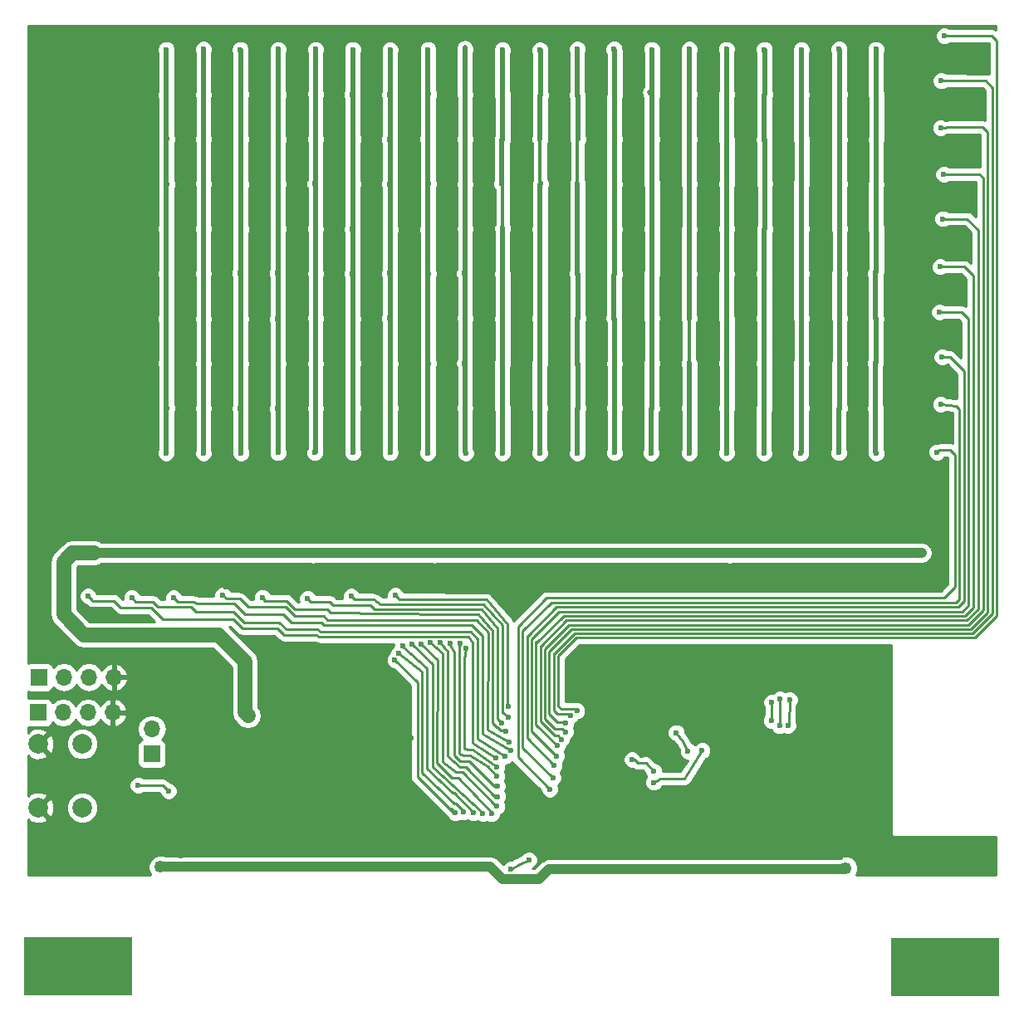
<source format=gbr>
G04 #@! TF.FileFunction,Copper,L2,Bot,Signal*
%FSLAX46Y46*%
G04 Gerber Fmt 4.6, Leading zero omitted, Abs format (unit mm)*
G04 Created by KiCad (PCBNEW 4.0.7) date 05/17/20 22:24:15*
%MOMM*%
%LPD*%
G01*
G04 APERTURE LIST*
%ADD10C,0.100000*%
%ADD11R,1.700000X1.700000*%
%ADD12O,1.700000X1.700000*%
%ADD13C,2.000000*%
%ADD14R,11.000000X6.000000*%
%ADD15C,0.600000*%
%ADD16C,1.250000*%
%ADD17C,0.250000*%
%ADD18C,1.500000*%
%ADD19C,0.500000*%
%ADD20C,1.000000*%
%ADD21C,0.350000*%
%ADD22C,2.000000*%
%ADD23C,0.254000*%
G04 APERTURE END LIST*
D10*
D11*
X52100000Y-127100000D03*
D12*
X54640000Y-127100000D03*
X57180000Y-127100000D03*
X59720000Y-127100000D03*
D13*
X52100000Y-130300000D03*
X56600000Y-130300000D03*
X52100000Y-136800000D03*
X56600000Y-136800000D03*
D11*
X52200000Y-123500000D03*
D12*
X54740000Y-123500000D03*
X57280000Y-123500000D03*
X59820000Y-123500000D03*
D11*
X63700000Y-131300000D03*
D12*
X63700000Y-128760000D03*
D14*
X56200000Y-152975000D03*
X144600000Y-153075000D03*
D15*
X65400000Y-135100000D03*
X62300000Y-134500000D03*
X100279200Y-143052800D03*
X102128000Y-142116000D03*
D16*
X73500000Y-127400000D03*
D15*
X82956400Y-142951200D03*
D16*
X64566800Y-142849600D03*
X134442200Y-142976600D03*
D15*
X109810000Y-110730000D03*
X75590000Y-110840000D03*
X57820000Y-110840000D03*
X62900000Y-110720000D03*
X66920000Y-110970000D03*
X71140000Y-110980000D03*
X80120000Y-111020000D03*
X92470000Y-111030000D03*
X84300000Y-111010000D03*
X88190000Y-110920000D03*
X96310000Y-110970000D03*
X100370000Y-110960000D03*
X104860000Y-110940000D03*
X113850000Y-110970000D03*
X118620000Y-110960000D03*
X122600000Y-111020000D03*
X127250000Y-111000000D03*
X131830000Y-110860000D03*
X136380000Y-110840000D03*
X141030000Y-110810000D03*
X84400000Y-137700000D03*
X83700000Y-137300000D03*
X81000000Y-134300000D03*
X81000000Y-133500000D03*
X89900000Y-128700000D03*
X90100000Y-129700000D03*
X68800000Y-129700000D03*
X69000000Y-128800000D03*
X68800000Y-127900000D03*
X67500000Y-126700000D03*
X62100000Y-131100000D03*
X88100000Y-124900000D03*
X88600000Y-135600000D03*
X57800000Y-135100000D03*
X57900000Y-134000000D03*
X60900000Y-138700000D03*
X122100000Y-123100000D03*
X122100000Y-125500000D03*
X123300000Y-125600000D03*
X99771200Y-142087600D03*
X133908800Y-141859000D03*
X132029200Y-141884400D03*
X129667000Y-141884400D03*
X127457200Y-141833600D03*
X125323600Y-141884400D03*
X64612520Y-136758680D03*
X66675000Y-141706600D03*
X69240400Y-141605000D03*
X78790800Y-141605000D03*
X71501000Y-141605000D03*
X74091800Y-141655800D03*
X76555600Y-141630400D03*
X125003560Y-135415020D03*
X135077200Y-137185400D03*
X79019400Y-136753600D03*
X126288800Y-134239000D03*
X133350000Y-121158000D03*
X131826000Y-120396000D03*
X128778000Y-120904000D03*
X129010000Y-124010000D03*
X107410000Y-133540000D03*
X141858000Y-62656000D03*
X59558000Y-100326000D03*
X59358000Y-95566000D03*
X141758000Y-100126000D03*
X141958000Y-95436000D03*
X141958000Y-90726000D03*
X141958000Y-85966000D03*
X141828000Y-81416000D03*
X141878000Y-76546000D03*
X141878000Y-72036000D03*
X141918000Y-67176000D03*
X141798000Y-58026000D03*
X58918000Y-92976000D03*
X58708000Y-88336000D03*
X58838000Y-83626000D03*
X58868000Y-78856000D03*
X58838000Y-74336000D03*
X59028000Y-69576000D03*
X58978000Y-64896000D03*
X58998000Y-60236000D03*
X58648600Y-113182400D03*
X62148000Y-114296000D03*
X66748000Y-114376000D03*
X71278000Y-114256000D03*
X75688000Y-114426000D03*
X84628000Y-114336000D03*
X80128000Y-114446000D03*
X89268000Y-114336000D03*
X94589600Y-113436400D03*
X98158000Y-114176000D03*
X102648000Y-114396000D03*
X106978000Y-114216000D03*
X142858000Y-114286000D03*
X138438000Y-114486000D03*
X133808000Y-114486000D03*
X129378000Y-114356000D03*
X124808000Y-114326000D03*
X134288000Y-122476000D03*
X135228000Y-122556000D03*
X136318000Y-122586000D03*
X137168000Y-122906000D03*
X138060000Y-123540000D03*
X138810000Y-124490000D03*
X134558000Y-123506000D03*
X134848000Y-124246000D03*
X134978000Y-125096000D03*
X134988000Y-125886000D03*
X138770000Y-129190000D03*
X138820000Y-130210000D03*
X138700000Y-131110000D03*
X137378000Y-131506000D03*
X135978000Y-131406000D03*
X135098000Y-130846000D03*
X133888000Y-130116000D03*
X133498000Y-129506000D03*
X132040000Y-128118000D03*
X131290000Y-127368000D03*
X131290000Y-128118000D03*
X132040000Y-127368000D03*
X138298000Y-137476000D03*
X146608800Y-142011400D03*
X146888200Y-140487400D03*
X148640800Y-140462000D03*
X88648000Y-138036000D03*
X117058000Y-131586000D03*
X110878000Y-124206000D03*
X113698000Y-131476000D03*
X95748000Y-138396000D03*
X85350000Y-139430000D03*
X113938000Y-137156000D03*
X118648000Y-137216000D03*
X121768000Y-139416000D03*
X106748000Y-138576000D03*
X103548000Y-142126000D03*
X110718000Y-127466000D03*
X129188000Y-133386000D03*
X135718000Y-133386000D03*
X134998000Y-134276000D03*
X129898000Y-133986000D03*
X129838000Y-125616000D03*
X132628000Y-128676000D03*
X134698000Y-126818000D03*
X133682000Y-123008000D03*
X111418000Y-114356000D03*
X115948000Y-114346000D03*
X120348000Y-114286000D03*
X112638000Y-131896000D03*
X114868000Y-133076000D03*
X126878000Y-126026000D03*
X126830000Y-127890000D03*
X127690000Y-128440000D03*
X127738000Y-125696000D03*
X128530000Y-128400000D03*
X128700000Y-125790000D03*
X119798000Y-130976000D03*
X114868000Y-134216000D03*
X93090000Y-119970000D03*
X98948000Y-135656000D03*
X92080000Y-119970000D03*
X98880000Y-136660000D03*
X98310000Y-137420000D03*
X91100000Y-120075000D03*
X97428000Y-137376000D03*
X90225000Y-120150000D03*
X96488000Y-137346000D03*
X89270000Y-120320000D03*
X95478000Y-137256000D03*
X88870000Y-121030000D03*
X94628000Y-137326000D03*
X88470000Y-121740000D03*
X104260000Y-134920000D03*
X143750000Y-100530000D03*
X104580000Y-133750000D03*
X144110000Y-95650000D03*
X104718000Y-132496000D03*
X144258000Y-90836000D03*
X104958000Y-131556000D03*
X143998000Y-86246000D03*
X105018000Y-130486000D03*
X144048000Y-81626000D03*
X105458000Y-129816000D03*
X144338000Y-76726000D03*
X105868000Y-129066000D03*
X144428000Y-72206000D03*
X144108000Y-67466000D03*
X105908000Y-128196000D03*
X106378000Y-127406000D03*
X144168000Y-62656000D03*
X107018000Y-126916000D03*
X144478000Y-58076000D03*
X100048000Y-126506000D03*
X88519000Y-115138200D03*
X99990000Y-127600000D03*
X84023200Y-115239800D03*
X99360000Y-128140000D03*
X79578200Y-115443000D03*
X74955400Y-115341400D03*
X99760000Y-129040000D03*
X70942200Y-115138200D03*
X100130000Y-130120000D03*
X65913000Y-115392200D03*
X100278000Y-130946000D03*
X61645800Y-115366800D03*
X99718000Y-131526000D03*
X57175400Y-115189000D03*
X98798000Y-131696000D03*
X98878000Y-132646000D03*
X95740000Y-120540000D03*
X98868000Y-133556000D03*
X95080000Y-120000000D03*
X98938000Y-134596000D03*
X94140000Y-119990000D03*
X117158000Y-129136000D03*
X118358000Y-131006000D03*
X137550000Y-64030000D03*
X137510000Y-59450000D03*
X137540000Y-68640000D03*
X137510000Y-73210000D03*
X137570000Y-77740000D03*
X137480000Y-82300000D03*
X137510000Y-86950000D03*
X137460000Y-91460000D03*
X137480000Y-96040000D03*
X137560000Y-100640000D03*
X133800000Y-64020000D03*
X133760000Y-59440000D03*
X133790000Y-68630000D03*
X133790000Y-73170000D03*
X133800000Y-77740000D03*
X133810000Y-82320000D03*
X133800000Y-86870000D03*
X133810000Y-91510000D03*
X133800000Y-96030000D03*
X133730000Y-100590000D03*
X129900000Y-64050000D03*
X129900000Y-59470000D03*
X129940000Y-68600000D03*
X129890000Y-73170000D03*
X129900000Y-77740000D03*
X129900000Y-82300000D03*
X129910000Y-86870000D03*
X129880000Y-91450000D03*
X129890000Y-96040000D03*
X129860000Y-100610000D03*
X126170000Y-64020000D03*
X126140000Y-59460000D03*
X126140000Y-68630000D03*
X126160000Y-73170000D03*
X126190000Y-77740000D03*
X126140000Y-82300000D03*
X126140000Y-96070000D03*
X126090000Y-100620000D03*
X126130000Y-91450000D03*
X126140000Y-86880000D03*
X122300000Y-64010000D03*
X122260000Y-59450000D03*
X122270000Y-68640000D03*
X122310000Y-73170000D03*
X122300000Y-77750000D03*
X122300000Y-82340000D03*
X122280000Y-86900000D03*
X122320000Y-91450000D03*
X122310000Y-96040000D03*
X122290000Y-100610000D03*
X118470000Y-64020000D03*
X118470000Y-59440000D03*
X118450000Y-68590000D03*
X118470000Y-73180000D03*
X118460000Y-82330000D03*
X118470000Y-86870000D03*
X118480000Y-77800000D03*
X118460000Y-91480000D03*
X118520000Y-96020000D03*
X118480000Y-100660000D03*
X114690000Y-64080000D03*
X114650000Y-59460000D03*
X114640000Y-68590000D03*
X114700000Y-73170000D03*
X114690000Y-77740000D03*
X114670000Y-82320000D03*
X114640000Y-86870000D03*
X114670000Y-91450000D03*
X114650000Y-96050000D03*
X114590000Y-100610000D03*
X110910000Y-64020000D03*
X110810000Y-59440000D03*
X110850000Y-68600000D03*
X110860000Y-73190000D03*
X110850000Y-77760000D03*
X110880000Y-82320000D03*
X110800000Y-86870000D03*
X110860000Y-91490000D03*
X110870000Y-96030000D03*
X110860000Y-100600000D03*
X107060000Y-64070000D03*
X107080000Y-59440000D03*
X107130000Y-68590000D03*
X107100000Y-73180000D03*
X107100000Y-77750000D03*
X107060000Y-82310000D03*
X107110000Y-86870000D03*
X107100000Y-91470000D03*
X107120000Y-96030000D03*
X107080000Y-100630000D03*
X76560000Y-59450000D03*
X76600000Y-64050000D03*
X76610000Y-68600000D03*
X76600000Y-73180000D03*
X76550000Y-77740000D03*
X76510000Y-82300000D03*
X76520000Y-86950000D03*
X76550000Y-91500000D03*
X76530000Y-96080000D03*
X76550000Y-100600000D03*
X103270000Y-59480000D03*
X103310000Y-64100000D03*
X103280000Y-68590000D03*
X103300000Y-73160000D03*
X103270000Y-77780000D03*
X103290000Y-82330000D03*
X103260000Y-86880000D03*
X103270000Y-91470000D03*
X103230000Y-96030000D03*
X103240000Y-100610000D03*
X72720000Y-59470000D03*
X72760000Y-64060000D03*
X72770000Y-68610000D03*
X72780000Y-73190000D03*
X72770000Y-77790000D03*
X72680000Y-82300000D03*
X72730000Y-86900000D03*
X72740000Y-91490000D03*
X72700000Y-96070000D03*
X72790000Y-100610000D03*
X99400000Y-64020000D03*
X99450000Y-59470000D03*
X99470000Y-68600000D03*
X99390000Y-73160000D03*
X99450000Y-77730000D03*
X99430000Y-82340000D03*
X99460000Y-86910000D03*
X99460000Y-91460000D03*
X99410000Y-96030000D03*
X99450000Y-100650000D03*
X68960000Y-59440000D03*
X68980000Y-64050000D03*
X68970000Y-68610000D03*
X68980000Y-73160000D03*
X68960000Y-77740000D03*
X68930000Y-82320000D03*
X68950000Y-86910000D03*
X68950000Y-91490000D03*
X68950000Y-96050000D03*
X68940000Y-100630000D03*
X95590000Y-64050000D03*
X95620000Y-59480000D03*
X95610000Y-68590000D03*
X95630000Y-73220000D03*
X95650000Y-77730000D03*
X95560000Y-82300000D03*
X95620000Y-86870000D03*
X95580000Y-91460000D03*
X95590000Y-96030000D03*
X95690000Y-100630000D03*
X65180000Y-59470000D03*
X65170000Y-64100000D03*
X65200000Y-68590000D03*
X65230000Y-73200000D03*
X65150000Y-77740000D03*
X65160000Y-82300000D03*
X65130000Y-86900000D03*
X65150000Y-91460000D03*
X65200000Y-96030000D03*
X65140000Y-100640000D03*
X91860000Y-59470000D03*
X91920000Y-64010000D03*
X91840000Y-68610000D03*
X91890000Y-73160000D03*
X91850000Y-77830000D03*
X91900000Y-82330000D03*
X91860000Y-86880000D03*
X91870000Y-91460000D03*
X91860000Y-96040000D03*
X91820000Y-100660000D03*
X87970000Y-59520000D03*
X87950000Y-64070000D03*
X87920000Y-68650000D03*
X87950000Y-73170000D03*
X87970000Y-77820000D03*
X87950000Y-82310000D03*
X87930000Y-86880000D03*
X87990000Y-91490000D03*
X87980000Y-96020000D03*
X87970000Y-100600000D03*
X84160000Y-59460000D03*
X84110000Y-64050000D03*
X84230000Y-68610000D03*
X84190000Y-73190000D03*
X84140000Y-77780000D03*
X84120000Y-82330000D03*
X84160000Y-86910000D03*
X84200000Y-91460000D03*
X84160000Y-96030000D03*
X84180000Y-100600000D03*
X80380000Y-59450000D03*
X80390000Y-64010000D03*
X80370000Y-68600000D03*
X80310000Y-73160000D03*
X80360000Y-77750000D03*
X80410000Y-82310000D03*
X80380000Y-86870000D03*
X80360000Y-91510000D03*
X80400000Y-96060000D03*
X80320000Y-100600000D03*
D17*
X65400000Y-135100000D02*
X64800000Y-134500000D01*
X64800000Y-134500000D02*
X62300000Y-134500000D01*
X101188000Y-142536000D02*
X100279200Y-143052800D01*
X102128000Y-142116000D02*
X101188000Y-142536000D01*
D18*
X55590000Y-110810000D02*
X57820000Y-110810000D01*
X54700000Y-111700000D02*
X55590000Y-110810000D01*
X54700000Y-117100000D02*
X54700000Y-111700000D01*
X56800000Y-119200000D02*
X54700000Y-117100000D01*
X70500000Y-119200000D02*
X56800000Y-119200000D01*
X73200000Y-121900000D02*
X70500000Y-119200000D01*
X73200000Y-127100000D02*
X73200000Y-121900000D01*
X73500000Y-127400000D02*
X73200000Y-127100000D01*
D19*
X82956400Y-142951200D02*
X82956400Y-142849600D01*
X82956400Y-142849600D02*
X82956400Y-142951200D01*
X82956400Y-142951200D02*
X82956400Y-142849600D01*
D20*
X98196400Y-142849600D02*
X82956400Y-142849600D01*
X82956400Y-142849600D02*
X64566800Y-142849600D01*
X99441000Y-144094200D02*
X98196400Y-142849600D01*
X103149400Y-144094200D02*
X99441000Y-144094200D01*
X104190800Y-143052800D02*
X103149400Y-144094200D01*
X134366000Y-143052800D02*
X104190800Y-143052800D01*
X134442200Y-142976600D02*
X134366000Y-143052800D01*
D21*
X109810000Y-110730000D02*
X109810000Y-110810000D01*
X109810000Y-110810000D02*
X109810000Y-110730000D01*
X109810000Y-110730000D02*
X109810000Y-110810000D01*
X75590000Y-110840000D02*
X75590000Y-110810000D01*
X75590000Y-110810000D02*
X75590000Y-110840000D01*
X75590000Y-110840000D02*
X75590000Y-110810000D01*
X57820000Y-110840000D02*
X57820000Y-110810000D01*
X57820000Y-110810000D02*
X57820000Y-110840000D01*
X57820000Y-110840000D02*
X57820000Y-110810000D01*
X62900000Y-110720000D02*
X62900000Y-110810000D01*
X62900000Y-110810000D02*
X62900000Y-110700000D01*
X62900000Y-110700000D02*
X62900000Y-110810000D01*
X66920000Y-110970000D02*
X66920000Y-110810000D01*
X66920000Y-110810000D02*
X66920000Y-110970000D01*
X66920000Y-110970000D02*
X66920000Y-110810000D01*
X71140000Y-110980000D02*
X71140000Y-110810000D01*
X71140000Y-110810000D02*
X71140000Y-110980000D01*
X71140000Y-110980000D02*
X71140000Y-110810000D01*
X80120000Y-111020000D02*
X80120000Y-110810000D01*
X80120000Y-110810000D02*
X80120000Y-111020000D01*
X80120000Y-111020000D02*
X80120000Y-110810000D01*
X92470000Y-111030000D02*
X92470000Y-110810000D01*
X92470000Y-110810000D02*
X92470000Y-111030000D01*
X92470000Y-111030000D02*
X92470000Y-110810000D01*
X84300000Y-111010000D02*
X84300000Y-110810000D01*
X84300000Y-110810000D02*
X84300000Y-111010000D01*
X84300000Y-111010000D02*
X84300000Y-110810000D01*
X88190000Y-110920000D02*
X88190000Y-110810000D01*
X88190000Y-110810000D02*
X88190000Y-110920000D01*
X88190000Y-110920000D02*
X88190000Y-110810000D01*
X96310000Y-110970000D02*
X96310000Y-110810000D01*
X96310000Y-110810000D02*
X96310000Y-110970000D01*
X96310000Y-110970000D02*
X96310000Y-110810000D01*
X100370000Y-110960000D02*
X100370000Y-110810000D01*
X100370000Y-110810000D02*
X100370000Y-110960000D01*
X100370000Y-110960000D02*
X100370000Y-110810000D01*
X104860000Y-110940000D02*
X104860000Y-110810000D01*
X104860000Y-110810000D02*
X104860000Y-110940000D01*
X104860000Y-110940000D02*
X104860000Y-110810000D01*
X111270000Y-110810000D02*
X110160000Y-110810000D01*
X110160000Y-110810000D02*
X110010000Y-110960000D01*
X113850000Y-110970000D02*
X113850000Y-110810000D01*
X113850000Y-110810000D02*
X113850000Y-110970000D01*
X113850000Y-110970000D02*
X113850000Y-110810000D01*
X118620000Y-110960000D02*
X118620000Y-110810000D01*
X118620000Y-110810000D02*
X118620000Y-110960000D01*
X118620000Y-110960000D02*
X118620000Y-110810000D01*
X122600000Y-111020000D02*
X122600000Y-110810000D01*
X122600000Y-110810000D02*
X122600000Y-111020000D01*
X122600000Y-111020000D02*
X122600000Y-110810000D01*
X127250000Y-111000000D02*
X127250000Y-110810000D01*
X127250000Y-110810000D02*
X127250000Y-111000000D01*
X127250000Y-111000000D02*
X127250000Y-110810000D01*
X131830000Y-110860000D02*
X131830000Y-110810000D01*
X131830000Y-110810000D02*
X131830000Y-110860000D01*
X131830000Y-110860000D02*
X131830000Y-110810000D01*
X136380000Y-110840000D02*
X136380000Y-110810000D01*
X136380000Y-110810000D02*
X136380000Y-110840000D01*
X136380000Y-110840000D02*
X136380000Y-110810000D01*
D20*
X57820000Y-110810000D02*
X62900000Y-110810000D01*
X62900000Y-110810000D02*
X66920000Y-110810000D01*
X66920000Y-110810000D02*
X71140000Y-110810000D01*
X71140000Y-110810000D02*
X75590000Y-110810000D01*
X75590000Y-110810000D02*
X80120000Y-110810000D01*
X80120000Y-110810000D02*
X84300000Y-110810000D01*
X84300000Y-110810000D02*
X88190000Y-110810000D01*
X88190000Y-110810000D02*
X92470000Y-110810000D01*
X92470000Y-110810000D02*
X96310000Y-110810000D01*
X96310000Y-110810000D02*
X100370000Y-110810000D01*
X100370000Y-110810000D02*
X104860000Y-110810000D01*
X104860000Y-110810000D02*
X109810000Y-110810000D01*
X109810000Y-110810000D02*
X111270000Y-110810000D01*
X111270000Y-110810000D02*
X113850000Y-110810000D01*
X113850000Y-110810000D02*
X118620000Y-110810000D01*
X118620000Y-110810000D02*
X122600000Y-110810000D01*
X122600000Y-110810000D02*
X127250000Y-110810000D01*
X127250000Y-110810000D02*
X131830000Y-110810000D01*
X131830000Y-110810000D02*
X136380000Y-110810000D01*
X136380000Y-110810000D02*
X141030000Y-110810000D01*
X141030000Y-110810000D02*
X142190000Y-110810000D01*
D17*
X132588000Y-121158000D02*
X133350000Y-121158000D01*
X131826000Y-120396000D02*
X132588000Y-121158000D01*
X128778000Y-123952000D02*
X128778000Y-120904000D01*
X129010000Y-124010000D02*
X128778000Y-123952000D01*
D19*
X141878000Y-72036000D02*
X141878000Y-72016000D01*
X58838000Y-74336000D02*
X58808000Y-74336000D01*
D17*
X134288000Y-122476000D02*
X134368000Y-122556000D01*
X134368000Y-122556000D02*
X135228000Y-122556000D01*
X136318000Y-122586000D02*
X136638000Y-122906000D01*
X136638000Y-122906000D02*
X137168000Y-122906000D01*
X138060000Y-123540000D02*
X138200000Y-123560000D01*
X138200000Y-123560000D02*
X138600000Y-124280000D01*
X138600000Y-124280000D02*
X138810000Y-124490000D01*
X134558000Y-123506000D02*
X134848000Y-123796000D01*
X134848000Y-123796000D02*
X134848000Y-124246000D01*
X134978000Y-125096000D02*
X134988000Y-125106000D01*
X134988000Y-125106000D02*
X134988000Y-125886000D01*
X138770000Y-129190000D02*
X138860000Y-129280000D01*
X138860000Y-129280000D02*
X138820000Y-130210000D01*
X138700000Y-131110000D02*
X137758000Y-131506000D01*
X137758000Y-131506000D02*
X137378000Y-131506000D01*
X135978000Y-131406000D02*
X135418000Y-130846000D01*
X135418000Y-130846000D02*
X135098000Y-130846000D01*
X133888000Y-130116000D02*
X133498000Y-129726000D01*
X133498000Y-129726000D02*
X133498000Y-129506000D01*
X132040000Y-128118000D02*
X132038000Y-128116000D01*
X131290000Y-127368000D02*
X131288000Y-127366000D01*
X131290000Y-128118000D02*
X131288000Y-128116000D01*
X132040000Y-127368000D02*
X132038000Y-127366000D01*
D21*
X117058000Y-131586000D02*
X117248000Y-131586000D01*
D17*
X110878000Y-124206000D02*
X110858000Y-124226000D01*
X110858000Y-124226000D02*
X110848000Y-124226000D01*
X103548000Y-142126000D02*
X103548000Y-142076000D01*
X129898000Y-133986000D02*
X129888000Y-133986000D01*
X113228000Y-132256000D02*
X112868000Y-131896000D01*
X112868000Y-131896000D02*
X112638000Y-131896000D01*
X114048000Y-132256000D02*
X113228000Y-132256000D01*
X114868000Y-133076000D02*
X114048000Y-132256000D01*
X126830000Y-126890000D02*
X126878000Y-126026000D01*
X126830000Y-127890000D02*
X126830000Y-126890000D01*
X127690000Y-128440000D02*
X127738000Y-128366000D01*
X127738000Y-128366000D02*
X127738000Y-125696000D01*
X128530000Y-128400000D02*
X128680000Y-128250000D01*
X128680000Y-128250000D02*
X128700000Y-125790000D01*
X119798000Y-130976000D02*
X118008000Y-133846000D01*
X118008000Y-133846000D02*
X115508000Y-133846000D01*
X115508000Y-133846000D02*
X114868000Y-134216000D01*
X93853858Y-131573587D02*
X93820000Y-120870000D01*
X93820000Y-120870000D02*
X93090000Y-119970000D01*
X98948000Y-135656000D02*
X98696000Y-135656000D01*
X98696000Y-135656000D02*
X95700000Y-132660000D01*
X95700000Y-132660000D02*
X95080000Y-132660000D01*
X95080000Y-132660000D02*
X93853858Y-131573587D01*
X93853858Y-131573587D02*
X93850000Y-131570000D01*
X98758000Y-136660000D02*
X95400000Y-133190000D01*
X95400000Y-133190000D02*
X94710000Y-133190000D01*
X93320000Y-121020000D02*
X92080000Y-119970000D01*
X93320000Y-132130000D02*
X93320000Y-121020000D01*
X94710000Y-133190000D02*
X93320000Y-132130000D01*
X98880000Y-136660000D02*
X98758000Y-136660000D01*
X98310000Y-137420000D02*
X98310000Y-137302000D01*
X98310000Y-137302000D02*
X94910000Y-133720000D01*
X94910000Y-133720000D02*
X94270000Y-133720000D01*
X94270000Y-133720000D02*
X92770000Y-132220000D01*
X92770000Y-132220000D02*
X92800000Y-121700000D01*
X92800000Y-121700000D02*
X91100000Y-120075000D01*
X91260000Y-120235000D02*
X91100000Y-120075000D01*
X97428000Y-137376000D02*
X97428000Y-137318000D01*
X97428000Y-137318000D02*
X92310000Y-132630000D01*
X92310000Y-132630000D02*
X92310000Y-122120000D01*
X92310000Y-122120000D02*
X90225000Y-120150000D01*
X96488000Y-137346000D02*
X96488000Y-137268000D01*
X96488000Y-137268000D02*
X94520000Y-135300000D01*
X94520000Y-135300000D02*
X94350000Y-135300000D01*
X94350000Y-135300000D02*
X91700000Y-132790000D01*
X91700000Y-132790000D02*
X91760000Y-122560000D01*
X91760000Y-122560000D02*
X89270000Y-120382000D01*
X89270000Y-120382000D02*
X89270000Y-120320000D01*
X95478000Y-137256000D02*
X95478000Y-137158000D01*
X95478000Y-137158000D02*
X94700000Y-136380000D01*
X94700000Y-136380000D02*
X94500000Y-136380000D01*
X94500000Y-136380000D02*
X91230000Y-133260000D01*
X91230000Y-133260000D02*
X91230000Y-122898000D01*
X91230000Y-122898000D02*
X88870000Y-121030000D01*
X88950000Y-120930000D02*
X88870000Y-121030000D01*
X90770000Y-124040000D02*
X88470000Y-121740000D01*
X94628000Y-137326000D02*
X94426000Y-137326000D01*
X90770000Y-133670000D02*
X90770000Y-124040000D01*
X94426000Y-137326000D02*
X90770000Y-133670000D01*
X94628000Y-137326000D02*
X94228000Y-136896000D01*
X104260000Y-134920000D02*
X101010000Y-131670000D01*
X101010000Y-131670000D02*
X101010000Y-118330000D01*
X101010000Y-118330000D02*
X103930004Y-115409996D01*
X103930004Y-115409996D02*
X144440004Y-115409996D01*
X144440004Y-115409996D02*
X145589998Y-114260002D01*
X145589998Y-114260002D02*
X145589998Y-100829998D01*
X145589998Y-100829998D02*
X145090000Y-100330000D01*
X145090000Y-100330000D02*
X143950000Y-100330000D01*
X143950000Y-100330000D02*
X143750000Y-100530000D01*
X104580000Y-133750000D02*
X101487994Y-130657994D01*
X101487994Y-130657994D02*
X101487994Y-118802006D01*
X101487994Y-118802006D02*
X104430002Y-115859998D01*
X104430002Y-115859998D02*
X145693604Y-115859998D01*
X145693604Y-115859998D02*
X146040000Y-115513602D01*
X146040000Y-115513602D02*
X146040000Y-96190000D01*
X146040000Y-96190000D02*
X145630000Y-95780000D01*
X145630000Y-95780000D02*
X144110000Y-95650000D01*
X146507996Y-114440000D02*
X146507996Y-115682004D01*
X146507996Y-115682004D02*
X145880000Y-116310000D01*
X145880000Y-116310000D02*
X104960000Y-116310000D01*
X104960000Y-116310000D02*
X101937996Y-119332004D01*
X104718000Y-132496000D02*
X101937996Y-129715996D01*
X101937996Y-129715996D02*
X101937996Y-119332004D01*
X101937996Y-119332004D02*
X101937996Y-119276004D01*
X146507996Y-114496000D02*
X146507996Y-114440000D01*
X146507996Y-114440000D02*
X146507996Y-92275996D01*
X146507996Y-92275996D02*
X145068000Y-90836000D01*
X145068000Y-90836000D02*
X144258000Y-90836000D01*
X146957998Y-114750000D02*
X146957998Y-116132002D01*
X146957998Y-116132002D02*
X146310012Y-116779988D01*
X146310012Y-116779988D02*
X105184012Y-116779988D01*
X105184012Y-116779988D02*
X102387998Y-119576002D01*
X104958000Y-131556000D02*
X102387998Y-128985998D01*
X102387998Y-128985998D02*
X102387998Y-119576002D01*
X146957998Y-114896002D02*
X146957998Y-114750000D01*
X146957998Y-114750000D02*
X146957998Y-86935998D01*
X146957998Y-86935998D02*
X146268000Y-86246000D01*
X146268000Y-86246000D02*
X143998000Y-86246000D01*
X147408000Y-115310000D02*
X147408000Y-116416408D01*
X147408000Y-116416408D02*
X146594418Y-117229990D01*
X146594418Y-117229990D02*
X105678010Y-117229990D01*
X105678010Y-117229990D02*
X102838000Y-120070000D01*
X105018000Y-130486000D02*
X102838000Y-128306000D01*
X102838000Y-128306000D02*
X102838000Y-120070000D01*
X102838000Y-120070000D02*
X102838000Y-119886000D01*
X147408000Y-115455998D02*
X147408000Y-115310000D01*
X147408000Y-115310000D02*
X147408000Y-82546000D01*
X147408000Y-82546000D02*
X146488000Y-81626000D01*
X146488000Y-81626000D02*
X144048000Y-81626000D01*
X147918000Y-115490000D02*
X147918000Y-116542806D01*
X147918000Y-116542806D02*
X146780814Y-117679992D01*
X146780814Y-117679992D02*
X105980008Y-117679992D01*
X105980008Y-117679992D02*
X103297996Y-120362004D01*
X105458000Y-129816000D02*
X105108000Y-129466000D01*
X105108000Y-129466000D02*
X104808000Y-129466000D01*
X104808000Y-129466000D02*
X103297996Y-127955996D01*
X103297996Y-127955996D02*
X103297996Y-120362004D01*
X103297996Y-120362004D02*
X103297996Y-120276004D01*
X147918000Y-115635996D02*
X147918000Y-115490000D01*
X147918000Y-115490000D02*
X147918000Y-77846000D01*
X147918000Y-77846000D02*
X146798000Y-76726000D01*
X146798000Y-76726000D02*
X144338000Y-76726000D01*
X148417998Y-115950000D02*
X148417998Y-116679206D01*
X148417998Y-116679206D02*
X146967210Y-118129994D01*
X146967210Y-118129994D02*
X106204006Y-118129994D01*
X106204006Y-118129994D02*
X103747998Y-120586002D01*
X105868000Y-129066000D02*
X105568000Y-128766000D01*
X105568000Y-128766000D02*
X104778000Y-128766000D01*
X104778000Y-128766000D02*
X103747998Y-127735998D01*
X103747998Y-127735998D02*
X103747998Y-120586002D01*
X148417998Y-116006002D02*
X148417998Y-115950000D01*
X148417998Y-115950000D02*
X148417998Y-72545998D01*
X148417998Y-72545998D02*
X148078000Y-72206000D01*
X148078000Y-72206000D02*
X144428000Y-72206000D01*
X148868000Y-116230000D02*
X148868000Y-67836000D01*
X145168000Y-67366000D02*
X144108000Y-67466000D01*
X148398000Y-67366000D02*
X145168000Y-67366000D01*
X148868000Y-67836000D02*
X148398000Y-67366000D01*
X148868000Y-116230000D02*
X148868000Y-116865602D01*
X148868000Y-116865602D02*
X147153606Y-118579996D01*
X147153606Y-118579996D02*
X106500004Y-118579996D01*
X106500004Y-118579996D02*
X104198000Y-120882000D01*
X104198000Y-120882000D02*
X104198000Y-120896000D01*
X105908000Y-128196000D02*
X105748000Y-128036000D01*
X105748000Y-128036000D02*
X104988000Y-128036000D01*
X104988000Y-128036000D02*
X104198000Y-127246000D01*
X104198000Y-127246000D02*
X104198000Y-120896000D01*
X148868000Y-116266000D02*
X148868000Y-116230000D01*
X104677998Y-121150000D02*
X104677998Y-121129604D01*
X104677998Y-121129604D02*
X106777604Y-119029998D01*
X106777604Y-119029998D02*
X147340002Y-119029998D01*
X147340002Y-119029998D02*
X149367998Y-117002002D01*
X149367998Y-117002002D02*
X149367998Y-116450000D01*
X106378000Y-127406000D02*
X106228000Y-127256000D01*
X106228000Y-127256000D02*
X105058000Y-127256000D01*
X105058000Y-127256000D02*
X104677998Y-126875998D01*
X104677998Y-126875998D02*
X104677998Y-121150000D01*
X104677998Y-121150000D02*
X104677998Y-121056002D01*
X149367998Y-116549604D02*
X149367998Y-116450000D01*
X149367998Y-116450000D02*
X149367998Y-63395998D01*
X149367998Y-63395998D02*
X148738000Y-62666000D01*
X148738000Y-62666000D02*
X144168000Y-62656000D01*
X149818000Y-116560000D02*
X149818000Y-117242000D01*
X149818000Y-117242000D02*
X147580000Y-119480000D01*
X147580000Y-119480000D02*
X106964000Y-119480000D01*
X106964000Y-119480000D02*
X105128000Y-121316000D01*
X107018000Y-126916000D02*
X106828000Y-126726000D01*
X106828000Y-126726000D02*
X105418000Y-126726000D01*
X105418000Y-126726000D02*
X105128000Y-126436000D01*
X105128000Y-126436000D02*
X105128000Y-121316000D01*
X149818000Y-116736000D02*
X149818000Y-116560000D01*
X149818000Y-116560000D02*
X149818000Y-58546000D01*
X149818000Y-58546000D02*
X149348000Y-58076000D01*
X149348000Y-58076000D02*
X144478000Y-58076000D01*
X100048000Y-126506000D02*
X99948000Y-126406000D01*
X99948000Y-126406000D02*
X99930000Y-118080000D01*
X88823768Y-115576481D02*
X88823768Y-115442968D01*
X88823768Y-115442968D02*
X88519000Y-115138200D01*
X97800000Y-115580000D02*
X88823768Y-115576481D01*
X99930000Y-118080000D02*
X97800000Y-115580000D01*
X99990000Y-127600000D02*
X99529993Y-127139993D01*
X99529993Y-127139993D02*
X99408015Y-127139993D01*
X99408015Y-127138680D02*
X99410000Y-118230000D01*
X99410000Y-118230000D02*
X99420000Y-118280000D01*
X99420000Y-118280000D02*
X99420000Y-118180000D01*
X99420000Y-118180000D02*
X97510000Y-116050000D01*
X97510000Y-116050000D02*
X86998000Y-116076000D01*
X86998000Y-116076000D02*
X86298000Y-115576000D01*
X86298000Y-115576000D02*
X84582000Y-115576000D01*
X84582000Y-115576000D02*
X84359400Y-115576000D01*
X84359400Y-115576000D02*
X84023200Y-115239800D01*
X98949998Y-127759998D02*
X99360000Y-128140000D01*
X99360000Y-128140000D02*
X98990326Y-127800326D01*
X79933800Y-115776000D02*
X79911200Y-115776000D01*
X79911200Y-115776000D02*
X79578200Y-115443000D01*
X98949998Y-118523978D02*
X98949998Y-127759998D01*
X81798000Y-115776000D02*
X79933800Y-115776000D01*
X82198000Y-116176000D02*
X81798000Y-115776000D01*
X85998000Y-116176000D02*
X82198000Y-116176000D01*
X86398000Y-116576000D02*
X85998000Y-116176000D01*
X97300000Y-116600000D02*
X86398000Y-116576000D01*
X98949998Y-118523978D02*
X97300000Y-116600000D01*
X98950000Y-118525000D02*
X98949998Y-118523978D01*
X75107800Y-115676000D02*
X75107800Y-115493800D01*
X75107800Y-115493800D02*
X74955400Y-115341400D01*
X98925000Y-128625000D02*
X98845865Y-128625000D01*
X98845865Y-128625000D02*
X98417977Y-128197112D01*
X98417977Y-128197112D02*
X98398819Y-128197112D01*
X98398819Y-128197112D02*
X98418000Y-128197112D01*
X99760000Y-129040000D02*
X99650000Y-128930000D01*
X99650000Y-128930000D02*
X99230000Y-128930000D01*
X99230000Y-128930000D02*
X98925000Y-128625000D01*
X98418000Y-128197112D02*
X98418000Y-118726000D01*
X98418000Y-118726000D02*
X97000000Y-117100000D01*
X97000000Y-117100000D02*
X84947998Y-117026002D01*
X84947998Y-117026002D02*
X84798000Y-116876004D01*
X84798000Y-116876004D02*
X81898004Y-116876004D01*
X81898004Y-116876004D02*
X81598000Y-116576000D01*
X81598000Y-116576000D02*
X78298000Y-116576000D01*
X78298000Y-116576000D02*
X77398000Y-115676000D01*
X77398000Y-115676000D02*
X75107800Y-115676000D01*
X71221600Y-115477600D02*
X71221600Y-115417600D01*
X71221600Y-115417600D02*
X70942200Y-115138200D01*
X72648800Y-115477600D02*
X71221600Y-115477600D01*
X73498000Y-116276000D02*
X72648800Y-115477600D01*
X77298000Y-116276000D02*
X73498000Y-116276000D01*
X78298000Y-117276000D02*
X77298000Y-116276000D01*
X81198000Y-117276000D02*
X78298000Y-117276000D01*
X81598000Y-117676000D02*
X81198000Y-117276000D01*
X96780000Y-117680000D02*
X81598000Y-117676000D01*
X97960000Y-118900000D02*
X96780000Y-117680000D01*
X97948000Y-128876000D02*
X97960000Y-118900000D01*
X100130000Y-130120000D02*
X97948000Y-128876000D01*
X66446400Y-115806200D02*
X66327000Y-115806200D01*
X66327000Y-115806200D02*
X65913000Y-115392200D01*
X100278000Y-130946000D02*
X97438000Y-129286000D01*
X97438000Y-129286000D02*
X97440000Y-119270000D01*
X97440000Y-119270000D02*
X96340000Y-118150000D01*
X96340000Y-118150000D02*
X81247998Y-118176000D01*
X81247998Y-118176000D02*
X80947998Y-117876000D01*
X80947998Y-117876000D02*
X77898000Y-117876000D01*
X77898000Y-117876000D02*
X77098000Y-117076000D01*
X77098000Y-117076000D02*
X73198000Y-117076000D01*
X73198000Y-117076000D02*
X72098000Y-115976000D01*
X72098000Y-115976000D02*
X68298000Y-115976000D01*
X68298000Y-115976000D02*
X67950400Y-115806200D01*
X67950400Y-115806200D02*
X66446400Y-115806200D01*
X62280800Y-115776000D02*
X62055000Y-115776000D01*
X62055000Y-115776000D02*
X61645800Y-115366800D01*
X99718000Y-131526000D02*
X96887998Y-129775998D01*
X96887998Y-129775998D02*
X96930000Y-119590000D01*
X96930000Y-119590000D02*
X96220000Y-118860000D01*
X96220000Y-118860000D02*
X80898000Y-118876000D01*
X80898000Y-118876000D02*
X80598000Y-118576000D01*
X80598000Y-118576000D02*
X77398000Y-118576000D01*
X77398000Y-118576000D02*
X76698000Y-117876000D01*
X76698000Y-117876000D02*
X73098000Y-117876000D01*
X73098000Y-117876000D02*
X71998000Y-116776000D01*
X71998000Y-116776000D02*
X68198000Y-116776000D01*
X68198000Y-116776000D02*
X67698000Y-116276000D01*
X67698000Y-116276000D02*
X64298000Y-116276000D01*
X64298000Y-116276000D02*
X63798000Y-115776000D01*
X63798000Y-115776000D02*
X62280800Y-115776000D01*
X57607200Y-115676000D02*
X57607200Y-115620800D01*
X57607200Y-115620800D02*
X57175400Y-115189000D01*
X98798000Y-131696000D02*
X96408000Y-130186000D01*
X96408000Y-130186000D02*
X96420000Y-119910000D01*
X96420000Y-119910000D02*
X95970000Y-119340000D01*
X95970000Y-119340000D02*
X80738000Y-119336000D01*
X80738000Y-119336000D02*
X80498000Y-119176000D01*
X80498000Y-119176000D02*
X77198000Y-119176000D01*
X77198000Y-119176000D02*
X76498000Y-118476000D01*
X76498000Y-118476000D02*
X72898000Y-118476000D01*
X72898000Y-118476000D02*
X71998000Y-117576000D01*
X71998000Y-117576000D02*
X64798000Y-117576000D01*
X64798000Y-117576000D02*
X63598000Y-116376000D01*
X63598000Y-116376000D02*
X60498000Y-116376000D01*
X60498000Y-116376000D02*
X59798000Y-115676000D01*
X59798000Y-115676000D02*
X57607200Y-115676000D01*
X95740000Y-120540000D02*
X95630000Y-121100000D01*
X95630000Y-121100000D02*
X95580000Y-121600000D01*
X95580000Y-121600000D02*
X95580000Y-130790000D01*
X95580000Y-130790000D02*
X96070000Y-130860000D01*
X96070000Y-130860000D02*
X96380000Y-130860000D01*
X96380000Y-130860000D02*
X97610000Y-131720000D01*
X97610000Y-131720000D02*
X98772000Y-132540000D01*
X98772000Y-132540000D02*
X98878000Y-132646000D01*
X95810000Y-120540000D02*
X95740000Y-120540000D01*
X95080000Y-120000000D02*
X95050000Y-120520000D01*
X95050000Y-120520000D02*
X95060000Y-120940000D01*
X95060000Y-120940000D02*
X95060000Y-131260000D01*
X95060000Y-131260000D02*
X95420000Y-131430000D01*
X95420000Y-131430000D02*
X96170000Y-131430000D01*
X96170000Y-131430000D02*
X97900000Y-132600000D01*
X97900000Y-132600000D02*
X98868000Y-133556000D01*
X95080000Y-120150000D02*
X95080000Y-120000000D01*
X98938000Y-134596000D02*
X98576000Y-134596000D01*
X98576000Y-134596000D02*
X96030000Y-132050000D01*
X96030000Y-132050000D02*
X95160000Y-132050000D01*
X95160000Y-132050000D02*
X94510000Y-131460000D01*
X94510000Y-131460000D02*
X94510000Y-120990000D01*
X94510000Y-120990000D02*
X94070000Y-120160000D01*
X94070000Y-120160000D02*
X94140000Y-119990000D01*
X117158000Y-129136000D02*
X117818000Y-130016000D01*
X117818000Y-130016000D02*
X118358000Y-131006000D01*
D22*
X56300000Y-152875000D02*
X56200000Y-152975000D01*
D19*
X137510000Y-59450000D02*
X137510000Y-63990000D01*
X137510000Y-63990000D02*
X137550000Y-64030000D01*
D21*
X137550000Y-64030000D02*
X137510000Y-64030000D01*
X137510000Y-64030000D02*
X137550000Y-64030000D01*
X137550000Y-64030000D02*
X137510000Y-64030000D01*
D19*
X137550000Y-64030000D02*
X137550000Y-68630000D01*
X137550000Y-68630000D02*
X137540000Y-68640000D01*
D21*
X137540000Y-68640000D02*
X137510000Y-68640000D01*
X137510000Y-68640000D02*
X137540000Y-68640000D01*
X137540000Y-68640000D02*
X137510000Y-68640000D01*
D19*
X137540000Y-68640000D02*
X137540000Y-73180000D01*
X137540000Y-73180000D02*
X137510000Y-73210000D01*
X137510000Y-73210000D02*
X137510000Y-77680000D01*
X137510000Y-77680000D02*
X137570000Y-77740000D01*
D21*
X137570000Y-77740000D02*
X137510000Y-77740000D01*
X137510000Y-77740000D02*
X137560000Y-77740000D01*
X137560000Y-77740000D02*
X137510000Y-77740000D01*
D19*
X137570000Y-77740000D02*
X137570000Y-82210000D01*
X137570000Y-82210000D02*
X137480000Y-82300000D01*
D21*
X137480000Y-82300000D02*
X137510000Y-82300000D01*
X137510000Y-82300000D02*
X137480000Y-82300000D01*
X137480000Y-82300000D02*
X137510000Y-82300000D01*
D19*
X137480000Y-82300000D02*
X137480000Y-86920000D01*
X137480000Y-86920000D02*
X137510000Y-86950000D01*
X137510000Y-86950000D02*
X137510000Y-91410000D01*
X137510000Y-91410000D02*
X137460000Y-91460000D01*
D21*
X137460000Y-91460000D02*
X137510000Y-91460000D01*
X137510000Y-91460000D02*
X137460000Y-91460000D01*
X137460000Y-91460000D02*
X137510000Y-91460000D01*
D19*
X137480000Y-96040000D02*
X137480000Y-100560000D01*
X137460000Y-91460000D02*
X137460000Y-96020000D01*
X137460000Y-96020000D02*
X137480000Y-96040000D01*
D21*
X137480000Y-96040000D02*
X137510000Y-96040000D01*
X137510000Y-96040000D02*
X137480000Y-96040000D01*
X137480000Y-96040000D02*
X137510000Y-96040000D01*
D19*
X137480000Y-100560000D02*
X137560000Y-100640000D01*
D21*
X137560000Y-100640000D02*
X137510000Y-100590000D01*
D19*
X133800000Y-64020000D02*
X133800000Y-59480000D01*
X133800000Y-59480000D02*
X133760000Y-59440000D01*
X133790000Y-64030000D02*
X133800000Y-64020000D01*
D21*
X133800000Y-64020000D02*
X133790000Y-64020000D01*
X133790000Y-64020000D02*
X133800000Y-64020000D01*
X133800000Y-64020000D02*
X133790000Y-64020000D01*
X133790000Y-59470000D02*
X133760000Y-59440000D01*
D19*
X133790000Y-68630000D02*
X133790000Y-64030000D01*
X133790000Y-73170000D02*
X133790000Y-68630000D01*
X133800000Y-73180000D02*
X133790000Y-73170000D01*
X133800000Y-77740000D02*
X133800000Y-73180000D01*
X133810000Y-77750000D02*
X133800000Y-77740000D01*
D21*
X133800000Y-77740000D02*
X133790000Y-77740000D01*
X133790000Y-77740000D02*
X133800000Y-77740000D01*
X133800000Y-77740000D02*
X133790000Y-77740000D01*
D19*
X133810000Y-82320000D02*
X133810000Y-77750000D01*
X133800000Y-82330000D02*
X133810000Y-82320000D01*
D21*
X133810000Y-82320000D02*
X133790000Y-82320000D01*
X133790000Y-82320000D02*
X133810000Y-82320000D01*
X133810000Y-82320000D02*
X133790000Y-82320000D01*
D19*
X133800000Y-86870000D02*
X133800000Y-82330000D01*
X133810000Y-86880000D02*
X133800000Y-86870000D01*
D21*
X133800000Y-86870000D02*
X133790000Y-86870000D01*
X133790000Y-86870000D02*
X133800000Y-86870000D01*
X133800000Y-86870000D02*
X133790000Y-86870000D01*
D19*
X133810000Y-91510000D02*
X133810000Y-86880000D01*
X133800000Y-91520000D02*
X133810000Y-91510000D01*
D21*
X133800000Y-91520000D02*
X133810000Y-91510000D01*
X133810000Y-91510000D02*
X133790000Y-91510000D01*
X133790000Y-91510000D02*
X133810000Y-91510000D01*
X133810000Y-91510000D02*
X133790000Y-91510000D01*
D19*
X133800000Y-96030000D02*
X133800000Y-91520000D01*
X133730000Y-100590000D02*
X133730000Y-96100000D01*
X133730000Y-96100000D02*
X133800000Y-96030000D01*
D21*
X133730000Y-96100000D02*
X133800000Y-96030000D01*
X133800000Y-96030000D02*
X133790000Y-96030000D01*
X133790000Y-96030000D02*
X133790000Y-96010000D01*
X133790000Y-96010000D02*
X133900000Y-96010000D01*
X133900000Y-96010000D02*
X133790000Y-96010000D01*
X133730000Y-100590000D02*
X133790000Y-100530000D01*
D19*
X129900000Y-59470000D02*
X129900000Y-64050000D01*
X129900000Y-64050000D02*
X129900000Y-68560000D01*
X129900000Y-68560000D02*
X129940000Y-68600000D01*
D21*
X129940000Y-68600000D02*
X129900000Y-68600000D01*
X129900000Y-68600000D02*
X129940000Y-68600000D01*
X129940000Y-68600000D02*
X129900000Y-68600000D01*
D19*
X129940000Y-68600000D02*
X129940000Y-73130000D01*
X129940000Y-73130000D02*
X129900000Y-73170000D01*
D21*
X129890000Y-73170000D02*
X129900000Y-73170000D01*
X129900000Y-73170000D02*
X129890000Y-73170000D01*
X129890000Y-73170000D02*
X129900000Y-73170000D01*
D19*
X129890000Y-73170000D02*
X129890000Y-77730000D01*
X129890000Y-77730000D02*
X129900000Y-77740000D01*
X129900000Y-77740000D02*
X129900000Y-82300000D01*
X129900000Y-82300000D02*
X129900000Y-86860000D01*
X129900000Y-86860000D02*
X129910000Y-86870000D01*
D21*
X129910000Y-86870000D02*
X129900000Y-86870000D01*
X129900000Y-86870000D02*
X129910000Y-86870000D01*
X129910000Y-86870000D02*
X129900000Y-86870000D01*
D19*
X129910000Y-86870000D02*
X129910000Y-91420000D01*
X129910000Y-91420000D02*
X129880000Y-91450000D01*
D21*
X129890000Y-91460000D02*
X129880000Y-91450000D01*
X129880000Y-91450000D02*
X129900000Y-91450000D01*
X129900000Y-91450000D02*
X129880000Y-91450000D01*
X129880000Y-91450000D02*
X129900000Y-91450000D01*
D19*
X129890000Y-96040000D02*
X129890000Y-100530000D01*
X129880000Y-91450000D02*
X129880000Y-96030000D01*
X129880000Y-96030000D02*
X129890000Y-96040000D01*
D21*
X129890000Y-96040000D02*
X129900000Y-96040000D01*
X129900000Y-96040000D02*
X129890000Y-96040000D01*
X129890000Y-96040000D02*
X129900000Y-96040000D01*
D19*
X129890000Y-100530000D02*
X129860000Y-100560000D01*
X129860000Y-100560000D02*
X129860000Y-100610000D01*
D21*
X129860000Y-100610000D02*
X129900000Y-100570000D01*
D19*
X126170000Y-64020000D02*
X126170000Y-59490000D01*
X126170000Y-59490000D02*
X126140000Y-59460000D01*
X126140000Y-64050000D02*
X126170000Y-64020000D01*
D21*
X126170000Y-64020000D02*
X126140000Y-64020000D01*
X126140000Y-64020000D02*
X126170000Y-64020000D01*
X126170000Y-64020000D02*
X126140000Y-64020000D01*
D19*
X126140000Y-68630000D02*
X126140000Y-64050000D01*
X126160000Y-68650000D02*
X126140000Y-68630000D01*
X126160000Y-73170000D02*
X126160000Y-68650000D01*
X126190000Y-73200000D02*
X126160000Y-73170000D01*
D21*
X126160000Y-73170000D02*
X126140000Y-73170000D01*
X126140000Y-73170000D02*
X126160000Y-73170000D01*
X126160000Y-73170000D02*
X126140000Y-73170000D01*
D19*
X126190000Y-77740000D02*
X126190000Y-73200000D01*
X126140000Y-77790000D02*
X126190000Y-77740000D01*
D21*
X126190000Y-77740000D02*
X126140000Y-77740000D01*
X126140000Y-77740000D02*
X126190000Y-77740000D01*
X126190000Y-77740000D02*
X126140000Y-77740000D01*
D19*
X126140000Y-82300000D02*
X126140000Y-77790000D01*
X126140000Y-86880000D02*
X126140000Y-82300000D01*
X126130000Y-91450000D02*
X126130000Y-86890000D01*
X126130000Y-86890000D02*
X126140000Y-86880000D01*
X126140000Y-96070000D02*
X126140000Y-91460000D01*
X126140000Y-91460000D02*
X126130000Y-91450000D01*
X126090000Y-100620000D02*
X126090000Y-96120000D01*
X126090000Y-96120000D02*
X126140000Y-96070000D01*
D21*
X126140000Y-96070000D02*
X126130000Y-96070000D01*
X126130000Y-96070000D02*
X126140000Y-96070000D01*
X126140000Y-96070000D02*
X126130000Y-96070000D01*
X126090000Y-100620000D02*
X126130000Y-100580000D01*
X126130000Y-91450000D02*
X126140000Y-91450000D01*
X126140000Y-91450000D02*
X126130000Y-91450000D01*
X126130000Y-91450000D02*
X126140000Y-91450000D01*
X126140000Y-86880000D02*
X126130000Y-86880000D01*
X126130000Y-86880000D02*
X126140000Y-86880000D01*
D19*
X122300000Y-64010000D02*
X122300000Y-59490000D01*
X122300000Y-59490000D02*
X122260000Y-59450000D01*
X122270000Y-64040000D02*
X122300000Y-64010000D01*
D21*
X122300000Y-59490000D02*
X122260000Y-59450000D01*
D19*
X122270000Y-68640000D02*
X122270000Y-64040000D01*
X122310000Y-68680000D02*
X122270000Y-68640000D01*
D21*
X122270000Y-68640000D02*
X122300000Y-68640000D01*
X122300000Y-68640000D02*
X122270000Y-68640000D01*
X122270000Y-68640000D02*
X122300000Y-68640000D01*
D19*
X122310000Y-73170000D02*
X122310000Y-68680000D01*
X122300000Y-73180000D02*
X122310000Y-73170000D01*
D21*
X122300000Y-73180000D02*
X122310000Y-73170000D01*
X122310000Y-73170000D02*
X122300000Y-73170000D01*
X122300000Y-73170000D02*
X122310000Y-73170000D01*
X122310000Y-73170000D02*
X122300000Y-73170000D01*
D19*
X122300000Y-77750000D02*
X122300000Y-73180000D01*
X122300000Y-82340000D02*
X122300000Y-77750000D01*
X122280000Y-82360000D02*
X122300000Y-82340000D01*
D21*
X122300000Y-82350000D02*
X122300000Y-82300000D01*
X122300000Y-82340000D02*
X122300000Y-82350000D01*
D19*
X122280000Y-86900000D02*
X122280000Y-82360000D01*
X122320000Y-86940000D02*
X122280000Y-86900000D01*
D21*
X122320000Y-86940000D02*
X122280000Y-86900000D01*
X122280000Y-86900000D02*
X122300000Y-86900000D01*
X122300000Y-86900000D02*
X122280000Y-86900000D01*
X122280000Y-86900000D02*
X122300000Y-86900000D01*
D19*
X122320000Y-91450000D02*
X122320000Y-86940000D01*
X122310000Y-91460000D02*
X122320000Y-91450000D01*
D21*
X122310000Y-91460000D02*
X122320000Y-91450000D01*
X122280000Y-91410000D02*
X122320000Y-91450000D01*
X122310000Y-91460000D02*
X122320000Y-91450000D01*
X122320000Y-91450000D02*
X122300000Y-91450000D01*
X122300000Y-91450000D02*
X122320000Y-91450000D01*
X122320000Y-91450000D02*
X122300000Y-91450000D01*
D19*
X122310000Y-96040000D02*
X122310000Y-91460000D01*
X122290000Y-100610000D02*
X122290000Y-96060000D01*
X122290000Y-96060000D02*
X122310000Y-96040000D01*
D21*
X122310000Y-96040000D02*
X122300000Y-96040000D01*
X122300000Y-96040000D02*
X122320000Y-96060000D01*
X122320000Y-96060000D02*
X122300000Y-96060000D01*
X122290000Y-100610000D02*
X122300000Y-100600000D01*
D19*
X118470000Y-64020000D02*
X118470000Y-59440000D01*
D21*
X118470000Y-64020000D02*
X118460000Y-64020000D01*
X118460000Y-64020000D02*
X118470000Y-64020000D01*
D19*
X118470000Y-64020000D02*
X118470000Y-68570000D01*
X118470000Y-68570000D02*
X118450000Y-68590000D01*
D21*
X118450000Y-68590000D02*
X118470000Y-68590000D01*
X118470000Y-68590000D02*
X118450000Y-68590000D01*
X118450000Y-68590000D02*
X118470000Y-68590000D01*
D19*
X118450000Y-68590000D02*
X118450000Y-73160000D01*
X118450000Y-73160000D02*
X118480000Y-73190000D01*
X118480000Y-73190000D02*
X118470000Y-73180000D01*
X118460000Y-82330000D02*
X118460000Y-77820000D01*
D21*
X118460000Y-82330000D02*
X118470000Y-82330000D01*
X118470000Y-82330000D02*
X118460000Y-82330000D01*
X118460000Y-82330000D02*
X118470000Y-82330000D01*
D19*
X118460000Y-82330000D02*
X118460000Y-86860000D01*
X118460000Y-86860000D02*
X118470000Y-86870000D01*
D21*
X118470000Y-86870000D02*
X118470000Y-86880000D01*
X118470000Y-86880000D02*
X118450000Y-86880000D01*
X118450000Y-86880000D02*
X118470000Y-86880000D01*
D19*
X118480000Y-77800000D02*
X118480000Y-73190000D01*
X118460000Y-77820000D02*
X118480000Y-77800000D01*
D21*
X118480000Y-77800000D02*
X118470000Y-77800000D01*
X118470000Y-77800000D02*
X118480000Y-77800000D01*
X118480000Y-77800000D02*
X118470000Y-77800000D01*
D19*
X118520000Y-91540000D02*
X118460000Y-91480000D01*
D21*
X118460000Y-91480000D02*
X118470000Y-91490000D01*
X118470000Y-91490000D02*
X118470000Y-91461000D01*
X118470000Y-91461000D02*
X118491000Y-91440000D01*
X118491000Y-91440000D02*
X118470000Y-91440000D01*
X118470000Y-91440000D02*
X118470000Y-86880000D01*
D19*
X118520000Y-96020000D02*
X118520000Y-100620000D01*
X118520000Y-96020000D02*
X118520000Y-91540000D01*
D21*
X118520000Y-96020000D02*
X118510000Y-96030000D01*
X118510000Y-96030000D02*
X118470000Y-96030000D01*
D19*
X118520000Y-100620000D02*
X118480000Y-100660000D01*
D21*
X118480000Y-100660000D02*
X118470000Y-100650000D01*
D19*
X114690000Y-64080000D02*
X114690000Y-59500000D01*
X114690000Y-59500000D02*
X114650000Y-59460000D01*
X114640000Y-64040000D02*
X114440000Y-63840000D01*
D21*
X114690000Y-64080000D02*
X114650000Y-64080000D01*
X114650000Y-64080000D02*
X114690000Y-64080000D01*
X114690000Y-64080000D02*
X114650000Y-64080000D01*
D19*
X114640000Y-68590000D02*
X114640000Y-64040000D01*
D21*
X114640000Y-68590000D02*
X114650000Y-68590000D01*
X114650000Y-68590000D02*
X114640000Y-68590000D01*
X114640000Y-68590000D02*
X114650000Y-68590000D01*
D19*
X114640000Y-68590000D02*
X114640000Y-73110000D01*
X114640000Y-73110000D02*
X114700000Y-73170000D01*
X114690000Y-73180000D02*
X114700000Y-73170000D01*
D21*
X114700000Y-73170000D02*
X114650000Y-73170000D01*
X114650000Y-73170000D02*
X114700000Y-73170000D01*
X114700000Y-73170000D02*
X114650000Y-73170000D01*
D19*
X114690000Y-77740000D02*
X114690000Y-73180000D01*
D21*
X114690000Y-77740000D02*
X114650000Y-77740000D01*
X114650000Y-77740000D02*
X114690000Y-77740000D01*
X114690000Y-77740000D02*
X114650000Y-77740000D01*
D19*
X114690000Y-77740000D02*
X114690000Y-82320000D01*
X114690000Y-82320000D02*
X114670000Y-82320000D01*
X114640000Y-82350000D02*
X114670000Y-82320000D01*
D21*
X114670000Y-82320000D02*
X114650000Y-82320000D01*
X114650000Y-82320000D02*
X114670000Y-82320000D01*
X114670000Y-82320000D02*
X114650000Y-82320000D01*
D19*
X114670000Y-86900000D02*
X114640000Y-86870000D01*
X114640000Y-86870000D02*
X114640000Y-82350000D01*
D21*
X114640000Y-86870000D02*
X114650000Y-86870000D01*
X114650000Y-86870000D02*
X114630000Y-86870000D01*
X114630000Y-86870000D02*
X114650000Y-86870000D01*
D19*
X114670000Y-91450000D02*
X114670000Y-86900000D01*
X114650000Y-91470000D02*
X114670000Y-91450000D01*
D21*
X114670000Y-91450000D02*
X114650000Y-91450000D01*
X114650000Y-91450000D02*
X114670000Y-91450000D01*
X114670000Y-91450000D02*
X114650000Y-91450000D01*
D19*
X114650000Y-96050000D02*
X114650000Y-91470000D01*
X114590000Y-100610000D02*
X114590000Y-96110000D01*
X114590000Y-96110000D02*
X114650000Y-96050000D01*
D21*
X114590000Y-100610000D02*
X114650000Y-100550000D01*
D19*
X110910000Y-64020000D02*
X110910000Y-59540000D01*
X110910000Y-59540000D02*
X110810000Y-59440000D01*
X110850000Y-64080000D02*
X110910000Y-64020000D01*
D21*
X110910000Y-64020000D02*
X110870000Y-64020000D01*
X110870000Y-64020000D02*
X110910000Y-64020000D01*
X110910000Y-64020000D02*
X110870000Y-64020000D01*
X110870000Y-59500000D02*
X110810000Y-59440000D01*
D19*
X110850000Y-68600000D02*
X110850000Y-64080000D01*
D21*
X110850000Y-68600000D02*
X110870000Y-68600000D01*
X110870000Y-68600000D02*
X110850000Y-68600000D01*
X110850000Y-68600000D02*
X110870000Y-68600000D01*
D19*
X110850000Y-68600000D02*
X110850000Y-73180000D01*
X110850000Y-73180000D02*
X110860000Y-73190000D01*
X110850000Y-73200000D02*
X110860000Y-73190000D01*
D21*
X110860000Y-73190000D02*
X110870000Y-73190000D01*
X110870000Y-73190000D02*
X110860000Y-73190000D01*
X110860000Y-73190000D02*
X110870000Y-73190000D01*
D19*
X110850000Y-77760000D02*
X110850000Y-73200000D01*
D21*
X110850000Y-77760000D02*
X110870000Y-77760000D01*
X110870000Y-77760000D02*
X110850000Y-77760000D01*
X110850000Y-77760000D02*
X110870000Y-77760000D01*
D19*
X110850000Y-77760000D02*
X110850000Y-82290000D01*
X110850000Y-82290000D02*
X110880000Y-82320000D01*
X110800000Y-82400000D02*
X110880000Y-82320000D01*
D21*
X110880000Y-82320000D02*
X110870000Y-82320000D01*
X110870000Y-82320000D02*
X110880000Y-82320000D01*
X110880000Y-82320000D02*
X110870000Y-82320000D01*
D19*
X110800000Y-86870000D02*
X110800000Y-82400000D01*
X110860000Y-86930000D02*
X110800000Y-86870000D01*
D21*
X110800000Y-86870000D02*
X110820000Y-86890000D01*
X110820000Y-86890000D02*
X110870000Y-86890000D01*
D19*
X110860000Y-91490000D02*
X110860000Y-86930000D01*
X110870000Y-91500000D02*
X110860000Y-91490000D01*
D21*
X110860000Y-91490000D02*
X110870000Y-91490000D01*
X110870000Y-91490000D02*
X110860000Y-91490000D01*
X110860000Y-91490000D02*
X110870000Y-91490000D01*
D19*
X110870000Y-96030000D02*
X110870000Y-91500000D01*
X110860000Y-100600000D02*
X110860000Y-96040000D01*
X110860000Y-96040000D02*
X110870000Y-96030000D01*
D21*
X110860000Y-100600000D02*
X110870000Y-100590000D01*
D19*
X107060000Y-64070000D02*
X107060000Y-59460000D01*
X107060000Y-59460000D02*
X107080000Y-59440000D01*
X107130000Y-64140000D02*
X107060000Y-64070000D01*
D21*
X107060000Y-64070000D02*
X107080000Y-64070000D01*
X107080000Y-64070000D02*
X107060000Y-64070000D01*
X107060000Y-64070000D02*
X107080000Y-64070000D01*
D19*
X107130000Y-68590000D02*
X107130000Y-64140000D01*
D21*
X107130000Y-68590000D02*
X107080000Y-68590000D01*
X107080000Y-68590000D02*
X107130000Y-68590000D01*
X107130000Y-68590000D02*
X107080000Y-68590000D01*
X107080000Y-73180000D02*
X107080000Y-68590000D01*
X107100000Y-73180000D02*
X107080000Y-73180000D01*
X107080000Y-73180000D02*
X107100000Y-73180000D01*
X107100000Y-73180000D02*
X107080000Y-73180000D01*
D19*
X107100000Y-77750000D02*
X107100000Y-73180000D01*
D21*
X107100000Y-77750000D02*
X107080000Y-77750000D01*
X107080000Y-77750000D02*
X107100000Y-77750000D01*
X107100000Y-77750000D02*
X107080000Y-77750000D01*
D19*
X107100000Y-77750000D02*
X107100000Y-82270000D01*
X107100000Y-82270000D02*
X107060000Y-82310000D01*
X107110000Y-82360000D02*
X107060000Y-82310000D01*
D21*
X107060000Y-82310000D02*
X107080000Y-82310000D01*
X107080000Y-82310000D02*
X107060000Y-82310000D01*
X107060000Y-82310000D02*
X107080000Y-82310000D01*
D19*
X107110000Y-86870000D02*
X107110000Y-82360000D01*
X107100000Y-86880000D02*
X107110000Y-86870000D01*
D21*
X107110000Y-86870000D02*
X107080000Y-86870000D01*
X107080000Y-86870000D02*
X107110000Y-86870000D01*
X107110000Y-86870000D02*
X107080000Y-86870000D01*
D19*
X107100000Y-91470000D02*
X107100000Y-86880000D01*
X107120000Y-91490000D02*
X107100000Y-91470000D01*
D21*
X107100000Y-91470000D02*
X107080000Y-91470000D01*
X107080000Y-91470000D02*
X107100000Y-91470000D01*
X107100000Y-91470000D02*
X107080000Y-91470000D01*
D19*
X107120000Y-96030000D02*
X107120000Y-91490000D01*
X107080000Y-100630000D02*
X107080000Y-96070000D01*
X107080000Y-96070000D02*
X107120000Y-96030000D01*
D21*
X107120000Y-96030000D02*
X107080000Y-96030000D01*
X107080000Y-96030000D02*
X107120000Y-96030000D01*
X107120000Y-96030000D02*
X107080000Y-96030000D01*
D19*
X76560000Y-64050000D02*
X76560000Y-59450000D01*
D21*
X76600000Y-64050000D02*
X76560000Y-64050000D01*
X76560000Y-64050000D02*
X76600000Y-64050000D01*
X76600000Y-64050000D02*
X76560000Y-64050000D01*
D19*
X76560000Y-68600000D02*
X76560000Y-64050000D01*
D21*
X76610000Y-68600000D02*
X76560000Y-68600000D01*
X76560000Y-68600000D02*
X76610000Y-68600000D01*
X76610000Y-68600000D02*
X76560000Y-68600000D01*
D19*
X76560000Y-73180000D02*
X76560000Y-68600000D01*
D21*
X76600000Y-73180000D02*
X76560000Y-73180000D01*
X76560000Y-73180000D02*
X76600000Y-73180000D01*
X76600000Y-73180000D02*
X76560000Y-73180000D01*
D19*
X76560000Y-77740000D02*
X76560000Y-73180000D01*
D21*
X76550000Y-77740000D02*
X76560000Y-77740000D01*
X76560000Y-77740000D02*
X76550000Y-77740000D01*
X76550000Y-77740000D02*
X76560000Y-77740000D01*
D19*
X76560000Y-82300000D02*
X76560000Y-77740000D01*
D21*
X76510000Y-82300000D02*
X76560000Y-82300000D01*
X76560000Y-82300000D02*
X76510000Y-82300000D01*
X76510000Y-82300000D02*
X76560000Y-82300000D01*
D19*
X76560000Y-86950000D02*
X76560000Y-82300000D01*
D21*
X76520000Y-86950000D02*
X76560000Y-86950000D01*
X76560000Y-86950000D02*
X76520000Y-86950000D01*
X76520000Y-86950000D02*
X76560000Y-86950000D01*
D19*
X76560000Y-91500000D02*
X76560000Y-86950000D01*
D21*
X76550000Y-91500000D02*
X76560000Y-91500000D01*
X76560000Y-91500000D02*
X76550000Y-91500000D01*
X76550000Y-91500000D02*
X76560000Y-91500000D01*
D19*
X76560000Y-96080000D02*
X76560000Y-91500000D01*
D21*
X76530000Y-96080000D02*
X76560000Y-96080000D01*
X76560000Y-96080000D02*
X76530000Y-96080000D01*
X76530000Y-96080000D02*
X76560000Y-96080000D01*
D19*
X76560000Y-100590000D02*
X76560000Y-96080000D01*
X76550000Y-100600000D02*
X76560000Y-100590000D01*
X103310000Y-59520000D02*
X103270000Y-59480000D01*
X103310000Y-64100000D02*
X103310000Y-59520000D01*
X103280000Y-64130000D02*
X103310000Y-64100000D01*
D21*
X103310000Y-64100000D02*
X103270000Y-64100000D01*
X103270000Y-64100000D02*
X103310000Y-64100000D01*
X103310000Y-64100000D02*
X103270000Y-64100000D01*
D19*
X103280000Y-68590000D02*
X103280000Y-64130000D01*
D21*
X103280000Y-68590000D02*
X103270000Y-68590000D01*
X103270000Y-68590000D02*
X103280000Y-68590000D01*
X103280000Y-68590000D02*
X103270000Y-68590000D01*
D19*
X103270000Y-73190000D02*
X103300000Y-73160000D01*
D21*
X103300000Y-73160000D02*
X103270000Y-73160000D01*
X103270000Y-73160000D02*
X103300000Y-73160000D01*
X103300000Y-73160000D02*
X103270000Y-73160000D01*
X103270000Y-73160000D02*
X103270000Y-68590000D01*
D19*
X103270000Y-77780000D02*
X103270000Y-73190000D01*
X103290000Y-77800000D02*
X103270000Y-77780000D01*
X103290000Y-82330000D02*
X103290000Y-77800000D01*
X103260000Y-82360000D02*
X103290000Y-82330000D01*
D21*
X103290000Y-82330000D02*
X103270000Y-82330000D01*
X103270000Y-82330000D02*
X103290000Y-82330000D01*
X103290000Y-82330000D02*
X103270000Y-82330000D01*
D19*
X103260000Y-86880000D02*
X103260000Y-82360000D01*
X103270000Y-86890000D02*
X103260000Y-86880000D01*
D21*
X103260000Y-86880000D02*
X103270000Y-86880000D01*
X103270000Y-86880000D02*
X103260000Y-86880000D01*
X103260000Y-86880000D02*
X103270000Y-86880000D01*
D19*
X103270000Y-91470000D02*
X103270000Y-86890000D01*
X103230000Y-91510000D02*
X103270000Y-91470000D01*
X103230000Y-96030000D02*
X103230000Y-91510000D01*
X103240000Y-100610000D02*
X103240000Y-96040000D01*
X103240000Y-96040000D02*
X103230000Y-96030000D01*
D21*
X103230000Y-96030000D02*
X103270000Y-96030000D01*
X103270000Y-96030000D02*
X103230000Y-96030000D01*
X103230000Y-96030000D02*
X103270000Y-96030000D01*
X103240000Y-100610000D02*
X103270000Y-100580000D01*
D19*
X72730000Y-64060000D02*
X72730000Y-59480000D01*
X72730000Y-59480000D02*
X72720000Y-59470000D01*
X72730000Y-68610000D02*
X72730000Y-64060000D01*
D21*
X72760000Y-64060000D02*
X72730000Y-64060000D01*
X72730000Y-64060000D02*
X72760000Y-64060000D01*
X72760000Y-64060000D02*
X72730000Y-64060000D01*
X72770000Y-68610000D02*
X72730000Y-68610000D01*
X72730000Y-68610000D02*
X72770000Y-68610000D01*
X72770000Y-68610000D02*
X72730000Y-68610000D01*
D19*
X72730000Y-73190000D02*
X72730000Y-68610000D01*
D21*
X72780000Y-73190000D02*
X72730000Y-73190000D01*
X72730000Y-73190000D02*
X72780000Y-73190000D01*
X72780000Y-73190000D02*
X72730000Y-73190000D01*
D19*
X72730000Y-77790000D02*
X72730000Y-73190000D01*
D21*
X72770000Y-77790000D02*
X72730000Y-77790000D01*
X72730000Y-77790000D02*
X72770000Y-77790000D01*
X72770000Y-77790000D02*
X72730000Y-77790000D01*
D19*
X72730000Y-82300000D02*
X72730000Y-77790000D01*
X72730000Y-86900000D02*
X72730000Y-82300000D01*
D21*
X72680000Y-82300000D02*
X72730000Y-82300000D01*
X72730000Y-82300000D02*
X72680000Y-82300000D01*
X72680000Y-82300000D02*
X72730000Y-82300000D01*
D19*
X72730000Y-91490000D02*
X72730000Y-86900000D01*
X72730000Y-96110000D02*
X72730000Y-91490000D01*
D21*
X72740000Y-91490000D02*
X72730000Y-91490000D01*
X72730000Y-91490000D02*
X72740000Y-91490000D01*
X72740000Y-91490000D02*
X72730000Y-91490000D01*
X72700000Y-96070000D02*
X72730000Y-96100000D01*
X72730000Y-96100000D02*
X72730000Y-96110000D01*
D19*
X72730000Y-100550000D02*
X72730000Y-96110000D01*
X72790000Y-100610000D02*
X72730000Y-100550000D01*
X99400000Y-64020000D02*
X99400000Y-59520000D01*
X99400000Y-59520000D02*
X99450000Y-59470000D01*
X99470000Y-64090000D02*
X99400000Y-64020000D01*
D21*
X99400000Y-64020000D02*
X99450000Y-64020000D01*
X99450000Y-64020000D02*
X99400000Y-64020000D01*
X99400000Y-64020000D02*
X99450000Y-64020000D01*
D19*
X99470000Y-68600000D02*
X99470000Y-64090000D01*
X99390000Y-68680000D02*
X99470000Y-68600000D01*
D21*
X99470000Y-68600000D02*
X99450000Y-68600000D01*
X99450000Y-68600000D02*
X99470000Y-68600000D01*
X99470000Y-68600000D02*
X99450000Y-68600000D01*
D19*
X99390000Y-73160000D02*
X99390000Y-68680000D01*
D21*
X99390000Y-73160000D02*
X99400000Y-73150000D01*
X99400000Y-73150000D02*
X99450000Y-73150000D01*
D19*
X99430000Y-77750000D02*
X99450000Y-77730000D01*
D21*
X99450000Y-77730000D02*
X99450000Y-73150000D01*
D19*
X99430000Y-82340000D02*
X99430000Y-77750000D01*
X99460000Y-82370000D02*
X99430000Y-82340000D01*
D21*
X99430000Y-82340000D02*
X99450000Y-82340000D01*
X99450000Y-82340000D02*
X99430000Y-82340000D01*
X99430000Y-82340000D02*
X99450000Y-82340000D01*
D19*
X99460000Y-86910000D02*
X99460000Y-82370000D01*
D21*
X99460000Y-86910000D02*
X99450000Y-86910000D01*
X99450000Y-86910000D02*
X99460000Y-86910000D01*
X99460000Y-86910000D02*
X99450000Y-86910000D01*
D19*
X99460000Y-91460000D02*
X99460000Y-86910000D01*
X99410000Y-91510000D02*
X99460000Y-91460000D01*
D21*
X99460000Y-91460000D02*
X99450000Y-91460000D01*
X99450000Y-91460000D02*
X99460000Y-91460000D01*
X99460000Y-91460000D02*
X99450000Y-91460000D01*
D19*
X99410000Y-96030000D02*
X99410000Y-91510000D01*
X99450000Y-100650000D02*
X99450000Y-96070000D01*
X99450000Y-96070000D02*
X99410000Y-96030000D01*
D21*
X99410000Y-96030000D02*
X99450000Y-96030000D01*
D19*
X68960000Y-64050000D02*
X68960000Y-59440000D01*
X68960000Y-68610000D02*
X68960000Y-64050000D01*
D21*
X68980000Y-64050000D02*
X68960000Y-64050000D01*
X68960000Y-64050000D02*
X68980000Y-64050000D01*
X68980000Y-64050000D02*
X68960000Y-64050000D01*
X68970000Y-68610000D02*
X68960000Y-68610000D01*
D19*
X68960000Y-73160000D02*
X68960000Y-68610000D01*
D21*
X68980000Y-73160000D02*
X68960000Y-73160000D01*
X68960000Y-73160000D02*
X68980000Y-73160000D01*
X68980000Y-73160000D02*
X68960000Y-73160000D01*
D19*
X68960000Y-77740000D02*
X68960000Y-73160000D01*
X68960000Y-82320000D02*
X68960000Y-77740000D01*
D21*
X68930000Y-82320000D02*
X68960000Y-82320000D01*
X68960000Y-82320000D02*
X68930000Y-82320000D01*
X68930000Y-82320000D02*
X68960000Y-82320000D01*
D19*
X68960000Y-86910000D02*
X68960000Y-82320000D01*
D21*
X68950000Y-86910000D02*
X68960000Y-86910000D01*
X68960000Y-86910000D02*
X68950000Y-86910000D01*
X68950000Y-86910000D02*
X68960000Y-86910000D01*
D19*
X68960000Y-91490000D02*
X68960000Y-86910000D01*
D21*
X68950000Y-91490000D02*
X68960000Y-91490000D01*
X68960000Y-91490000D02*
X68950000Y-91490000D01*
X68950000Y-91490000D02*
X68960000Y-91490000D01*
D19*
X68960000Y-96050000D02*
X68960000Y-91490000D01*
D21*
X68950000Y-96050000D02*
X68960000Y-96050000D01*
X68960000Y-96050000D02*
X68950000Y-96050000D01*
X68950000Y-96050000D02*
X68960000Y-96050000D01*
D19*
X68960000Y-100610000D02*
X68960000Y-96050000D01*
X68940000Y-100630000D02*
X68960000Y-100610000D01*
X95590000Y-64050000D02*
X95590000Y-59260000D01*
X95590000Y-59260000D02*
X95620000Y-59290000D01*
X95620000Y-59290000D02*
X95620000Y-59480000D01*
D21*
X95590000Y-64050000D02*
X95620000Y-64050000D01*
X95620000Y-64050000D02*
X95590000Y-64050000D01*
X95590000Y-64050000D02*
X95620000Y-64050000D01*
D19*
X95620000Y-68600000D02*
X95620000Y-64050000D01*
D21*
X95610000Y-68590000D02*
X95620000Y-68600000D01*
X95620000Y-68600000D02*
X95610000Y-68600000D01*
X95610000Y-68600000D02*
X95620000Y-68600000D01*
D19*
X95620000Y-73220000D02*
X95620000Y-68600000D01*
D21*
X95630000Y-73220000D02*
X95620000Y-73220000D01*
X95620000Y-73220000D02*
X95630000Y-73220000D01*
X95630000Y-73220000D02*
X95620000Y-73220000D01*
D19*
X95620000Y-77660000D02*
X95620000Y-73220000D01*
D21*
X95650000Y-77730000D02*
X95620000Y-77700000D01*
X95620000Y-77700000D02*
X95620000Y-77690000D01*
X95620000Y-77690000D02*
X95650000Y-77660000D01*
X95650000Y-77660000D02*
X95620000Y-77660000D01*
D19*
X95620000Y-82300000D02*
X95620000Y-77660000D01*
D21*
X95560000Y-82300000D02*
X95620000Y-82300000D01*
X95620000Y-82300000D02*
X95560000Y-82300000D01*
X95560000Y-82300000D02*
X95620000Y-82300000D01*
D19*
X95620000Y-86870000D02*
X95620000Y-82300000D01*
D21*
X95620000Y-86870000D02*
X95590000Y-86870000D01*
X95590000Y-86870000D02*
X95620000Y-86870000D01*
D19*
X95620000Y-91460000D02*
X95620000Y-86870000D01*
D21*
X95580000Y-91460000D02*
X95620000Y-91460000D01*
X95620000Y-91460000D02*
X95580000Y-91460000D01*
X95580000Y-91460000D02*
X95620000Y-91460000D01*
D19*
X95620000Y-96030000D02*
X95620000Y-91460000D01*
D21*
X95590000Y-96030000D02*
X95620000Y-96030000D01*
X95620000Y-96030000D02*
X95590000Y-96030000D01*
X95590000Y-96030000D02*
X95620000Y-96030000D01*
D19*
X95620000Y-100560000D02*
X95620000Y-96030000D01*
X95690000Y-100630000D02*
X95620000Y-100560000D01*
X65180000Y-64100000D02*
X65180000Y-59470000D01*
D21*
X65170000Y-64100000D02*
X65180000Y-64100000D01*
X65180000Y-64100000D02*
X65170000Y-64100000D01*
X65170000Y-64100000D02*
X65180000Y-64100000D01*
D19*
X65180000Y-68590000D02*
X65180000Y-64100000D01*
D21*
X65200000Y-68590000D02*
X65180000Y-68590000D01*
X65180000Y-68590000D02*
X65200000Y-68590000D01*
X65200000Y-68590000D02*
X65180000Y-68590000D01*
D19*
X65180000Y-73200000D02*
X65180000Y-68590000D01*
D21*
X65230000Y-73200000D02*
X65180000Y-73200000D01*
X65180000Y-73200000D02*
X65210000Y-73200000D01*
X65210000Y-73200000D02*
X65180000Y-73200000D01*
D19*
X65180000Y-77740000D02*
X65180000Y-73200000D01*
D21*
X65150000Y-77740000D02*
X65180000Y-77740000D01*
X65180000Y-77740000D02*
X65150000Y-77740000D01*
X65150000Y-77740000D02*
X65180000Y-77740000D01*
D19*
X65180000Y-82300000D02*
X65180000Y-77740000D01*
D21*
X65160000Y-82300000D02*
X65180000Y-82300000D01*
X65180000Y-82300000D02*
X65160000Y-82300000D01*
X65160000Y-82300000D02*
X65180000Y-82300000D01*
D19*
X65180000Y-86900000D02*
X65180000Y-82300000D01*
D21*
X65130000Y-86900000D02*
X65180000Y-86900000D01*
X65180000Y-86900000D02*
X65130000Y-86900000D01*
X65130000Y-86900000D02*
X65180000Y-86900000D01*
D19*
X65180000Y-91460000D02*
X65180000Y-86900000D01*
D21*
X65150000Y-91460000D02*
X65180000Y-91460000D01*
X65180000Y-91460000D02*
X65150000Y-91460000D01*
X65150000Y-91460000D02*
X65180000Y-91460000D01*
D19*
X65180000Y-96030000D02*
X65180000Y-91460000D01*
D21*
X65200000Y-96030000D02*
X65180000Y-96030000D01*
X65180000Y-96030000D02*
X65200000Y-96030000D01*
X65200000Y-96030000D02*
X65180000Y-96030000D01*
D19*
X65180000Y-100600000D02*
X65180000Y-96030000D01*
X65140000Y-100640000D02*
X65180000Y-100600000D01*
X91860000Y-64010000D02*
X91860000Y-59470000D01*
X91920000Y-64010000D02*
X91860000Y-64010000D01*
X91860000Y-64010000D02*
X91920000Y-64010000D01*
X91920000Y-64010000D02*
X91860000Y-64010000D01*
X91860000Y-68610000D02*
X91860000Y-64010000D01*
X91840000Y-68610000D02*
X91860000Y-68610000D01*
X91860000Y-68610000D02*
X91840000Y-68610000D01*
X91840000Y-68610000D02*
X91860000Y-68610000D01*
X91860000Y-73160000D02*
X91860000Y-68610000D01*
X91890000Y-73160000D02*
X91860000Y-73160000D01*
X91860000Y-73160000D02*
X91890000Y-73160000D01*
X91890000Y-73160000D02*
X91860000Y-73160000D01*
X91860000Y-77830000D02*
X91860000Y-73160000D01*
D21*
X91850000Y-77830000D02*
X91860000Y-77830000D01*
X91860000Y-77830000D02*
X91850000Y-77830000D01*
X91850000Y-77830000D02*
X91860000Y-77830000D01*
D19*
X91860000Y-82330000D02*
X91860000Y-77830000D01*
D21*
X91900000Y-82330000D02*
X91860000Y-82330000D01*
X91860000Y-82330000D02*
X91900000Y-82330000D01*
X91900000Y-82330000D02*
X91860000Y-82330000D01*
D19*
X91860000Y-86880000D02*
X91860000Y-82330000D01*
X91860000Y-91470000D02*
X91860000Y-86880000D01*
D21*
X91870000Y-91460000D02*
X91860000Y-91470000D01*
X91860000Y-91470000D02*
X91870000Y-91470000D01*
X91870000Y-91470000D02*
X91860000Y-91470000D01*
D19*
X91860000Y-96040000D02*
X91860000Y-91470000D01*
X91860000Y-100620000D02*
X91860000Y-96040000D01*
X91820000Y-100660000D02*
X91860000Y-100620000D01*
X87970000Y-64070000D02*
X87970000Y-59520000D01*
D21*
X87950000Y-64070000D02*
X87970000Y-64070000D01*
X87970000Y-64070000D02*
X87950000Y-64070000D01*
X87950000Y-64070000D02*
X87970000Y-64070000D01*
D19*
X87970000Y-68650000D02*
X87970000Y-64070000D01*
D21*
X87920000Y-68650000D02*
X87970000Y-68650000D01*
X87970000Y-68650000D02*
X87920000Y-68650000D01*
X87920000Y-68650000D02*
X87970000Y-68650000D01*
D19*
X87970000Y-73170000D02*
X87970000Y-68650000D01*
D21*
X87950000Y-73170000D02*
X87970000Y-73170000D01*
X87970000Y-73170000D02*
X87950000Y-73170000D01*
X87950000Y-73170000D02*
X87970000Y-73170000D01*
D19*
X87970000Y-77820000D02*
X87970000Y-73170000D01*
X87970000Y-82310000D02*
X87970000Y-77820000D01*
D21*
X87950000Y-82310000D02*
X87970000Y-82310000D01*
X87970000Y-82310000D02*
X87950000Y-82310000D01*
X87950000Y-82310000D02*
X87970000Y-82310000D01*
D19*
X87970000Y-86880000D02*
X87970000Y-82310000D01*
D21*
X87930000Y-86880000D02*
X87970000Y-86880000D01*
X87970000Y-86880000D02*
X87930000Y-86880000D01*
X87930000Y-86880000D02*
X87970000Y-86880000D01*
D19*
X87970000Y-91490000D02*
X87970000Y-86880000D01*
D21*
X87990000Y-91490000D02*
X87970000Y-91490000D01*
X87970000Y-91490000D02*
X87990000Y-91490000D01*
X87990000Y-91490000D02*
X87970000Y-91490000D01*
D19*
X87970000Y-96020000D02*
X87970000Y-91490000D01*
D21*
X87980000Y-96020000D02*
X87970000Y-96020000D01*
X87970000Y-96020000D02*
X87980000Y-96020000D01*
X87980000Y-96020000D02*
X87970000Y-96020000D01*
D19*
X87970000Y-100600000D02*
X87970000Y-96020000D01*
X84160000Y-64050000D02*
X84160000Y-59460000D01*
D21*
X84110000Y-64050000D02*
X84160000Y-64050000D01*
X84160000Y-64050000D02*
X84110000Y-64050000D01*
X84110000Y-64050000D02*
X84160000Y-64050000D01*
D19*
X84160000Y-68610000D02*
X84160000Y-64050000D01*
D21*
X84230000Y-68610000D02*
X84160000Y-68610000D01*
X84160000Y-68610000D02*
X84230000Y-68610000D01*
X84230000Y-68610000D02*
X84160000Y-68610000D01*
D19*
X84160000Y-73190000D02*
X84160000Y-68610000D01*
D21*
X84190000Y-73190000D02*
X84160000Y-73190000D01*
X84160000Y-73190000D02*
X84190000Y-73190000D01*
X84190000Y-73190000D02*
X84160000Y-73190000D01*
D19*
X84160000Y-77780000D02*
X84160000Y-73190000D01*
D21*
X84140000Y-77780000D02*
X84160000Y-77780000D01*
X84160000Y-77780000D02*
X84140000Y-77780000D01*
X84140000Y-77780000D02*
X84160000Y-77780000D01*
D19*
X84160000Y-82330000D02*
X84160000Y-77780000D01*
D21*
X84120000Y-82330000D02*
X84160000Y-82330000D01*
X84160000Y-82330000D02*
X84120000Y-82330000D01*
X84120000Y-82330000D02*
X84160000Y-82330000D01*
D19*
X84160000Y-86910000D02*
X84160000Y-82330000D01*
X84160000Y-91460000D02*
X84160000Y-86910000D01*
D21*
X84200000Y-91460000D02*
X84160000Y-91460000D01*
X84160000Y-91460000D02*
X84200000Y-91460000D01*
X84200000Y-91460000D02*
X84160000Y-91460000D01*
D19*
X84160000Y-96030000D02*
X84160000Y-91460000D01*
X84160000Y-100580000D02*
X84160000Y-96030000D01*
X84180000Y-100600000D02*
X84160000Y-100580000D01*
X80380000Y-64010000D02*
X80380000Y-59450000D01*
D21*
X80390000Y-64010000D02*
X80380000Y-64010000D01*
X80380000Y-64010000D02*
X80390000Y-64010000D01*
X80390000Y-64010000D02*
X80380000Y-64010000D01*
D19*
X80380000Y-68600000D02*
X80380000Y-64010000D01*
D21*
X80370000Y-68600000D02*
X80380000Y-68600000D01*
X80380000Y-68600000D02*
X80370000Y-68600000D01*
X80370000Y-68600000D02*
X80380000Y-68600000D01*
D19*
X80380000Y-73160000D02*
X80380000Y-68600000D01*
D21*
X80310000Y-73160000D02*
X80380000Y-73160000D01*
X80380000Y-73160000D02*
X80310000Y-73160000D01*
X80310000Y-73160000D02*
X80380000Y-73160000D01*
D19*
X80380000Y-77750000D02*
X80380000Y-73160000D01*
D21*
X80360000Y-77750000D02*
X80380000Y-77750000D01*
X80380000Y-77750000D02*
X80360000Y-77750000D01*
X80360000Y-77750000D02*
X80380000Y-77750000D01*
D19*
X80380000Y-82310000D02*
X80380000Y-77750000D01*
D21*
X80410000Y-82310000D02*
X80380000Y-82310000D01*
X80380000Y-82310000D02*
X80410000Y-82310000D01*
X80410000Y-82310000D02*
X80380000Y-82310000D01*
D19*
X80380000Y-86870000D02*
X80380000Y-82310000D01*
X80380000Y-91510000D02*
X80380000Y-86870000D01*
D21*
X80360000Y-91510000D02*
X80380000Y-91510000D01*
X80380000Y-91510000D02*
X80360000Y-91510000D01*
X80360000Y-91510000D02*
X80380000Y-91510000D01*
D19*
X80380000Y-96060000D02*
X80380000Y-91510000D01*
D21*
X80400000Y-96060000D02*
X80380000Y-96060000D01*
X80380000Y-96060000D02*
X80400000Y-96060000D01*
X80400000Y-96060000D02*
X80380000Y-96060000D01*
D19*
X80380000Y-100540000D02*
X80380000Y-96060000D01*
X80320000Y-100600000D02*
X80380000Y-100540000D01*
D23*
G36*
X149698000Y-57422818D02*
X149635778Y-57381243D01*
X149348000Y-57324000D01*
X145037145Y-57324000D01*
X145003789Y-57290586D01*
X144663201Y-57149161D01*
X144294417Y-57148839D01*
X143953583Y-57289669D01*
X143692586Y-57550211D01*
X143551161Y-57890799D01*
X143550839Y-58259583D01*
X143691669Y-58600417D01*
X143952211Y-58861414D01*
X144292799Y-59002839D01*
X144661583Y-59003161D01*
X145002417Y-58862331D01*
X145036808Y-58828000D01*
X149036512Y-58828000D01*
X149066000Y-58857489D01*
X149066000Y-61991466D01*
X149049815Y-61986991D01*
X149027298Y-61971874D01*
X148909219Y-61948118D01*
X148793145Y-61916025D01*
X148766232Y-61919351D01*
X148739646Y-61914002D01*
X144728367Y-61905225D01*
X144693789Y-61870586D01*
X144353201Y-61729161D01*
X143984417Y-61728839D01*
X143643583Y-61869669D01*
X143382586Y-62130211D01*
X143241161Y-62470799D01*
X143240839Y-62839583D01*
X143381669Y-63180417D01*
X143642211Y-63441414D01*
X143982799Y-63582839D01*
X144351583Y-63583161D01*
X144692417Y-63442331D01*
X144725584Y-63409222D01*
X148393015Y-63417247D01*
X148615998Y-63675624D01*
X148615998Y-66657363D01*
X148398000Y-66614000D01*
X145168000Y-66614000D01*
X145132936Y-66620975D01*
X145097371Y-66617324D01*
X144595467Y-66664673D01*
X144293201Y-66539161D01*
X143924417Y-66538839D01*
X143583583Y-66679669D01*
X143322586Y-66940211D01*
X143181161Y-67280799D01*
X143180839Y-67649583D01*
X143321669Y-67990417D01*
X143582211Y-68251414D01*
X143922799Y-68392839D01*
X144291583Y-68393161D01*
X144632417Y-68252331D01*
X144721435Y-68163468D01*
X145203396Y-68118000D01*
X148086512Y-68118000D01*
X148116000Y-68147489D01*
X148116000Y-71461559D01*
X148078000Y-71454000D01*
X144987145Y-71454000D01*
X144953789Y-71420586D01*
X144613201Y-71279161D01*
X144244417Y-71278839D01*
X143903583Y-71419669D01*
X143642586Y-71680211D01*
X143501161Y-72020799D01*
X143500839Y-72389583D01*
X143641669Y-72730417D01*
X143902211Y-72991414D01*
X144242799Y-73132839D01*
X144611583Y-73133161D01*
X144952417Y-72992331D01*
X144986808Y-72958000D01*
X147665998Y-72958000D01*
X147665998Y-76530510D01*
X147329744Y-76194256D01*
X147085778Y-76031243D01*
X146798000Y-75974000D01*
X144897145Y-75974000D01*
X144863789Y-75940586D01*
X144523201Y-75799161D01*
X144154417Y-75798839D01*
X143813583Y-75939669D01*
X143552586Y-76200211D01*
X143411161Y-76540799D01*
X143410839Y-76909583D01*
X143551669Y-77250417D01*
X143812211Y-77511414D01*
X144152799Y-77652839D01*
X144521583Y-77653161D01*
X144862417Y-77512331D01*
X144896808Y-77478000D01*
X146486512Y-77478000D01*
X147166000Y-78157488D01*
X147166000Y-81240512D01*
X147019744Y-81094256D01*
X146775778Y-80931243D01*
X146488000Y-80874000D01*
X144607145Y-80874000D01*
X144573789Y-80840586D01*
X144233201Y-80699161D01*
X143864417Y-80698839D01*
X143523583Y-80839669D01*
X143262586Y-81100211D01*
X143121161Y-81440799D01*
X143120839Y-81809583D01*
X143261669Y-82150417D01*
X143522211Y-82411414D01*
X143862799Y-82552839D01*
X144231583Y-82553161D01*
X144572417Y-82412331D01*
X144606808Y-82378000D01*
X146176512Y-82378000D01*
X146656000Y-82857489D01*
X146656000Y-85618209D01*
X146555778Y-85551243D01*
X146268000Y-85494000D01*
X144557145Y-85494000D01*
X144523789Y-85460586D01*
X144183201Y-85319161D01*
X143814417Y-85318839D01*
X143473583Y-85459669D01*
X143212586Y-85720211D01*
X143071161Y-86060799D01*
X143070839Y-86429583D01*
X143211669Y-86770417D01*
X143472211Y-87031414D01*
X143812799Y-87172839D01*
X144181583Y-87173161D01*
X144522417Y-87032331D01*
X144556808Y-86998000D01*
X145956512Y-86998000D01*
X146205998Y-87247487D01*
X146205998Y-90910510D01*
X145599744Y-90304256D01*
X145355778Y-90141243D01*
X145068000Y-90084000D01*
X144817145Y-90084000D01*
X144783789Y-90050586D01*
X144443201Y-89909161D01*
X144074417Y-89908839D01*
X143733583Y-90049669D01*
X143472586Y-90310211D01*
X143331161Y-90650799D01*
X143330839Y-91019583D01*
X143471669Y-91360417D01*
X143732211Y-91621414D01*
X144072799Y-91762839D01*
X144441583Y-91763161D01*
X144782417Y-91622331D01*
X144786634Y-91618122D01*
X145755996Y-92587484D01*
X145755996Y-95048651D01*
X145694082Y-95030735D01*
X144718342Y-94947284D01*
X144635789Y-94864586D01*
X144295201Y-94723161D01*
X143926417Y-94722839D01*
X143585583Y-94863669D01*
X143324586Y-95124211D01*
X143183161Y-95464799D01*
X143182839Y-95833583D01*
X143323669Y-96174417D01*
X143584211Y-96435414D01*
X143924799Y-96576839D01*
X144293583Y-96577161D01*
X144607817Y-96447322D01*
X145288000Y-96505496D01*
X145288000Y-99617385D01*
X145090000Y-99578000D01*
X143950000Y-99578000D01*
X143823996Y-99603064D01*
X143566417Y-99602839D01*
X143225583Y-99743669D01*
X142964586Y-100004211D01*
X142823161Y-100344799D01*
X142822839Y-100713583D01*
X142963669Y-101054417D01*
X143224211Y-101315414D01*
X143564799Y-101456839D01*
X143933583Y-101457161D01*
X144274417Y-101316331D01*
X144509157Y-101082000D01*
X144778512Y-101082000D01*
X144837998Y-101141486D01*
X144837998Y-113948514D01*
X144128516Y-114657996D01*
X103930004Y-114657996D01*
X103648400Y-114714011D01*
X103642226Y-114715239D01*
X103398260Y-114878252D01*
X100568566Y-117707946D01*
X100559212Y-117694014D01*
X100502413Y-117592304D01*
X98372413Y-115092304D01*
X98348720Y-115073580D01*
X98331953Y-115048465D01*
X98234339Y-114983186D01*
X98142207Y-114910375D01*
X98113154Y-114902143D01*
X98088051Y-114885356D01*
X97972885Y-114862401D01*
X97859904Y-114830390D01*
X97829911Y-114833903D01*
X97800295Y-114828000D01*
X89392482Y-114824704D01*
X89305331Y-114613783D01*
X89044789Y-114352786D01*
X88704201Y-114211361D01*
X88335417Y-114211039D01*
X87994583Y-114351869D01*
X87733586Y-114612411D01*
X87592161Y-114952999D01*
X87591839Y-115321783D01*
X87592147Y-115322528D01*
X87238155Y-115323403D01*
X86735091Y-114964072D01*
X86657004Y-114928835D01*
X86585778Y-114881243D01*
X86524550Y-114869064D01*
X86467645Y-114843385D01*
X86382020Y-114840713D01*
X86298000Y-114824000D01*
X84854411Y-114824000D01*
X84809531Y-114715383D01*
X84548989Y-114454386D01*
X84208401Y-114312961D01*
X83839617Y-114312639D01*
X83498783Y-114453469D01*
X83237786Y-114714011D01*
X83096361Y-115054599D01*
X83096039Y-115423383D01*
X83096294Y-115424000D01*
X82509488Y-115424000D01*
X82329744Y-115244256D01*
X82085778Y-115081243D01*
X81798000Y-115024000D01*
X80408088Y-115024000D01*
X80364531Y-114918583D01*
X80103989Y-114657586D01*
X79763401Y-114516161D01*
X79394617Y-114515839D01*
X79053783Y-114656669D01*
X78792786Y-114917211D01*
X78651361Y-115257799D01*
X78651039Y-115626583D01*
X78732610Y-115824000D01*
X78609488Y-115824000D01*
X77929744Y-115144256D01*
X77685778Y-114981243D01*
X77398000Y-114924000D01*
X75785950Y-114924000D01*
X75741731Y-114816983D01*
X75481189Y-114555986D01*
X75140601Y-114414561D01*
X74771817Y-114414239D01*
X74430983Y-114555069D01*
X74169986Y-114815611D01*
X74028561Y-115156199D01*
X74028240Y-115524000D01*
X73795996Y-115524000D01*
X73163904Y-114929721D01*
X73049106Y-114858032D01*
X72936578Y-114782843D01*
X72925023Y-114780545D01*
X72915030Y-114774304D01*
X72781549Y-114752006D01*
X72648800Y-114725600D01*
X71774733Y-114725600D01*
X71728531Y-114613783D01*
X71467989Y-114352786D01*
X71127401Y-114211361D01*
X70758617Y-114211039D01*
X70417783Y-114351869D01*
X70156786Y-114612411D01*
X70015361Y-114952999D01*
X70015124Y-115224000D01*
X68471857Y-115224000D01*
X68280470Y-115130509D01*
X68257730Y-115124507D01*
X68238178Y-115111443D01*
X68116617Y-115087263D01*
X67996769Y-115055631D01*
X67973465Y-115058788D01*
X67950400Y-115054200D01*
X66776357Y-115054200D01*
X66699331Y-114867783D01*
X66438789Y-114606786D01*
X66098201Y-114465361D01*
X65729417Y-114465039D01*
X65388583Y-114605869D01*
X65127586Y-114866411D01*
X64986161Y-115206999D01*
X64985884Y-115524000D01*
X64609488Y-115524000D01*
X64329744Y-115244256D01*
X64085778Y-115081243D01*
X63798000Y-115024000D01*
X62507174Y-115024000D01*
X62432131Y-114842383D01*
X62171589Y-114581386D01*
X61831001Y-114439961D01*
X61462217Y-114439639D01*
X61121383Y-114580469D01*
X60860386Y-114841011D01*
X60718961Y-115181599D01*
X60718654Y-115533165D01*
X60329744Y-115144256D01*
X60085778Y-114981243D01*
X59798000Y-114924000D01*
X58068920Y-114924000D01*
X57961731Y-114664583D01*
X57701189Y-114403586D01*
X57360601Y-114262161D01*
X56991817Y-114261839D01*
X56650983Y-114402669D01*
X56389986Y-114663211D01*
X56248561Y-115003799D01*
X56248239Y-115372583D01*
X56389069Y-115713417D01*
X56649611Y-115974414D01*
X56990199Y-116115839D01*
X57014061Y-116115860D01*
X57075456Y-116207744D01*
X57319422Y-116370757D01*
X57607200Y-116428000D01*
X59486512Y-116428000D01*
X59966255Y-116907744D01*
X60170560Y-117044256D01*
X60210222Y-117070757D01*
X60498000Y-117128000D01*
X63286512Y-117128000D01*
X63981512Y-117823000D01*
X57370372Y-117823000D01*
X56077000Y-116529628D01*
X56077000Y-112270372D01*
X56160372Y-112187000D01*
X57820000Y-112187000D01*
X58346955Y-112082182D01*
X58564235Y-111937000D01*
X79911104Y-111937000D01*
X79934799Y-111946839D01*
X80303583Y-111947161D01*
X80328174Y-111937000D01*
X84299191Y-111937000D01*
X84483583Y-111937161D01*
X84483973Y-111937000D01*
X92237022Y-111937000D01*
X92284799Y-111956839D01*
X92653583Y-111957161D01*
X92702376Y-111937000D01*
X122391104Y-111937000D01*
X122414799Y-111946839D01*
X122783583Y-111947161D01*
X122808174Y-111937000D01*
X142190000Y-111937000D01*
X142621284Y-111851212D01*
X142986909Y-111606909D01*
X143231212Y-111241284D01*
X143317000Y-110810000D01*
X143231212Y-110378716D01*
X142986909Y-110013091D01*
X142621284Y-109768788D01*
X142190000Y-109683000D01*
X58564235Y-109683000D01*
X58346955Y-109537818D01*
X57820000Y-109433000D01*
X55590000Y-109433000D01*
X55063045Y-109537818D01*
X54616314Y-109836314D01*
X53726314Y-110726314D01*
X53427818Y-111173045D01*
X53323000Y-111700000D01*
X53323000Y-117100000D01*
X53427818Y-117626955D01*
X53726314Y-118073686D01*
X55826314Y-120173686D01*
X56273045Y-120472182D01*
X56800000Y-120577000D01*
X69929628Y-120577000D01*
X71823000Y-122470372D01*
X71823000Y-127100000D01*
X71927818Y-127626955D01*
X72226314Y-128073686D01*
X72526314Y-128373686D01*
X72973045Y-128672182D01*
X73500000Y-128777000D01*
X74026955Y-128672182D01*
X74473686Y-128373686D01*
X74772182Y-127926955D01*
X74877000Y-127400000D01*
X74772182Y-126873045D01*
X74577000Y-126580934D01*
X74577000Y-121900000D01*
X74472182Y-121373045D01*
X74173686Y-120926314D01*
X71575372Y-118328000D01*
X71686512Y-118328000D01*
X72366256Y-119007744D01*
X72610222Y-119170757D01*
X72898000Y-119228000D01*
X76186512Y-119228000D01*
X76666255Y-119707744D01*
X76899732Y-119863748D01*
X76910222Y-119870757D01*
X77198000Y-119928000D01*
X80270312Y-119928000D01*
X80320865Y-119961702D01*
X80388876Y-119989790D01*
X80450040Y-120030681D01*
X80523155Y-120045245D01*
X80592064Y-120073703D01*
X80665640Y-120073626D01*
X80737803Y-120088000D01*
X88361762Y-120090002D01*
X88343161Y-120134799D01*
X88343064Y-120246184D01*
X88084586Y-120504211D01*
X87943161Y-120844799D01*
X87943064Y-120956184D01*
X87684586Y-121214211D01*
X87543161Y-121554799D01*
X87542839Y-121923583D01*
X87683669Y-122264417D01*
X87944211Y-122525414D01*
X88284799Y-122666839D01*
X88333393Y-122666881D01*
X90018000Y-124351488D01*
X90018000Y-133670000D01*
X90075243Y-133957778D01*
X90238256Y-134201744D01*
X93809800Y-137773288D01*
X93841669Y-137850417D01*
X94102211Y-138111414D01*
X94442799Y-138252839D01*
X94811583Y-138253161D01*
X95137671Y-138118424D01*
X95292799Y-138182839D01*
X95661583Y-138183161D01*
X95910993Y-138080107D01*
X95962211Y-138131414D01*
X96302799Y-138272839D01*
X96671583Y-138273161D01*
X96922072Y-138169661D01*
X97242799Y-138302839D01*
X97611583Y-138303161D01*
X97816101Y-138218656D01*
X98124799Y-138346839D01*
X98493583Y-138347161D01*
X98834417Y-138206331D01*
X99095414Y-137945789D01*
X99236839Y-137605201D01*
X99236917Y-137515541D01*
X99404417Y-137446331D01*
X99665414Y-137185789D01*
X99806839Y-136845201D01*
X99807161Y-136476417D01*
X99699437Y-136215706D01*
X99733414Y-136181789D01*
X99874839Y-135841201D01*
X99875161Y-135472417D01*
X99734331Y-135131583D01*
X99723749Y-135120982D01*
X99864839Y-134781201D01*
X99865161Y-134412417D01*
X99724331Y-134071583D01*
X99677240Y-134024410D01*
X99794839Y-133741201D01*
X99795161Y-133372417D01*
X99687899Y-133112823D01*
X99804839Y-132831201D01*
X99805161Y-132462417D01*
X99801300Y-132453073D01*
X99901583Y-132453161D01*
X100242417Y-132312331D01*
X100428217Y-132126855D01*
X100478256Y-132201744D01*
X103332880Y-135056368D01*
X103332839Y-135103583D01*
X103473669Y-135444417D01*
X103734211Y-135705414D01*
X104074799Y-135846839D01*
X104443583Y-135847161D01*
X104784417Y-135706331D01*
X105045414Y-135445789D01*
X105186839Y-135105201D01*
X105187161Y-134736417D01*
X105104467Y-134536282D01*
X105365414Y-134275789D01*
X105506839Y-133935201D01*
X105507161Y-133566417D01*
X105366331Y-133225583D01*
X105332856Y-133192050D01*
X105503414Y-133021789D01*
X105644839Y-132681201D01*
X105645161Y-132312417D01*
X105606387Y-132218577D01*
X105743414Y-132081789D01*
X105744330Y-132079583D01*
X111710839Y-132079583D01*
X111851669Y-132420417D01*
X112112211Y-132681414D01*
X112452799Y-132822839D01*
X112749167Y-132823098D01*
X112940222Y-132950757D01*
X113228000Y-133008000D01*
X113736512Y-133008000D01*
X113940880Y-133212368D01*
X113940839Y-133259583D01*
X114081669Y-133600417D01*
X114127024Y-133645851D01*
X114082586Y-133690211D01*
X113941161Y-134030799D01*
X113940839Y-134399583D01*
X114081669Y-134740417D01*
X114342211Y-135001414D01*
X114682799Y-135142839D01*
X115051583Y-135143161D01*
X115392417Y-135002331D01*
X115653414Y-134741789D01*
X115713121Y-134598000D01*
X118008000Y-134598000D01*
X118092093Y-134581273D01*
X118177783Y-134578582D01*
X118234616Y-134552923D01*
X118295778Y-134540757D01*
X118367066Y-134493124D01*
X118445206Y-134457845D01*
X118487895Y-134412388D01*
X118539744Y-134377744D01*
X118587375Y-134306459D01*
X118646069Y-134243960D01*
X120149207Y-131833900D01*
X120322417Y-131762331D01*
X120583414Y-131501789D01*
X120724839Y-131161201D01*
X120725161Y-130792417D01*
X120584331Y-130451583D01*
X120323789Y-130190586D01*
X119983201Y-130049161D01*
X119614417Y-130048839D01*
X119273583Y-130189669D01*
X119062887Y-130399997D01*
X118883789Y-130220586D01*
X118757607Y-130168190D01*
X118478177Y-129655903D01*
X118443199Y-129614011D01*
X118419600Y-129564800D01*
X118085016Y-129118688D01*
X118085161Y-128952417D01*
X117944331Y-128611583D01*
X117683789Y-128350586D01*
X117343201Y-128209161D01*
X116974417Y-128208839D01*
X116633583Y-128349669D01*
X116372586Y-128610211D01*
X116231161Y-128950799D01*
X116230839Y-129319583D01*
X116371669Y-129660417D01*
X116632211Y-129921414D01*
X116886142Y-130026856D01*
X117183824Y-130423765D01*
X117431112Y-130877127D01*
X117430839Y-131189583D01*
X117571669Y-131530417D01*
X117832211Y-131791414D01*
X118172799Y-131932839D01*
X118314874Y-131932963D01*
X117590743Y-133094000D01*
X115794985Y-133094000D01*
X115795161Y-132892417D01*
X115654331Y-132551583D01*
X115393789Y-132290586D01*
X115053201Y-132149161D01*
X115004607Y-132149119D01*
X114579744Y-131724256D01*
X114335778Y-131561243D01*
X114048000Y-131504000D01*
X113539488Y-131504000D01*
X113436484Y-131400996D01*
X113424331Y-131371583D01*
X113163789Y-131110586D01*
X112823201Y-130969161D01*
X112454417Y-130968839D01*
X112113583Y-131109669D01*
X111852586Y-131370211D01*
X111711161Y-131710799D01*
X111710839Y-132079583D01*
X105744330Y-132079583D01*
X105884839Y-131741201D01*
X105885161Y-131372417D01*
X105755794Y-131059326D01*
X105803414Y-131011789D01*
X105944839Y-130671201D01*
X105944886Y-130617839D01*
X105982417Y-130602331D01*
X106243414Y-130341789D01*
X106384839Y-130001201D01*
X106384966Y-129855410D01*
X106392417Y-129852331D01*
X106653414Y-129591789D01*
X106794839Y-129251201D01*
X106795161Y-128882417D01*
X106711146Y-128679086D01*
X106834839Y-128381201D01*
X106834980Y-128220196D01*
X106902417Y-128192331D01*
X107021372Y-128073583D01*
X125902839Y-128073583D01*
X126043669Y-128414417D01*
X126304211Y-128675414D01*
X126644799Y-128816839D01*
X126842762Y-128817012D01*
X126903669Y-128964417D01*
X127164211Y-129225414D01*
X127504799Y-129366839D01*
X127873583Y-129367161D01*
X128158446Y-129249458D01*
X128344799Y-129326839D01*
X128713583Y-129327161D01*
X129054417Y-129186331D01*
X129315414Y-128925789D01*
X129456839Y-128585201D01*
X129457161Y-128216417D01*
X129432778Y-128157405D01*
X129447442Y-126353695D01*
X129485414Y-126315789D01*
X129626839Y-125975201D01*
X129627161Y-125606417D01*
X129486331Y-125265583D01*
X129225789Y-125004586D01*
X128885201Y-124863161D01*
X128516417Y-124862839D01*
X128303817Y-124950684D01*
X128263789Y-124910586D01*
X127923201Y-124769161D01*
X127554417Y-124768839D01*
X127213583Y-124909669D01*
X127023795Y-125099127D01*
X126694417Y-125098839D01*
X126353583Y-125239669D01*
X126092586Y-125500211D01*
X125951161Y-125840799D01*
X125950839Y-126209583D01*
X126091669Y-126550417D01*
X126095493Y-126554248D01*
X126079158Y-126848287D01*
X126082129Y-126869241D01*
X126078000Y-126890000D01*
X126078000Y-127330855D01*
X126044586Y-127364211D01*
X125903161Y-127704799D01*
X125902839Y-128073583D01*
X107021372Y-128073583D01*
X107163414Y-127931789D01*
X107200216Y-127843160D01*
X107201583Y-127843161D01*
X107542417Y-127702331D01*
X107803414Y-127441789D01*
X107944839Y-127101201D01*
X107945161Y-126732417D01*
X107804331Y-126391583D01*
X107543789Y-126130586D01*
X107203201Y-125989161D01*
X106902901Y-125988899D01*
X106828000Y-125974000D01*
X105880000Y-125974000D01*
X105880000Y-121627488D01*
X107275488Y-120232000D01*
X139081000Y-120232000D01*
X139081000Y-139596000D01*
X139091006Y-139645410D01*
X139119447Y-139687035D01*
X139161841Y-139714315D01*
X139208000Y-139723000D01*
X149698000Y-139723000D01*
X149698000Y-143629000D01*
X135526945Y-143629000D01*
X135693982Y-143226731D01*
X135694417Y-142728654D01*
X135504213Y-142268326D01*
X135152327Y-141915825D01*
X134692331Y-141724818D01*
X134194254Y-141724383D01*
X133733926Y-141914587D01*
X133722693Y-141925800D01*
X104190800Y-141925800D01*
X103759516Y-142011588D01*
X103393891Y-142255891D01*
X102682582Y-142967200D01*
X102495422Y-142967200D01*
X102652417Y-142902331D01*
X102913414Y-142641789D01*
X103054839Y-142301201D01*
X103055161Y-141932417D01*
X102914331Y-141591583D01*
X102653789Y-141330586D01*
X102313201Y-141189161D01*
X101944417Y-141188839D01*
X101603583Y-141329669D01*
X101342586Y-141590211D01*
X101315531Y-141655367D01*
X100881229Y-141849417D01*
X100851197Y-141870701D01*
X100816267Y-141882304D01*
X100387911Y-142125894D01*
X100095617Y-142125639D01*
X99754783Y-142266469D01*
X99493786Y-142527011D01*
X99486111Y-142545493D01*
X98993309Y-142052691D01*
X98627684Y-141808388D01*
X98196400Y-141722600D01*
X65117439Y-141722600D01*
X64816931Y-141597818D01*
X64318854Y-141597383D01*
X63858526Y-141787587D01*
X63506025Y-142139473D01*
X63315018Y-142599469D01*
X63314583Y-143097546D01*
X63504787Y-143557874D01*
X63575789Y-143629000D01*
X51102000Y-143629000D01*
X51102000Y-137977608D01*
X51127074Y-137952534D01*
X51225736Y-138219387D01*
X51835461Y-138445908D01*
X52485460Y-138421856D01*
X52974264Y-138219387D01*
X53072927Y-137952532D01*
X52100000Y-136979605D01*
X52085858Y-136993748D01*
X51906253Y-136814143D01*
X51920395Y-136800000D01*
X52279605Y-136800000D01*
X53252532Y-137772927D01*
X53519387Y-137674264D01*
X53724482Y-137122211D01*
X54972718Y-137122211D01*
X55219892Y-137720418D01*
X55677175Y-138178499D01*
X56274950Y-138426717D01*
X56922211Y-138427282D01*
X57520418Y-138180108D01*
X57978499Y-137722825D01*
X58226717Y-137125050D01*
X58227282Y-136477789D01*
X57980108Y-135879582D01*
X57522825Y-135421501D01*
X56925050Y-135173283D01*
X56277789Y-135172718D01*
X55679582Y-135419892D01*
X55221501Y-135877175D01*
X54973283Y-136474950D01*
X54972718Y-137122211D01*
X53724482Y-137122211D01*
X53745908Y-137064539D01*
X53721856Y-136414540D01*
X53519387Y-135925736D01*
X53252532Y-135827073D01*
X52279605Y-136800000D01*
X51920395Y-136800000D01*
X51906253Y-136785858D01*
X52085858Y-136606253D01*
X52100000Y-136620395D01*
X53072927Y-135647468D01*
X52974264Y-135380613D01*
X52364539Y-135154092D01*
X51714540Y-135178144D01*
X51225736Y-135380613D01*
X51127074Y-135647466D01*
X51102000Y-135622392D01*
X51102000Y-134683583D01*
X61372839Y-134683583D01*
X61513669Y-135024417D01*
X61774211Y-135285414D01*
X62114799Y-135426839D01*
X62483583Y-135427161D01*
X62824417Y-135286331D01*
X62858808Y-135252000D01*
X64472867Y-135252000D01*
X64472839Y-135283583D01*
X64613669Y-135624417D01*
X64874211Y-135885414D01*
X65214799Y-136026839D01*
X65583583Y-136027161D01*
X65924417Y-135886331D01*
X66185414Y-135625789D01*
X66326839Y-135285201D01*
X66327161Y-134916417D01*
X66186331Y-134575583D01*
X65925789Y-134314586D01*
X65585201Y-134173161D01*
X65536607Y-134173119D01*
X65331744Y-133968256D01*
X65087778Y-133805243D01*
X64800000Y-133748000D01*
X62859145Y-133748000D01*
X62825789Y-133714586D01*
X62485201Y-133573161D01*
X62116417Y-133572839D01*
X61775583Y-133713669D01*
X61514586Y-133974211D01*
X61373161Y-134314799D01*
X61372839Y-134683583D01*
X51102000Y-134683583D01*
X51102000Y-131477608D01*
X51127074Y-131452534D01*
X51225736Y-131719387D01*
X51835461Y-131945908D01*
X52485460Y-131921856D01*
X52974264Y-131719387D01*
X53072927Y-131452532D01*
X52100000Y-130479605D01*
X52085858Y-130493748D01*
X51906253Y-130314143D01*
X51920395Y-130300000D01*
X52279605Y-130300000D01*
X53252532Y-131272927D01*
X53519387Y-131174264D01*
X53724482Y-130622211D01*
X54972718Y-130622211D01*
X55219892Y-131220418D01*
X55677175Y-131678499D01*
X56274950Y-131926717D01*
X56922211Y-131927282D01*
X57520418Y-131680108D01*
X57978499Y-131222825D01*
X58226717Y-130625050D01*
X58227282Y-129977789D01*
X57980108Y-129379582D01*
X57522825Y-128921501D01*
X57133888Y-128760000D01*
X62194064Y-128760000D01*
X62306494Y-129325223D01*
X62626667Y-129804397D01*
X62683120Y-129842118D01*
X62617648Y-129854437D01*
X62404247Y-129991757D01*
X62261083Y-130201283D01*
X62210717Y-130450000D01*
X62210717Y-132150000D01*
X62254437Y-132382352D01*
X62391757Y-132595753D01*
X62601283Y-132738917D01*
X62850000Y-132789283D01*
X64550000Y-132789283D01*
X64782352Y-132745563D01*
X64995753Y-132608243D01*
X65138917Y-132398717D01*
X65189283Y-132150000D01*
X65189283Y-130450000D01*
X65145563Y-130217648D01*
X65008243Y-130004247D01*
X64798717Y-129861083D01*
X64714131Y-129843954D01*
X64773333Y-129804397D01*
X65093506Y-129325223D01*
X65205936Y-128760000D01*
X65093506Y-128194777D01*
X64773333Y-127715603D01*
X64294159Y-127395430D01*
X63728936Y-127283000D01*
X63671064Y-127283000D01*
X63105841Y-127395430D01*
X62626667Y-127715603D01*
X62306494Y-128194777D01*
X62194064Y-128760000D01*
X57133888Y-128760000D01*
X56925050Y-128673283D01*
X56277789Y-128672718D01*
X55679582Y-128919892D01*
X55221501Y-129377175D01*
X54973283Y-129974950D01*
X54972718Y-130622211D01*
X53724482Y-130622211D01*
X53745908Y-130564539D01*
X53721856Y-129914540D01*
X53519387Y-129425736D01*
X53252532Y-129327073D01*
X52279605Y-130300000D01*
X51920395Y-130300000D01*
X51906253Y-130285858D01*
X52085858Y-130106253D01*
X52100000Y-130120395D01*
X53072927Y-129147468D01*
X52974264Y-128880613D01*
X52364539Y-128654092D01*
X51714540Y-128678144D01*
X51225736Y-128880613D01*
X51127074Y-129147466D01*
X51102000Y-129122392D01*
X51102000Y-128559313D01*
X51250000Y-128589283D01*
X52950000Y-128589283D01*
X53182352Y-128545563D01*
X53395753Y-128408243D01*
X53538917Y-128198717D01*
X53556046Y-128114131D01*
X53595603Y-128173333D01*
X54074777Y-128493506D01*
X54640000Y-128605936D01*
X55205223Y-128493506D01*
X55684397Y-128173333D01*
X55910000Y-127835693D01*
X56135603Y-128173333D01*
X56614777Y-128493506D01*
X57180000Y-128605936D01*
X57745223Y-128493506D01*
X58224397Y-128173333D01*
X58453764Y-127830061D01*
X58524817Y-127981358D01*
X58953076Y-128371645D01*
X59363110Y-128541476D01*
X59593000Y-128420155D01*
X59593000Y-127227000D01*
X59847000Y-127227000D01*
X59847000Y-128420155D01*
X60076890Y-128541476D01*
X60486924Y-128371645D01*
X60915183Y-127981358D01*
X61161486Y-127456892D01*
X61040819Y-127227000D01*
X59847000Y-127227000D01*
X59593000Y-127227000D01*
X59573000Y-127227000D01*
X59573000Y-126973000D01*
X59593000Y-126973000D01*
X59593000Y-125779845D01*
X59847000Y-125779845D01*
X59847000Y-126973000D01*
X61040819Y-126973000D01*
X61161486Y-126743108D01*
X60915183Y-126218642D01*
X60486924Y-125828355D01*
X60076890Y-125658524D01*
X59847000Y-125779845D01*
X59593000Y-125779845D01*
X59363110Y-125658524D01*
X58953076Y-125828355D01*
X58524817Y-126218642D01*
X58453764Y-126369939D01*
X58224397Y-126026667D01*
X57745223Y-125706494D01*
X57180000Y-125594064D01*
X56614777Y-125706494D01*
X56135603Y-126026667D01*
X55910000Y-126364307D01*
X55684397Y-126026667D01*
X55205223Y-125706494D01*
X54640000Y-125594064D01*
X54074777Y-125706494D01*
X53595603Y-126026667D01*
X53557882Y-126083120D01*
X53545563Y-126017648D01*
X53408243Y-125804247D01*
X53198717Y-125661083D01*
X52950000Y-125610717D01*
X51250000Y-125610717D01*
X51102000Y-125638565D01*
X51102000Y-124939062D01*
X51350000Y-124989283D01*
X53050000Y-124989283D01*
X53282352Y-124945563D01*
X53495753Y-124808243D01*
X53638917Y-124598717D01*
X53656046Y-124514131D01*
X53695603Y-124573333D01*
X54174777Y-124893506D01*
X54740000Y-125005936D01*
X55305223Y-124893506D01*
X55784397Y-124573333D01*
X56010000Y-124235693D01*
X56235603Y-124573333D01*
X56714777Y-124893506D01*
X57280000Y-125005936D01*
X57845223Y-124893506D01*
X58324397Y-124573333D01*
X58553764Y-124230061D01*
X58624817Y-124381358D01*
X59053076Y-124771645D01*
X59463110Y-124941476D01*
X59693000Y-124820155D01*
X59693000Y-123627000D01*
X59947000Y-123627000D01*
X59947000Y-124820155D01*
X60176890Y-124941476D01*
X60586924Y-124771645D01*
X61015183Y-124381358D01*
X61261486Y-123856892D01*
X61140819Y-123627000D01*
X59947000Y-123627000D01*
X59693000Y-123627000D01*
X59673000Y-123627000D01*
X59673000Y-123373000D01*
X59693000Y-123373000D01*
X59693000Y-122179845D01*
X59947000Y-122179845D01*
X59947000Y-123373000D01*
X61140819Y-123373000D01*
X61261486Y-123143108D01*
X61015183Y-122618642D01*
X60586924Y-122228355D01*
X60176890Y-122058524D01*
X59947000Y-122179845D01*
X59693000Y-122179845D01*
X59463110Y-122058524D01*
X59053076Y-122228355D01*
X58624817Y-122618642D01*
X58553764Y-122769939D01*
X58324397Y-122426667D01*
X57845223Y-122106494D01*
X57280000Y-121994064D01*
X56714777Y-122106494D01*
X56235603Y-122426667D01*
X56010000Y-122764307D01*
X55784397Y-122426667D01*
X55305223Y-122106494D01*
X54740000Y-121994064D01*
X54174777Y-122106494D01*
X53695603Y-122426667D01*
X53657882Y-122483120D01*
X53645563Y-122417648D01*
X53508243Y-122204247D01*
X53298717Y-122061083D01*
X53050000Y-122010717D01*
X51350000Y-122010717D01*
X51117648Y-122054437D01*
X51102000Y-122064506D01*
X51102000Y-87083583D01*
X64202839Y-87083583D01*
X64303000Y-87325991D01*
X64303000Y-91082526D01*
X64223161Y-91274799D01*
X64222839Y-91643583D01*
X64303000Y-91837587D01*
X64303000Y-95772939D01*
X64273161Y-95844799D01*
X64272839Y-96213583D01*
X64303000Y-96286578D01*
X64303000Y-100238443D01*
X64213161Y-100454799D01*
X64212839Y-100823583D01*
X64353669Y-101164417D01*
X64614211Y-101425414D01*
X64954799Y-101566839D01*
X65323583Y-101567161D01*
X65664417Y-101426331D01*
X65925414Y-101165789D01*
X66066839Y-100825201D01*
X66067161Y-100456417D01*
X66057000Y-100431826D01*
X66057000Y-96383391D01*
X66126839Y-96215201D01*
X66127161Y-95846417D01*
X66057000Y-95676615D01*
X66057000Y-91692978D01*
X66076839Y-91645201D01*
X66077161Y-91276417D01*
X66057000Y-91227624D01*
X66057000Y-86900809D01*
X66057161Y-86716417D01*
X66057000Y-86716027D01*
X66057000Y-82557061D01*
X66079206Y-82503583D01*
X68002839Y-82503583D01*
X68083000Y-82697587D01*
X68083000Y-86580691D01*
X68023161Y-86724799D01*
X68022839Y-87093583D01*
X68083000Y-87239183D01*
X68083000Y-91160691D01*
X68023161Y-91304799D01*
X68022839Y-91673583D01*
X68083000Y-91819183D01*
X68083000Y-95720691D01*
X68023161Y-95864799D01*
X68022839Y-96233583D01*
X68083000Y-96379183D01*
X68083000Y-100276609D01*
X68013161Y-100444799D01*
X68012839Y-100813583D01*
X68153669Y-101154417D01*
X68414211Y-101415414D01*
X68754799Y-101556839D01*
X69123583Y-101557161D01*
X69464417Y-101416331D01*
X69725414Y-101155789D01*
X69866839Y-100815201D01*
X69867161Y-100446417D01*
X69837000Y-100373422D01*
X69837000Y-96331144D01*
X69876839Y-96235201D01*
X69877161Y-95866417D01*
X69837000Y-95769220D01*
X69837000Y-91771144D01*
X69876839Y-91675201D01*
X69877161Y-91306417D01*
X69837000Y-91209220D01*
X69837000Y-87191144D01*
X69876839Y-87095201D01*
X69877161Y-86726417D01*
X69837000Y-86629220D01*
X69837000Y-82552978D01*
X69856839Y-82505201D01*
X69856857Y-82483583D01*
X71752839Y-82483583D01*
X71853000Y-82725991D01*
X71853000Y-86594774D01*
X71803161Y-86714799D01*
X71802839Y-87083583D01*
X71853000Y-87204982D01*
X71853000Y-91208856D01*
X71813161Y-91304799D01*
X71812839Y-91673583D01*
X71853000Y-91770780D01*
X71853000Y-95692526D01*
X71773161Y-95884799D01*
X71772839Y-96253583D01*
X71853000Y-96447587D01*
X71853000Y-100550000D01*
X71863008Y-100600312D01*
X71862839Y-100793583D01*
X72003669Y-101134417D01*
X72264211Y-101395414D01*
X72604799Y-101536839D01*
X72973583Y-101537161D01*
X73314417Y-101396331D01*
X73575414Y-101135789D01*
X73716839Y-100795201D01*
X73717161Y-100426417D01*
X73607000Y-100159808D01*
X73607000Y-96302978D01*
X73626839Y-96255201D01*
X73627161Y-95886417D01*
X73607000Y-95837624D01*
X73607000Y-91819309D01*
X73666839Y-91675201D01*
X73667161Y-91306417D01*
X73607000Y-91160817D01*
X73607000Y-87205226D01*
X73656839Y-87085201D01*
X73657161Y-86716417D01*
X73607000Y-86595018D01*
X73607000Y-82483583D01*
X75582839Y-82483583D01*
X75683000Y-82725991D01*
X75683000Y-86548443D01*
X75593161Y-86764799D01*
X75592839Y-87133583D01*
X75683000Y-87351789D01*
X75683000Y-91170691D01*
X75623161Y-91314799D01*
X75622839Y-91683583D01*
X75683000Y-91829183D01*
X75683000Y-95702526D01*
X75603161Y-95894799D01*
X75602839Y-96263583D01*
X75683000Y-96457587D01*
X75683000Y-100270691D01*
X75623161Y-100414799D01*
X75622839Y-100783583D01*
X75763669Y-101124417D01*
X76024211Y-101385414D01*
X76364799Y-101526839D01*
X76733583Y-101527161D01*
X77074417Y-101386331D01*
X77335414Y-101125789D01*
X77476839Y-100785201D01*
X77477161Y-100416417D01*
X77437000Y-100319220D01*
X77437000Y-96312978D01*
X77456839Y-96265201D01*
X77457161Y-95896417D01*
X77437000Y-95847624D01*
X77437000Y-91781144D01*
X77476839Y-91685201D01*
X77477161Y-91316417D01*
X77437000Y-91219220D01*
X77437000Y-87158896D01*
X77446839Y-87135201D01*
X77447161Y-86766417D01*
X77437000Y-86741826D01*
X77437000Y-82300809D01*
X77437161Y-82116417D01*
X77437000Y-82116027D01*
X77437000Y-78021144D01*
X77476839Y-77925201D01*
X77477161Y-77556417D01*
X77437000Y-77459220D01*
X77437000Y-73581557D01*
X77526839Y-73365201D01*
X77526857Y-73343583D01*
X79382839Y-73343583D01*
X79503000Y-73634394D01*
X79503000Y-77396609D01*
X79433161Y-77564799D01*
X79432839Y-77933583D01*
X79503000Y-78103385D01*
X79503000Y-82077022D01*
X79483161Y-82124799D01*
X79482839Y-82493583D01*
X79503000Y-82542376D01*
X79503000Y-86564774D01*
X79453161Y-86684799D01*
X79452839Y-87053583D01*
X79503000Y-87174982D01*
X79503000Y-91156609D01*
X79433161Y-91324799D01*
X79432839Y-91693583D01*
X79503000Y-91863385D01*
X79503000Y-95802939D01*
X79473161Y-95874799D01*
X79472839Y-96243583D01*
X79503000Y-96316578D01*
X79503000Y-100150278D01*
X79393161Y-100414799D01*
X79392839Y-100783583D01*
X79533669Y-101124417D01*
X79794211Y-101385414D01*
X80134799Y-101526839D01*
X80503583Y-101527161D01*
X80844417Y-101386331D01*
X81105414Y-101125789D01*
X81246839Y-100785201D01*
X81247009Y-100590231D01*
X81257001Y-100540000D01*
X81257000Y-100539995D01*
X81257000Y-96413391D01*
X81326839Y-96245201D01*
X81327161Y-95876417D01*
X81257000Y-95706615D01*
X81257000Y-91767061D01*
X81286839Y-91695201D01*
X81287161Y-91326417D01*
X81257000Y-91253422D01*
X81257000Y-87175226D01*
X81306839Y-87055201D01*
X81307161Y-86686417D01*
X81257000Y-86565018D01*
X81257000Y-82687474D01*
X81336839Y-82495201D01*
X81337161Y-82126417D01*
X81257000Y-81932413D01*
X81257000Y-78007061D01*
X81286839Y-77935201D01*
X81287161Y-77566417D01*
X81257000Y-77493422D01*
X81257000Y-68881144D01*
X81296839Y-68785201D01*
X81297161Y-68416417D01*
X81257000Y-68319220D01*
X81257000Y-64339309D01*
X81300901Y-64233583D01*
X83182839Y-64233583D01*
X83283000Y-64475991D01*
X83283000Y-72957022D01*
X83263161Y-73004799D01*
X83262839Y-73373583D01*
X83283000Y-73422376D01*
X83283000Y-77426609D01*
X83213161Y-77594799D01*
X83212839Y-77963583D01*
X83283000Y-78133385D01*
X83283000Y-81928443D01*
X83193161Y-82144799D01*
X83192839Y-82513583D01*
X83283000Y-82731789D01*
X83283000Y-86604774D01*
X83233161Y-86724799D01*
X83232839Y-87093583D01*
X83283000Y-87214982D01*
X83283000Y-91251104D01*
X83273161Y-91274799D01*
X83272839Y-91643583D01*
X83283000Y-91668174D01*
X83283000Y-95724774D01*
X83233161Y-95844799D01*
X83232839Y-96213583D01*
X83283000Y-96334982D01*
X83283000Y-100342939D01*
X83253161Y-100414799D01*
X83252839Y-100783583D01*
X83393669Y-101124417D01*
X83654211Y-101385414D01*
X83994799Y-101526839D01*
X84363583Y-101527161D01*
X84704417Y-101386331D01*
X84965414Y-101125789D01*
X85106839Y-100785201D01*
X85107161Y-100416417D01*
X85037000Y-100246615D01*
X85037000Y-96335226D01*
X85086839Y-96215201D01*
X85087161Y-95846417D01*
X85037000Y-95725018D01*
X85037000Y-91861557D01*
X85126839Y-91645201D01*
X85127161Y-91276417D01*
X85037000Y-91058211D01*
X85037000Y-87215226D01*
X85086839Y-87095201D01*
X85087161Y-86726417D01*
X85037000Y-86605018D01*
X85037000Y-82538896D01*
X85046839Y-82515201D01*
X85047161Y-82146417D01*
X85037000Y-82121826D01*
X85037000Y-78037061D01*
X85066839Y-77965201D01*
X85067161Y-77596417D01*
X85037000Y-77523422D01*
X85037000Y-73567474D01*
X85116839Y-73375201D01*
X85117161Y-73006417D01*
X85037000Y-72812413D01*
X85037000Y-69083804D01*
X85140901Y-68833583D01*
X86992839Y-68833583D01*
X87093000Y-69075991D01*
X87093000Y-72816609D01*
X87023161Y-72984799D01*
X87022839Y-73353583D01*
X87093000Y-73523385D01*
X87093000Y-77514774D01*
X87043161Y-77634799D01*
X87042839Y-78003583D01*
X87093000Y-78124982D01*
X87093000Y-81956609D01*
X87023161Y-82124799D01*
X87022839Y-82493583D01*
X87093000Y-82663385D01*
X87093000Y-86478443D01*
X87003161Y-86694799D01*
X87002839Y-87063583D01*
X87093000Y-87281789D01*
X87093000Y-91232939D01*
X87063161Y-91304799D01*
X87062839Y-91673583D01*
X87093000Y-91746578D01*
X87093000Y-95738856D01*
X87053161Y-95834799D01*
X87052839Y-96203583D01*
X87093000Y-96300780D01*
X87093000Y-100294774D01*
X87043161Y-100414799D01*
X87042839Y-100783583D01*
X87183669Y-101124417D01*
X87444211Y-101385414D01*
X87784799Y-101526839D01*
X88153583Y-101527161D01*
X88494417Y-101386331D01*
X88755414Y-101125789D01*
X88872596Y-100843583D01*
X90892839Y-100843583D01*
X91033669Y-101184417D01*
X91294211Y-101445414D01*
X91634799Y-101586839D01*
X92003583Y-101587161D01*
X92344417Y-101446331D01*
X92605414Y-101185789D01*
X92746839Y-100845201D01*
X92747161Y-100476417D01*
X92737000Y-100451826D01*
X92737000Y-96345226D01*
X92786839Y-96225201D01*
X92787161Y-95856417D01*
X92737000Y-95735018D01*
X92737000Y-91789309D01*
X92796839Y-91645201D01*
X92797161Y-91276417D01*
X92737000Y-91130817D01*
X92737000Y-87185226D01*
X92786839Y-87065201D01*
X92787161Y-86696417D01*
X92737000Y-86575018D01*
X92737000Y-82731557D01*
X92826839Y-82515201D01*
X92826866Y-82483583D01*
X94632839Y-82483583D01*
X94743000Y-82750192D01*
X94743000Y-86564774D01*
X94693161Y-86684799D01*
X94692839Y-87053583D01*
X94743000Y-87174982D01*
X94743000Y-91058443D01*
X94653161Y-91274799D01*
X94652839Y-91643583D01*
X94743000Y-91861789D01*
X94743000Y-95652526D01*
X94663161Y-95844799D01*
X94662839Y-96213583D01*
X94743000Y-96407587D01*
X94743000Y-100560000D01*
X94762973Y-100660409D01*
X94762839Y-100813583D01*
X94903669Y-101154417D01*
X95164211Y-101415414D01*
X95504799Y-101556839D01*
X95873583Y-101557161D01*
X96214417Y-101416331D01*
X96475414Y-101155789D01*
X96616839Y-100815201D01*
X96617161Y-100446417D01*
X96497000Y-100155606D01*
X96497000Y-96262978D01*
X96516839Y-96215201D01*
X96517161Y-95846417D01*
X96497000Y-95797624D01*
X96497000Y-91668896D01*
X96506839Y-91645201D01*
X96507161Y-91276417D01*
X96497000Y-91251826D01*
X96497000Y-87175226D01*
X96546839Y-87055201D01*
X96547161Y-86686417D01*
X96497000Y-86565018D01*
X96497000Y-78107474D01*
X96576839Y-77915201D01*
X96577161Y-77546417D01*
X96497000Y-77352413D01*
X96497000Y-73549309D01*
X96556839Y-73405201D01*
X96556892Y-73343583D01*
X98462839Y-73343583D01*
X98603669Y-73684417D01*
X98648000Y-73728825D01*
X98648000Y-77244154D01*
X98523161Y-77544799D01*
X98522839Y-77913583D01*
X98553000Y-77986578D01*
X98553000Y-82034774D01*
X98503161Y-82154799D01*
X98502839Y-82523583D01*
X98583000Y-82717587D01*
X98583000Y-86604774D01*
X98533161Y-86724799D01*
X98532839Y-87093583D01*
X98583000Y-87214982D01*
X98583000Y-91154774D01*
X98533161Y-91274799D01*
X98532839Y-91643583D01*
X98533000Y-91643973D01*
X98533000Y-95724774D01*
X98483161Y-95844799D01*
X98482839Y-96213583D01*
X98573000Y-96431789D01*
X98573000Y-100344774D01*
X98523161Y-100464799D01*
X98522839Y-100833583D01*
X98663669Y-101174417D01*
X98924211Y-101435414D01*
X99264799Y-101576839D01*
X99633583Y-101577161D01*
X99974417Y-101436331D01*
X100235414Y-101175789D01*
X100376839Y-100835201D01*
X100377161Y-100466417D01*
X100327000Y-100345018D01*
X100327000Y-96238896D01*
X100336839Y-96215201D01*
X100336840Y-96213583D01*
X102302839Y-96213583D01*
X102363000Y-96359183D01*
X102363000Y-100304774D01*
X102313161Y-100424799D01*
X102312839Y-100793583D01*
X102453669Y-101134417D01*
X102714211Y-101395414D01*
X103054799Y-101536839D01*
X103423583Y-101537161D01*
X103764417Y-101396331D01*
X104025414Y-101135789D01*
X104166839Y-100795201D01*
X104167161Y-100426417D01*
X104117000Y-100305018D01*
X104117000Y-96311144D01*
X104156839Y-96215201D01*
X104157161Y-95846417D01*
X104107000Y-95725018D01*
X104107000Y-91871557D01*
X104196839Y-91655201D01*
X104197161Y-91286417D01*
X104147000Y-91165018D01*
X104147000Y-87161144D01*
X104186839Y-87065201D01*
X104187161Y-86696417D01*
X104137000Y-86575018D01*
X104137000Y-82707474D01*
X104216839Y-82515201D01*
X104217161Y-82146417D01*
X104167000Y-82025018D01*
X104167000Y-78037061D01*
X104196839Y-77965201D01*
X104197161Y-77596417D01*
X104147000Y-77475018D01*
X104147000Y-73537474D01*
X104226839Y-73345201D01*
X104227161Y-72976417D01*
X104086331Y-72635583D01*
X104072000Y-72621227D01*
X104072000Y-69099928D01*
X104206839Y-68775201D01*
X104207161Y-68406417D01*
X104157000Y-68285018D01*
X104157000Y-64477474D01*
X104236839Y-64285201D01*
X104236866Y-64253583D01*
X106132839Y-64253583D01*
X106253000Y-64544394D01*
X106253000Y-68284774D01*
X106203161Y-68404799D01*
X106202839Y-68773583D01*
X106278000Y-68955486D01*
X106278000Y-72742320D01*
X106173161Y-72994799D01*
X106172839Y-73363583D01*
X106223000Y-73484982D01*
X106223000Y-77444774D01*
X106173161Y-77564799D01*
X106172839Y-77933583D01*
X106223000Y-78054982D01*
X106223000Y-81908443D01*
X106133161Y-82124799D01*
X106132839Y-82493583D01*
X106233000Y-82735991D01*
X106233000Y-86564774D01*
X106183161Y-86684799D01*
X106182839Y-87053583D01*
X106223000Y-87150780D01*
X106223000Y-91164774D01*
X106173161Y-91284799D01*
X106172839Y-91653583D01*
X106243000Y-91823385D01*
X106243000Y-95724774D01*
X106193161Y-95844799D01*
X106192839Y-96213583D01*
X106203000Y-96238174D01*
X106203000Y-100324774D01*
X106153161Y-100444799D01*
X106152839Y-100813583D01*
X106293669Y-101154417D01*
X106554211Y-101415414D01*
X106894799Y-101556839D01*
X107263583Y-101557161D01*
X107604417Y-101416331D01*
X107865414Y-101155789D01*
X108006839Y-100815201D01*
X108007161Y-100446417D01*
X107957000Y-100325018D01*
X107957000Y-96431557D01*
X108046839Y-96215201D01*
X108047161Y-95846417D01*
X107997000Y-95725018D01*
X107997000Y-91727061D01*
X108026839Y-91655201D01*
X108027161Y-91286417D01*
X107977000Y-91165018D01*
X107977000Y-87199309D01*
X108036839Y-87055201D01*
X108036840Y-87053583D01*
X109872839Y-87053583D01*
X109983000Y-87320192D01*
X109983000Y-91184774D01*
X109933161Y-91304799D01*
X109932839Y-91673583D01*
X109993000Y-91819183D01*
X109993000Y-95724774D01*
X109943161Y-95844799D01*
X109942839Y-96213583D01*
X109983000Y-96310780D01*
X109983000Y-100294774D01*
X109933161Y-100414799D01*
X109932839Y-100783583D01*
X110073669Y-101124417D01*
X110334211Y-101385414D01*
X110674799Y-101526839D01*
X111043583Y-101527161D01*
X111384417Y-101386331D01*
X111645414Y-101125789D01*
X111786839Y-100785201D01*
X111787161Y-100416417D01*
X111737000Y-100295018D01*
X111737000Y-96359309D01*
X111796839Y-96215201D01*
X111797161Y-95846417D01*
X111747000Y-95725018D01*
X111747000Y-91771144D01*
X111786839Y-91675201D01*
X111787161Y-91306417D01*
X111737000Y-91185018D01*
X111737000Y-86930005D01*
X111737001Y-86930000D01*
X111726992Y-86879684D01*
X111727161Y-86686417D01*
X111677000Y-86565018D01*
X111677000Y-82817887D01*
X111806839Y-82505201D01*
X111807161Y-82136417D01*
X111727000Y-81942413D01*
X111727000Y-78065226D01*
X111776839Y-77945201D01*
X111777161Y-77576417D01*
X111727000Y-77455018D01*
X111727000Y-73519309D01*
X111786839Y-73375201D01*
X111787161Y-73006417D01*
X111727000Y-72860817D01*
X111727000Y-68905226D01*
X111776839Y-68785201D01*
X111777161Y-68416417D01*
X111727000Y-68295018D01*
X111727000Y-64469722D01*
X111836839Y-64205201D01*
X111837157Y-63840000D01*
X113563000Y-63840000D01*
X113629758Y-64175613D01*
X113763000Y-64375025D01*
X113763000Y-68284774D01*
X113713161Y-68404799D01*
X113712839Y-68773583D01*
X113763000Y-68894982D01*
X113763000Y-73110000D01*
X113773008Y-73160312D01*
X113772839Y-73353583D01*
X113813000Y-73450780D01*
X113813000Y-77434774D01*
X113763161Y-77554799D01*
X113762839Y-77923583D01*
X113813000Y-78044982D01*
X113813000Y-81966609D01*
X113743161Y-82134799D01*
X113742839Y-82503583D01*
X113763000Y-82552376D01*
X113763000Y-86564774D01*
X113713161Y-86684799D01*
X113712839Y-87053583D01*
X113793000Y-87247587D01*
X113793000Y-91144774D01*
X113743161Y-91264799D01*
X113742839Y-91633583D01*
X113773000Y-91706578D01*
X113773000Y-95744774D01*
X113723161Y-95864799D01*
X113722991Y-96059773D01*
X113713000Y-96110000D01*
X113713000Y-100304774D01*
X113663161Y-100424799D01*
X113662839Y-100793583D01*
X113803669Y-101134417D01*
X114064211Y-101395414D01*
X114404799Y-101536839D01*
X114773583Y-101537161D01*
X115114417Y-101396331D01*
X115375414Y-101135789D01*
X115516839Y-100795201D01*
X115517161Y-100426417D01*
X115467000Y-100305018D01*
X115467000Y-96499722D01*
X115576839Y-96235201D01*
X115577161Y-95866417D01*
X115527000Y-95745018D01*
X115527000Y-91803391D01*
X115596839Y-91635201D01*
X115597161Y-91266417D01*
X115547000Y-91145018D01*
X115547000Y-87102978D01*
X115566839Y-87055201D01*
X115567161Y-86686417D01*
X115517000Y-86565018D01*
X115517000Y-82697474D01*
X115596839Y-82505201D01*
X115597161Y-82136417D01*
X115567000Y-82063422D01*
X115567000Y-78045226D01*
X115616839Y-77925201D01*
X115617161Y-77556417D01*
X115567000Y-77435018D01*
X115567000Y-73499309D01*
X115626839Y-73355201D01*
X115627161Y-72986417D01*
X115517000Y-72719808D01*
X115517000Y-68895226D01*
X115566839Y-68775201D01*
X115566840Y-68773583D01*
X117522839Y-68773583D01*
X117573000Y-68894982D01*
X117573000Y-72922939D01*
X117543161Y-72994799D01*
X117542839Y-73363583D01*
X117603000Y-73509183D01*
X117603000Y-77494774D01*
X117553161Y-77614799D01*
X117552839Y-77983583D01*
X117583000Y-78056578D01*
X117583000Y-82024774D01*
X117533161Y-82144799D01*
X117532839Y-82513583D01*
X117583000Y-82634982D01*
X117583000Y-86588856D01*
X117543161Y-86684799D01*
X117542839Y-87053583D01*
X117668000Y-87356495D01*
X117668000Y-90970072D01*
X117533161Y-91294799D01*
X117532839Y-91663583D01*
X117643000Y-91930192D01*
X117643000Y-95714774D01*
X117593161Y-95834799D01*
X117592839Y-96203583D01*
X117643000Y-96324982D01*
X117643000Y-100258443D01*
X117553161Y-100474799D01*
X117552839Y-100843583D01*
X117693669Y-101184417D01*
X117954211Y-101445414D01*
X118294799Y-101586839D01*
X118663583Y-101587161D01*
X119004417Y-101446331D01*
X119265414Y-101185789D01*
X119406839Y-100845201D01*
X119407161Y-100476417D01*
X119397000Y-100451826D01*
X119397000Y-96325226D01*
X119446839Y-96205201D01*
X119447161Y-95836417D01*
X119397000Y-95715018D01*
X119397000Y-91540005D01*
X119397001Y-91540000D01*
X119386992Y-91489684D01*
X119387161Y-91296417D01*
X119272000Y-91017707D01*
X119272000Y-87355846D01*
X119396839Y-87055201D01*
X119397161Y-86686417D01*
X119337000Y-86540817D01*
X119337000Y-82635226D01*
X119386839Y-82515201D01*
X119387161Y-82146417D01*
X119337000Y-82025018D01*
X119337000Y-78153391D01*
X119406839Y-77985201D01*
X119407161Y-77616417D01*
X119357000Y-77495018D01*
X119357000Y-73461144D01*
X119396839Y-73365201D01*
X119397161Y-72996417D01*
X119327000Y-72826615D01*
X119327000Y-68895226D01*
X119376839Y-68775201D01*
X119377161Y-68406417D01*
X119347000Y-68333422D01*
X119347000Y-64325226D01*
X119396839Y-64205201D01*
X119397161Y-63836417D01*
X119347000Y-63715018D01*
X119347000Y-59745226D01*
X119393358Y-59633583D01*
X121332839Y-59633583D01*
X121423000Y-59851789D01*
X121423000Y-63704774D01*
X121373161Y-63824799D01*
X121372839Y-64193583D01*
X121393000Y-64242376D01*
X121393000Y-68334774D01*
X121343161Y-68454799D01*
X121342839Y-68823583D01*
X121433000Y-69041789D01*
X121433000Y-72864774D01*
X121383161Y-72984799D01*
X121382839Y-73353583D01*
X121423000Y-73450780D01*
X121423000Y-77444774D01*
X121373161Y-77564799D01*
X121372839Y-77933583D01*
X121423000Y-78054982D01*
X121423000Y-82034774D01*
X121373161Y-82154799D01*
X121372839Y-82523583D01*
X121403000Y-82596578D01*
X121403000Y-86594774D01*
X121353161Y-86714799D01*
X121352839Y-87083583D01*
X121443000Y-87301789D01*
X121443000Y-91144774D01*
X121393161Y-91264799D01*
X121392839Y-91633583D01*
X121433000Y-91730780D01*
X121433000Y-95734774D01*
X121383161Y-95854799D01*
X121382839Y-96223583D01*
X121413000Y-96296578D01*
X121413000Y-100304774D01*
X121363161Y-100424799D01*
X121362839Y-100793583D01*
X121503669Y-101134417D01*
X121764211Y-101395414D01*
X122104799Y-101536839D01*
X122473583Y-101537161D01*
X122814417Y-101396331D01*
X123075414Y-101135789D01*
X123213358Y-100803583D01*
X125162839Y-100803583D01*
X125303669Y-101144417D01*
X125564211Y-101405414D01*
X125904799Y-101546839D01*
X126273583Y-101547161D01*
X126614417Y-101406331D01*
X126875414Y-101145789D01*
X127016839Y-100805201D01*
X127016849Y-100793583D01*
X128932839Y-100793583D01*
X129073669Y-101134417D01*
X129334211Y-101395414D01*
X129674799Y-101536839D01*
X130043583Y-101537161D01*
X130384417Y-101396331D01*
X130645414Y-101135789D01*
X130786839Y-100795201D01*
X130786857Y-100773583D01*
X132802839Y-100773583D01*
X132943669Y-101114417D01*
X133204211Y-101375414D01*
X133544799Y-101516839D01*
X133913583Y-101517161D01*
X134254417Y-101376331D01*
X134515414Y-101115789D01*
X134656839Y-100775201D01*
X134657161Y-100406417D01*
X134607000Y-100285018D01*
X134607000Y-96503804D01*
X134726839Y-96215201D01*
X134727161Y-95846417D01*
X134677000Y-95725018D01*
X134677000Y-91839309D01*
X134736839Y-91695201D01*
X134736884Y-91643583D01*
X136532839Y-91643583D01*
X136583000Y-91764982D01*
X136583000Y-95782939D01*
X136553161Y-95854799D01*
X136552839Y-96223583D01*
X136603000Y-96344982D01*
X136603000Y-100560000D01*
X136632938Y-100710506D01*
X136632839Y-100823583D01*
X136773669Y-101164417D01*
X137034211Y-101425414D01*
X137374799Y-101566839D01*
X137743583Y-101567161D01*
X138084417Y-101426331D01*
X138345414Y-101165789D01*
X138486839Y-100825201D01*
X138487161Y-100456417D01*
X138357000Y-100141404D01*
X138357000Y-96345226D01*
X138406839Y-96225201D01*
X138407161Y-95856417D01*
X138337000Y-95686615D01*
X138337000Y-91765226D01*
X138386839Y-91645201D01*
X138387161Y-91276417D01*
X138387000Y-91276027D01*
X138387000Y-87255226D01*
X138436839Y-87135201D01*
X138437161Y-86766417D01*
X138357000Y-86572413D01*
X138357000Y-82605226D01*
X138406839Y-82485201D01*
X138406903Y-82411579D01*
X138447000Y-82210000D01*
X138447000Y-78045226D01*
X138496839Y-77925201D01*
X138497161Y-77556417D01*
X138387000Y-77289808D01*
X138387000Y-73515226D01*
X138436839Y-73395201D01*
X138437161Y-73026417D01*
X138417000Y-72977624D01*
X138417000Y-68945226D01*
X138466839Y-68825201D01*
X138467161Y-68456417D01*
X138427000Y-68359220D01*
X138427000Y-64335226D01*
X138476839Y-64215201D01*
X138477161Y-63846417D01*
X138387000Y-63628211D01*
X138387000Y-59755226D01*
X138436839Y-59635201D01*
X138437161Y-59266417D01*
X138296331Y-58925583D01*
X138035789Y-58664586D01*
X137695201Y-58523161D01*
X137326417Y-58522839D01*
X136985583Y-58663669D01*
X136724586Y-58924211D01*
X136583161Y-59264799D01*
X136582839Y-59633583D01*
X136633000Y-59754982D01*
X136633000Y-63821104D01*
X136623161Y-63844799D01*
X136622839Y-64213583D01*
X136673000Y-64334982D01*
X136673000Y-68310691D01*
X136613161Y-68454799D01*
X136612839Y-68823583D01*
X136663000Y-68944982D01*
X136663000Y-72832526D01*
X136583161Y-73024799D01*
X136582839Y-73393583D01*
X136633000Y-73514982D01*
X136633000Y-77680000D01*
X136643008Y-77730312D01*
X136642839Y-77923583D01*
X136693000Y-78044982D01*
X136693000Y-81778030D01*
X136553161Y-82114799D01*
X136552839Y-82483583D01*
X136603000Y-82604982D01*
X136603000Y-86717022D01*
X136583161Y-86764799D01*
X136582839Y-87133583D01*
X136633000Y-87254982D01*
X136633000Y-91034361D01*
X136533161Y-91274799D01*
X136532839Y-91643583D01*
X134736884Y-91643583D01*
X134737161Y-91326417D01*
X134687000Y-91205018D01*
X134687000Y-87151144D01*
X134726839Y-87055201D01*
X134727161Y-86686417D01*
X134677000Y-86565018D01*
X134677000Y-82649309D01*
X134736839Y-82505201D01*
X134737161Y-82136417D01*
X134687000Y-82015018D01*
X134687000Y-78021144D01*
X134726839Y-77925201D01*
X134727161Y-77556417D01*
X134677000Y-77435018D01*
X134677000Y-73451144D01*
X134716839Y-73355201D01*
X134717161Y-72986417D01*
X134667000Y-72865018D01*
X134667000Y-68935226D01*
X134716839Y-68815201D01*
X134717161Y-68446417D01*
X134667000Y-68325018D01*
X134667000Y-64349309D01*
X134726839Y-64205201D01*
X134727161Y-63836417D01*
X134677000Y-63715018D01*
X134677000Y-59648896D01*
X134686839Y-59625201D01*
X134687161Y-59256417D01*
X134546331Y-58915583D01*
X134285789Y-58654586D01*
X133945201Y-58513161D01*
X133576417Y-58512839D01*
X133235583Y-58653669D01*
X132974586Y-58914211D01*
X132833161Y-59254799D01*
X132832839Y-59623583D01*
X132923000Y-59841789D01*
X132923000Y-63714774D01*
X132873161Y-63834799D01*
X132872839Y-64203583D01*
X132913000Y-64300780D01*
X132913000Y-68324774D01*
X132863161Y-68444799D01*
X132862839Y-68813583D01*
X132913000Y-68934982D01*
X132913000Y-72864774D01*
X132863161Y-72984799D01*
X132862839Y-73353583D01*
X132923000Y-73499183D01*
X132923000Y-77434774D01*
X132873161Y-77554799D01*
X132872839Y-77923583D01*
X132933000Y-78069183D01*
X132933000Y-82014774D01*
X132883161Y-82134799D01*
X132882839Y-82503583D01*
X132923000Y-82600780D01*
X132923000Y-86564774D01*
X132873161Y-86684799D01*
X132872839Y-87053583D01*
X132933000Y-87199183D01*
X132933000Y-91204774D01*
X132883161Y-91324799D01*
X132882839Y-91693583D01*
X132923000Y-91790780D01*
X132923000Y-95724774D01*
X132873161Y-95844799D01*
X132873026Y-95999323D01*
X132853000Y-96100000D01*
X132853000Y-100284774D01*
X132803161Y-100404799D01*
X132802839Y-100773583D01*
X130786857Y-100773583D01*
X130787161Y-100426417D01*
X130767000Y-100377624D01*
X130767000Y-96345226D01*
X130816839Y-96225201D01*
X130817161Y-95856417D01*
X130757000Y-95710817D01*
X130757000Y-91755226D01*
X130806839Y-91635201D01*
X130807161Y-91266417D01*
X130787000Y-91217624D01*
X130787000Y-87175226D01*
X130836839Y-87055201D01*
X130837161Y-86686417D01*
X130777000Y-86540817D01*
X130777000Y-82605226D01*
X130826839Y-82485201D01*
X130827161Y-82116417D01*
X130777000Y-81995018D01*
X130777000Y-78045226D01*
X130826839Y-77925201D01*
X130827161Y-77556417D01*
X130767000Y-77410817D01*
X130767000Y-73475226D01*
X130816839Y-73355201D01*
X130817161Y-72986417D01*
X130817000Y-72986027D01*
X130817000Y-68905226D01*
X130866839Y-68785201D01*
X130867161Y-68416417D01*
X130777000Y-68198211D01*
X130777000Y-64355226D01*
X130826839Y-64235201D01*
X130827161Y-63866417D01*
X130777000Y-63745018D01*
X130777000Y-59775226D01*
X130826839Y-59655201D01*
X130827161Y-59286417D01*
X130686331Y-58945583D01*
X130425789Y-58684586D01*
X130085201Y-58543161D01*
X129716417Y-58542839D01*
X129375583Y-58683669D01*
X129114586Y-58944211D01*
X128973161Y-59284799D01*
X128972839Y-59653583D01*
X129023000Y-59774982D01*
X129023000Y-63744774D01*
X128973161Y-63864799D01*
X128972839Y-64233583D01*
X129023000Y-64354982D01*
X129023000Y-68391104D01*
X129013161Y-68414799D01*
X129012839Y-68783583D01*
X129063000Y-68904982D01*
X129063000Y-72744361D01*
X128963161Y-72984799D01*
X128962839Y-73353583D01*
X129013000Y-73474982D01*
X129013000Y-77458856D01*
X128973161Y-77554799D01*
X128972839Y-77923583D01*
X129023000Y-78044982D01*
X129023000Y-81994774D01*
X128973161Y-82114799D01*
X128972839Y-82483583D01*
X129023000Y-82604982D01*
X129023000Y-86588856D01*
X128983161Y-86684799D01*
X128982839Y-87053583D01*
X129033000Y-87174982D01*
X129033000Y-91072526D01*
X128953161Y-91264799D01*
X128952839Y-91633583D01*
X129003000Y-91754982D01*
X129003000Y-95758856D01*
X128963161Y-95854799D01*
X128962839Y-96223583D01*
X129013000Y-96344982D01*
X129013000Y-100232526D01*
X128933161Y-100424799D01*
X128932839Y-100793583D01*
X127016849Y-100793583D01*
X127017161Y-100436417D01*
X126967000Y-100315018D01*
X126967000Y-96495639D01*
X127066839Y-96255201D01*
X127067161Y-95886417D01*
X127017000Y-95765018D01*
X127017000Y-91731144D01*
X127056839Y-91635201D01*
X127057161Y-91266417D01*
X127007000Y-91145018D01*
X127007000Y-87209309D01*
X127066839Y-87065201D01*
X127067161Y-86696417D01*
X127017000Y-86575018D01*
X127017000Y-82605226D01*
X127066839Y-82485201D01*
X127067161Y-82116417D01*
X127017000Y-81995018D01*
X127017000Y-78165639D01*
X127116839Y-77925201D01*
X127117161Y-77556417D01*
X127067000Y-77435018D01*
X127067000Y-73402978D01*
X127086839Y-73355201D01*
X127087161Y-72986417D01*
X127037000Y-72865018D01*
X127037000Y-68887061D01*
X127066839Y-68815201D01*
X127067161Y-68446417D01*
X127017000Y-68325018D01*
X127017000Y-64397474D01*
X127096839Y-64205201D01*
X127097161Y-63836417D01*
X127047000Y-63715018D01*
X127047000Y-59692978D01*
X127066839Y-59645201D01*
X127067161Y-59276417D01*
X126926331Y-58935583D01*
X126665789Y-58674586D01*
X126325201Y-58533161D01*
X125956417Y-58532839D01*
X125615583Y-58673669D01*
X125354586Y-58934211D01*
X125213161Y-59274799D01*
X125212839Y-59643583D01*
X125293000Y-59837587D01*
X125293000Y-63714774D01*
X125243161Y-63834799D01*
X125242839Y-64203583D01*
X125263000Y-64252376D01*
X125263000Y-68324774D01*
X125213161Y-68444799D01*
X125212839Y-68813583D01*
X125283000Y-68983385D01*
X125283000Y-72864774D01*
X125233161Y-72984799D01*
X125232839Y-73353583D01*
X125313000Y-73547587D01*
X125313000Y-77434774D01*
X125263161Y-77554799D01*
X125262839Y-77923583D01*
X125263000Y-77923973D01*
X125263000Y-81994774D01*
X125213161Y-82114799D01*
X125212839Y-82483583D01*
X125263000Y-82604982D01*
X125263000Y-86574774D01*
X125213161Y-86694799D01*
X125212839Y-87063583D01*
X125253000Y-87160780D01*
X125253000Y-91144774D01*
X125203161Y-91264799D01*
X125202839Y-91633583D01*
X125263000Y-91779183D01*
X125263000Y-95764774D01*
X125213161Y-95884799D01*
X125212839Y-96253583D01*
X125213000Y-96253973D01*
X125213000Y-100314774D01*
X125163161Y-100434799D01*
X125162839Y-100803583D01*
X123213358Y-100803583D01*
X123216839Y-100795201D01*
X123217161Y-100426417D01*
X123167000Y-100305018D01*
X123167000Y-96393391D01*
X123236839Y-96225201D01*
X123237161Y-95856417D01*
X123187000Y-95735018D01*
X123187000Y-91779309D01*
X123246839Y-91635201D01*
X123247161Y-91266417D01*
X123197000Y-91145018D01*
X123197000Y-87108896D01*
X123206839Y-87085201D01*
X123207161Y-86716417D01*
X123157000Y-86595018D01*
X123157000Y-82693391D01*
X123226839Y-82525201D01*
X123227161Y-82156417D01*
X123177000Y-82035018D01*
X123177000Y-78055226D01*
X123226839Y-77935201D01*
X123227161Y-77566417D01*
X123177000Y-77445018D01*
X123177000Y-73499309D01*
X123236839Y-73355201D01*
X123237161Y-72986417D01*
X123187000Y-72865018D01*
X123187000Y-68848896D01*
X123196839Y-68825201D01*
X123197161Y-68456417D01*
X123147000Y-68335018D01*
X123147000Y-64387474D01*
X123226839Y-64195201D01*
X123227161Y-63826417D01*
X123177000Y-63705018D01*
X123177000Y-59658896D01*
X123186839Y-59635201D01*
X123187161Y-59266417D01*
X123046331Y-58925583D01*
X122785789Y-58664586D01*
X122445201Y-58523161D01*
X122076417Y-58522839D01*
X121735583Y-58663669D01*
X121474586Y-58924211D01*
X121333161Y-59264799D01*
X121332839Y-59633583D01*
X119393358Y-59633583D01*
X119396839Y-59625201D01*
X119397161Y-59256417D01*
X119256331Y-58915583D01*
X118995789Y-58654586D01*
X118655201Y-58513161D01*
X118286417Y-58512839D01*
X117945583Y-58653669D01*
X117684586Y-58914211D01*
X117543161Y-59254799D01*
X117542839Y-59623583D01*
X117593000Y-59744982D01*
X117593000Y-63714774D01*
X117543161Y-63834799D01*
X117542839Y-64203583D01*
X117593000Y-64324982D01*
X117593000Y-68236609D01*
X117523161Y-68404799D01*
X117522839Y-68773583D01*
X115566840Y-68773583D01*
X115567161Y-68406417D01*
X115517000Y-68285018D01*
X115517000Y-64505639D01*
X115616839Y-64265201D01*
X115617161Y-63896417D01*
X115567000Y-63775018D01*
X115567000Y-59668896D01*
X115576839Y-59645201D01*
X115577161Y-59276417D01*
X115436331Y-58935583D01*
X115175789Y-58674586D01*
X114835201Y-58533161D01*
X114466417Y-58532839D01*
X114125583Y-58673669D01*
X113864586Y-58934211D01*
X113723161Y-59274799D01*
X113722839Y-59643583D01*
X113813000Y-59861789D01*
X113813000Y-63230144D01*
X113629758Y-63504387D01*
X113563000Y-63840000D01*
X111837157Y-63840000D01*
X111837161Y-63836417D01*
X111787000Y-63715018D01*
X111787000Y-59540000D01*
X111737132Y-59289300D01*
X111737161Y-59256417D01*
X111724493Y-59225759D01*
X111720242Y-59204386D01*
X111708241Y-59186425D01*
X111596331Y-58915583D01*
X111335789Y-58654586D01*
X110995201Y-58513161D01*
X110626417Y-58512839D01*
X110285583Y-58653669D01*
X110024586Y-58914211D01*
X109883161Y-59254799D01*
X109882839Y-59623583D01*
X110023669Y-59964417D01*
X110033000Y-59973764D01*
X110033000Y-63714774D01*
X109983161Y-63834799D01*
X109982991Y-64029773D01*
X109973000Y-64080000D01*
X109973000Y-68294774D01*
X109923161Y-68414799D01*
X109922839Y-68783583D01*
X109973000Y-68904982D01*
X109973000Y-72908856D01*
X109933161Y-73004799D01*
X109932839Y-73373583D01*
X109973000Y-73470780D01*
X109973000Y-77454774D01*
X109923161Y-77574799D01*
X109922839Y-77943583D01*
X109973000Y-78064982D01*
X109973000Y-82087022D01*
X109953161Y-82134799D01*
X109953061Y-82248872D01*
X109923000Y-82400000D01*
X109923000Y-86564774D01*
X109873161Y-86684799D01*
X109872839Y-87053583D01*
X108036840Y-87053583D01*
X108037161Y-86686417D01*
X107987000Y-86565018D01*
X107987000Y-82360005D01*
X107987001Y-82360000D01*
X107986957Y-82359780D01*
X107987161Y-82126417D01*
X107977000Y-82101826D01*
X107977000Y-78055226D01*
X108026839Y-77935201D01*
X108027161Y-77566417D01*
X107977000Y-77445018D01*
X107977000Y-73485226D01*
X108026839Y-73365201D01*
X108027161Y-72996417D01*
X107886331Y-72655583D01*
X107882000Y-72651244D01*
X107882000Y-69149145D01*
X107915414Y-69115789D01*
X108056839Y-68775201D01*
X108057161Y-68406417D01*
X108007000Y-68285018D01*
X108007000Y-64140005D01*
X108007001Y-64140000D01*
X107987027Y-64039587D01*
X107987161Y-63886417D01*
X107937000Y-63765018D01*
X107937000Y-59793391D01*
X108006839Y-59625201D01*
X108007161Y-59256417D01*
X107866331Y-58915583D01*
X107605789Y-58654586D01*
X107265201Y-58513161D01*
X106896417Y-58512839D01*
X106555583Y-58653669D01*
X106294586Y-58914211D01*
X106153161Y-59254799D01*
X106152839Y-59623583D01*
X106183000Y-59696578D01*
X106183000Y-63764774D01*
X106133161Y-63884799D01*
X106132839Y-64253583D01*
X104236866Y-64253583D01*
X104237161Y-63916417D01*
X104187000Y-63795018D01*
X104187000Y-59688896D01*
X104196839Y-59665201D01*
X104197161Y-59296417D01*
X104056331Y-58955583D01*
X103795789Y-58694586D01*
X103455201Y-58553161D01*
X103086417Y-58552839D01*
X102745583Y-58693669D01*
X102484586Y-58954211D01*
X102343161Y-59294799D01*
X102342839Y-59663583D01*
X102433000Y-59881789D01*
X102433000Y-63794774D01*
X102383161Y-63914799D01*
X102382839Y-64283583D01*
X102403000Y-64332376D01*
X102403000Y-68284774D01*
X102353161Y-68404799D01*
X102352839Y-68773583D01*
X102468000Y-69052293D01*
X102468000Y-72746402D01*
X102373161Y-72974799D01*
X102372839Y-73343583D01*
X102393000Y-73392376D01*
X102393000Y-77474774D01*
X102343161Y-77594799D01*
X102342839Y-77963583D01*
X102413000Y-78133385D01*
X102413000Y-82024774D01*
X102363161Y-82144799D01*
X102362839Y-82513583D01*
X102383000Y-82562376D01*
X102383000Y-86574774D01*
X102333161Y-86694799D01*
X102332839Y-87063583D01*
X102393000Y-87209183D01*
X102393000Y-91164774D01*
X102343161Y-91284799D01*
X102342839Y-91653583D01*
X102353000Y-91678174D01*
X102353000Y-95724774D01*
X102303161Y-95844799D01*
X102302839Y-96213583D01*
X100336840Y-96213583D01*
X100337161Y-95846417D01*
X100287000Y-95725018D01*
X100287000Y-91885639D01*
X100386839Y-91645201D01*
X100387161Y-91276417D01*
X100337000Y-91155018D01*
X100337000Y-87215226D01*
X100386839Y-87095201D01*
X100387161Y-86726417D01*
X100337000Y-86605018D01*
X100337000Y-82572978D01*
X100356839Y-82525201D01*
X100357161Y-82156417D01*
X100307000Y-82035018D01*
X100307000Y-78083391D01*
X100376839Y-77915201D01*
X100377161Y-77546417D01*
X100252000Y-77243505D01*
X100252000Y-73501350D01*
X100316839Y-73345201D01*
X100317161Y-72976417D01*
X100267000Y-72855018D01*
X100267000Y-69097887D01*
X100396839Y-68785201D01*
X100397161Y-68416417D01*
X100347000Y-68295018D01*
X100347000Y-64090005D01*
X100347001Y-64090000D01*
X100327027Y-63989587D01*
X100327161Y-63836417D01*
X100277000Y-63715018D01*
X100277000Y-59895639D01*
X100376839Y-59655201D01*
X100377161Y-59286417D01*
X100236331Y-58945583D01*
X99975789Y-58684586D01*
X99635201Y-58543161D01*
X99266417Y-58542839D01*
X98925583Y-58683669D01*
X98664586Y-58944211D01*
X98523161Y-59284799D01*
X98522839Y-59653583D01*
X98523000Y-59653973D01*
X98523000Y-63714774D01*
X98473161Y-63834799D01*
X98472839Y-64203583D01*
X98593000Y-64494394D01*
X98593000Y-68294774D01*
X98543161Y-68414799D01*
X98543061Y-68528872D01*
X98513000Y-68680000D01*
X98513000Y-72854774D01*
X98463161Y-72974799D01*
X98462839Y-73343583D01*
X96556892Y-73343583D01*
X96557161Y-73036417D01*
X96497000Y-72890817D01*
X96497000Y-68871144D01*
X96536839Y-68775201D01*
X96537161Y-68406417D01*
X96497000Y-68309220D01*
X96497000Y-64282978D01*
X96516839Y-64235201D01*
X96517161Y-63866417D01*
X96467000Y-63745018D01*
X96467000Y-59857474D01*
X96546839Y-59665201D01*
X96547161Y-59296417D01*
X96452897Y-59068282D01*
X96430242Y-58954386D01*
X96307545Y-58770757D01*
X96240133Y-58669867D01*
X96240130Y-58669865D01*
X96210133Y-58639867D01*
X95925613Y-58449758D01*
X95590000Y-58383000D01*
X95254387Y-58449758D01*
X94969867Y-58639867D01*
X94779758Y-58924387D01*
X94717955Y-59235088D01*
X94693161Y-59294799D01*
X94692839Y-59663583D01*
X94713000Y-59712376D01*
X94713000Y-63744774D01*
X94663161Y-63864799D01*
X94662839Y-64233583D01*
X94743000Y-64427587D01*
X94743000Y-68260691D01*
X94683161Y-68404799D01*
X94682839Y-68773583D01*
X94743000Y-68919183D01*
X94743000Y-72938856D01*
X94703161Y-73034799D01*
X94702839Y-73403583D01*
X94743000Y-73500780D01*
X94743000Y-77497022D01*
X94723161Y-77544799D01*
X94722839Y-77913583D01*
X94743000Y-77962376D01*
X94743000Y-81850278D01*
X94633161Y-82114799D01*
X94632839Y-82483583D01*
X92826866Y-82483583D01*
X92827161Y-82146417D01*
X92737000Y-81928211D01*
X92737000Y-78111144D01*
X92776839Y-78015201D01*
X92777161Y-77646417D01*
X92737000Y-77549220D01*
X92737000Y-73537474D01*
X92816839Y-73345201D01*
X92817161Y-72976417D01*
X92737000Y-72782413D01*
X92737000Y-68867061D01*
X92766839Y-68795201D01*
X92767161Y-68426417D01*
X92737000Y-68353422D01*
X92737000Y-64459722D01*
X92846839Y-64195201D01*
X92847161Y-63826417D01*
X92737000Y-63559808D01*
X92737000Y-59775226D01*
X92786839Y-59655201D01*
X92787161Y-59286417D01*
X92646331Y-58945583D01*
X92385789Y-58684586D01*
X92045201Y-58543161D01*
X91676417Y-58542839D01*
X91335583Y-58683669D01*
X91074586Y-58944211D01*
X90933161Y-59284799D01*
X90932839Y-59653583D01*
X90983000Y-59774982D01*
X90983000Y-68256609D01*
X90913161Y-68424799D01*
X90912839Y-68793583D01*
X90983000Y-68963385D01*
X90983000Y-72927022D01*
X90963161Y-72974799D01*
X90962839Y-73343583D01*
X90983000Y-73392376D01*
X90983000Y-77500691D01*
X90923161Y-77644799D01*
X90922839Y-78013583D01*
X90983000Y-78159183D01*
X90983000Y-82121104D01*
X90973161Y-82144799D01*
X90972839Y-82513583D01*
X90983000Y-82538174D01*
X90983000Y-86574774D01*
X90933161Y-86694799D01*
X90932839Y-87063583D01*
X90983000Y-87184982D01*
X90983000Y-91178856D01*
X90943161Y-91274799D01*
X90942839Y-91643583D01*
X90983000Y-91740780D01*
X90983000Y-95734774D01*
X90933161Y-95854799D01*
X90932839Y-96223583D01*
X90983000Y-96344982D01*
X90983000Y-100258443D01*
X90893161Y-100474799D01*
X90892839Y-100843583D01*
X88872596Y-100843583D01*
X88896839Y-100785201D01*
X88897161Y-100416417D01*
X88847000Y-100295018D01*
X88847000Y-96349309D01*
X88906839Y-96205201D01*
X88907161Y-95836417D01*
X88847000Y-95690817D01*
X88847000Y-91843391D01*
X88916839Y-91675201D01*
X88917161Y-91306417D01*
X88847000Y-91136615D01*
X88847000Y-87088896D01*
X88856839Y-87065201D01*
X88857161Y-86696417D01*
X88847000Y-86671826D01*
X88847000Y-82567061D01*
X88876839Y-82495201D01*
X88877161Y-82126417D01*
X88847000Y-82053422D01*
X88847000Y-78125226D01*
X88896839Y-78005201D01*
X88897161Y-77636417D01*
X88847000Y-77515018D01*
X88847000Y-73427061D01*
X88876839Y-73355201D01*
X88877161Y-72986417D01*
X88847000Y-72913422D01*
X88847000Y-68650809D01*
X88847161Y-68466417D01*
X88847000Y-68466027D01*
X88847000Y-64327061D01*
X88876839Y-64255201D01*
X88877161Y-63886417D01*
X88847000Y-63813422D01*
X88847000Y-59825226D01*
X88896839Y-59705201D01*
X88897161Y-59336417D01*
X88756331Y-58995583D01*
X88495789Y-58734586D01*
X88155201Y-58593161D01*
X87786417Y-58592839D01*
X87445583Y-58733669D01*
X87184586Y-58994211D01*
X87043161Y-59334799D01*
X87042839Y-59703583D01*
X87093000Y-59824982D01*
X87093000Y-63716609D01*
X87023161Y-63884799D01*
X87022839Y-64253583D01*
X87093000Y-64423385D01*
X87093000Y-68224361D01*
X86993161Y-68464799D01*
X86992839Y-68833583D01*
X85140901Y-68833583D01*
X85156839Y-68795201D01*
X85157161Y-68426417D01*
X85037000Y-68135606D01*
X85037000Y-64050809D01*
X85037161Y-63866417D01*
X85037000Y-63866027D01*
X85037000Y-59765226D01*
X85086839Y-59645201D01*
X85087161Y-59276417D01*
X84946331Y-58935583D01*
X84685789Y-58674586D01*
X84345201Y-58533161D01*
X83976417Y-58532839D01*
X83635583Y-58673669D01*
X83374586Y-58934211D01*
X83233161Y-59274799D01*
X83232839Y-59643583D01*
X83283000Y-59764982D01*
X83283000Y-63624361D01*
X83183161Y-63864799D01*
X83182839Y-64233583D01*
X81300901Y-64233583D01*
X81316839Y-64195201D01*
X81317161Y-63826417D01*
X81257000Y-63680817D01*
X81257000Y-59755226D01*
X81306839Y-59635201D01*
X81307161Y-59266417D01*
X81166331Y-58925583D01*
X80905789Y-58664586D01*
X80565201Y-58523161D01*
X80196417Y-58522839D01*
X79855583Y-58663669D01*
X79594586Y-58924211D01*
X79453161Y-59264799D01*
X79452839Y-59633583D01*
X79503000Y-59754982D01*
X79503000Y-63728856D01*
X79463161Y-63824799D01*
X79462839Y-64193583D01*
X79503000Y-64290780D01*
X79503000Y-68270691D01*
X79443161Y-68414799D01*
X79442839Y-68783583D01*
X79503000Y-68929183D01*
X79503000Y-72686196D01*
X79383161Y-72974799D01*
X79382839Y-73343583D01*
X77526857Y-73343583D01*
X77527161Y-72996417D01*
X77437000Y-72778211D01*
X77437000Y-69025639D01*
X77536839Y-68785201D01*
X77537161Y-68416417D01*
X77437000Y-68174009D01*
X77437000Y-64451557D01*
X77526839Y-64235201D01*
X77527161Y-63866417D01*
X77437000Y-63648211D01*
X77437000Y-59755226D01*
X77486839Y-59635201D01*
X77487161Y-59266417D01*
X77346331Y-58925583D01*
X77085789Y-58664586D01*
X76745201Y-58523161D01*
X76376417Y-58522839D01*
X76035583Y-58663669D01*
X75774586Y-58924211D01*
X75633161Y-59264799D01*
X75632839Y-59633583D01*
X75683000Y-59754982D01*
X75683000Y-63841104D01*
X75673161Y-63864799D01*
X75672839Y-64233583D01*
X75683000Y-64258174D01*
X75683000Y-68599191D01*
X75682839Y-68783583D01*
X75683000Y-68783973D01*
X75683000Y-72971104D01*
X75673161Y-72994799D01*
X75672839Y-73363583D01*
X75683000Y-73388174D01*
X75683000Y-77410691D01*
X75623161Y-77554799D01*
X75622839Y-77923583D01*
X75683000Y-78069183D01*
X75683000Y-81874361D01*
X75583161Y-82114799D01*
X75582839Y-82483583D01*
X73607000Y-82483583D01*
X73607000Y-82300809D01*
X73607161Y-82116417D01*
X73607000Y-82116027D01*
X73607000Y-78191557D01*
X73696839Y-77975201D01*
X73697161Y-77606417D01*
X73607000Y-77388211D01*
X73607000Y-73615639D01*
X73706839Y-73375201D01*
X73707161Y-73006417D01*
X73607000Y-72764009D01*
X73607000Y-69011557D01*
X73696839Y-68795201D01*
X73697161Y-68426417D01*
X73607000Y-68208211D01*
X73607000Y-64437474D01*
X73686839Y-64245201D01*
X73687161Y-63876417D01*
X73607000Y-63682413D01*
X73607000Y-59751144D01*
X73646839Y-59655201D01*
X73647161Y-59286417D01*
X73506331Y-58945583D01*
X73245789Y-58684586D01*
X72905201Y-58543161D01*
X72536417Y-58542839D01*
X72195583Y-58683669D01*
X71934586Y-58944211D01*
X71793161Y-59284799D01*
X71792839Y-59653583D01*
X71853000Y-59799183D01*
X71853000Y-63827022D01*
X71833161Y-63874799D01*
X71832839Y-64243583D01*
X71853000Y-64292376D01*
X71853000Y-68401104D01*
X71843161Y-68424799D01*
X71842839Y-68793583D01*
X71853000Y-68818174D01*
X71853000Y-73189191D01*
X71852839Y-73373583D01*
X71853000Y-73373973D01*
X71853000Y-77581104D01*
X71843161Y-77604799D01*
X71842839Y-77973583D01*
X71853000Y-77998174D01*
X71853000Y-81874361D01*
X71753161Y-82114799D01*
X71752839Y-82483583D01*
X69856857Y-82483583D01*
X69857161Y-82136417D01*
X69837000Y-82087624D01*
X69837000Y-78045226D01*
X69886839Y-77925201D01*
X69887161Y-77556417D01*
X69837000Y-77435018D01*
X69837000Y-73513391D01*
X69906839Y-73345201D01*
X69907161Y-72976417D01*
X69837000Y-72806615D01*
X69837000Y-68939309D01*
X69896839Y-68795201D01*
X69897161Y-68426417D01*
X69837000Y-68280817D01*
X69837000Y-64403391D01*
X69906839Y-64235201D01*
X69907161Y-63866417D01*
X69837000Y-63696615D01*
X69837000Y-59745226D01*
X69886839Y-59625201D01*
X69887161Y-59256417D01*
X69746331Y-58915583D01*
X69485789Y-58654586D01*
X69145201Y-58513161D01*
X68776417Y-58512839D01*
X68435583Y-58653669D01*
X68174586Y-58914211D01*
X68033161Y-59254799D01*
X68032839Y-59623583D01*
X68083000Y-59744982D01*
X68083000Y-63792939D01*
X68053161Y-63864799D01*
X68052839Y-64233583D01*
X68083000Y-64306578D01*
X68083000Y-68328856D01*
X68043161Y-68424799D01*
X68042839Y-68793583D01*
X68083000Y-68890780D01*
X68083000Y-72902939D01*
X68053161Y-72974799D01*
X68052839Y-73343583D01*
X68083000Y-73416578D01*
X68083000Y-77434774D01*
X68033161Y-77554799D01*
X68032839Y-77923583D01*
X68083000Y-78044982D01*
X68083000Y-81942526D01*
X68003161Y-82134799D01*
X68002839Y-82503583D01*
X66079206Y-82503583D01*
X66086839Y-82485201D01*
X66087161Y-82116417D01*
X66057000Y-82043422D01*
X66057000Y-77972978D01*
X66076839Y-77925201D01*
X66077161Y-77556417D01*
X66057000Y-77507624D01*
X66057000Y-73625639D01*
X66156839Y-73385201D01*
X66157161Y-73016417D01*
X66057000Y-72774009D01*
X66057000Y-68943391D01*
X66126839Y-68775201D01*
X66127161Y-68406417D01*
X66057000Y-68236615D01*
X66057000Y-64381144D01*
X66096839Y-64285201D01*
X66097161Y-63916417D01*
X66057000Y-63819220D01*
X66057000Y-59775226D01*
X66106839Y-59655201D01*
X66107161Y-59286417D01*
X65966331Y-58945583D01*
X65705789Y-58684586D01*
X65365201Y-58543161D01*
X64996417Y-58542839D01*
X64655583Y-58683669D01*
X64394586Y-58944211D01*
X64253161Y-59284799D01*
X64252839Y-59653583D01*
X64303000Y-59774982D01*
X64303000Y-63770691D01*
X64243161Y-63914799D01*
X64242839Y-64283583D01*
X64303000Y-64429183D01*
X64303000Y-68332939D01*
X64273161Y-68404799D01*
X64272839Y-68773583D01*
X64303000Y-68846578D01*
X64303000Y-73199191D01*
X64302839Y-73383583D01*
X64303000Y-73383973D01*
X64303000Y-77362526D01*
X64223161Y-77554799D01*
X64222839Y-77923583D01*
X64303000Y-78117587D01*
X64303000Y-81946609D01*
X64233161Y-82114799D01*
X64232839Y-82483583D01*
X64303000Y-82653385D01*
X64303000Y-86474361D01*
X64203161Y-86714799D01*
X64202839Y-87083583D01*
X51102000Y-87083583D01*
X51102000Y-57002000D01*
X149698000Y-57002000D01*
X149698000Y-57422818D01*
X149698000Y-57422818D01*
G37*
X149698000Y-57422818D02*
X149635778Y-57381243D01*
X149348000Y-57324000D01*
X145037145Y-57324000D01*
X145003789Y-57290586D01*
X144663201Y-57149161D01*
X144294417Y-57148839D01*
X143953583Y-57289669D01*
X143692586Y-57550211D01*
X143551161Y-57890799D01*
X143550839Y-58259583D01*
X143691669Y-58600417D01*
X143952211Y-58861414D01*
X144292799Y-59002839D01*
X144661583Y-59003161D01*
X145002417Y-58862331D01*
X145036808Y-58828000D01*
X149036512Y-58828000D01*
X149066000Y-58857489D01*
X149066000Y-61991466D01*
X149049815Y-61986991D01*
X149027298Y-61971874D01*
X148909219Y-61948118D01*
X148793145Y-61916025D01*
X148766232Y-61919351D01*
X148739646Y-61914002D01*
X144728367Y-61905225D01*
X144693789Y-61870586D01*
X144353201Y-61729161D01*
X143984417Y-61728839D01*
X143643583Y-61869669D01*
X143382586Y-62130211D01*
X143241161Y-62470799D01*
X143240839Y-62839583D01*
X143381669Y-63180417D01*
X143642211Y-63441414D01*
X143982799Y-63582839D01*
X144351583Y-63583161D01*
X144692417Y-63442331D01*
X144725584Y-63409222D01*
X148393015Y-63417247D01*
X148615998Y-63675624D01*
X148615998Y-66657363D01*
X148398000Y-66614000D01*
X145168000Y-66614000D01*
X145132936Y-66620975D01*
X145097371Y-66617324D01*
X144595467Y-66664673D01*
X144293201Y-66539161D01*
X143924417Y-66538839D01*
X143583583Y-66679669D01*
X143322586Y-66940211D01*
X143181161Y-67280799D01*
X143180839Y-67649583D01*
X143321669Y-67990417D01*
X143582211Y-68251414D01*
X143922799Y-68392839D01*
X144291583Y-68393161D01*
X144632417Y-68252331D01*
X144721435Y-68163468D01*
X145203396Y-68118000D01*
X148086512Y-68118000D01*
X148116000Y-68147489D01*
X148116000Y-71461559D01*
X148078000Y-71454000D01*
X144987145Y-71454000D01*
X144953789Y-71420586D01*
X144613201Y-71279161D01*
X144244417Y-71278839D01*
X143903583Y-71419669D01*
X143642586Y-71680211D01*
X143501161Y-72020799D01*
X143500839Y-72389583D01*
X143641669Y-72730417D01*
X143902211Y-72991414D01*
X144242799Y-73132839D01*
X144611583Y-73133161D01*
X144952417Y-72992331D01*
X144986808Y-72958000D01*
X147665998Y-72958000D01*
X147665998Y-76530510D01*
X147329744Y-76194256D01*
X147085778Y-76031243D01*
X146798000Y-75974000D01*
X144897145Y-75974000D01*
X144863789Y-75940586D01*
X144523201Y-75799161D01*
X144154417Y-75798839D01*
X143813583Y-75939669D01*
X143552586Y-76200211D01*
X143411161Y-76540799D01*
X143410839Y-76909583D01*
X143551669Y-77250417D01*
X143812211Y-77511414D01*
X144152799Y-77652839D01*
X144521583Y-77653161D01*
X144862417Y-77512331D01*
X144896808Y-77478000D01*
X146486512Y-77478000D01*
X147166000Y-78157488D01*
X147166000Y-81240512D01*
X147019744Y-81094256D01*
X146775778Y-80931243D01*
X146488000Y-80874000D01*
X144607145Y-80874000D01*
X144573789Y-80840586D01*
X144233201Y-80699161D01*
X143864417Y-80698839D01*
X143523583Y-80839669D01*
X143262586Y-81100211D01*
X143121161Y-81440799D01*
X143120839Y-81809583D01*
X143261669Y-82150417D01*
X143522211Y-82411414D01*
X143862799Y-82552839D01*
X144231583Y-82553161D01*
X144572417Y-82412331D01*
X144606808Y-82378000D01*
X146176512Y-82378000D01*
X146656000Y-82857489D01*
X146656000Y-85618209D01*
X146555778Y-85551243D01*
X146268000Y-85494000D01*
X144557145Y-85494000D01*
X144523789Y-85460586D01*
X144183201Y-85319161D01*
X143814417Y-85318839D01*
X143473583Y-85459669D01*
X143212586Y-85720211D01*
X143071161Y-86060799D01*
X143070839Y-86429583D01*
X143211669Y-86770417D01*
X143472211Y-87031414D01*
X143812799Y-87172839D01*
X144181583Y-87173161D01*
X144522417Y-87032331D01*
X144556808Y-86998000D01*
X145956512Y-86998000D01*
X146205998Y-87247487D01*
X146205998Y-90910510D01*
X145599744Y-90304256D01*
X145355778Y-90141243D01*
X145068000Y-90084000D01*
X144817145Y-90084000D01*
X144783789Y-90050586D01*
X144443201Y-89909161D01*
X144074417Y-89908839D01*
X143733583Y-90049669D01*
X143472586Y-90310211D01*
X143331161Y-90650799D01*
X143330839Y-91019583D01*
X143471669Y-91360417D01*
X143732211Y-91621414D01*
X144072799Y-91762839D01*
X144441583Y-91763161D01*
X144782417Y-91622331D01*
X144786634Y-91618122D01*
X145755996Y-92587484D01*
X145755996Y-95048651D01*
X145694082Y-95030735D01*
X144718342Y-94947284D01*
X144635789Y-94864586D01*
X144295201Y-94723161D01*
X143926417Y-94722839D01*
X143585583Y-94863669D01*
X143324586Y-95124211D01*
X143183161Y-95464799D01*
X143182839Y-95833583D01*
X143323669Y-96174417D01*
X143584211Y-96435414D01*
X143924799Y-96576839D01*
X144293583Y-96577161D01*
X144607817Y-96447322D01*
X145288000Y-96505496D01*
X145288000Y-99617385D01*
X145090000Y-99578000D01*
X143950000Y-99578000D01*
X143823996Y-99603064D01*
X143566417Y-99602839D01*
X143225583Y-99743669D01*
X142964586Y-100004211D01*
X142823161Y-100344799D01*
X142822839Y-100713583D01*
X142963669Y-101054417D01*
X143224211Y-101315414D01*
X143564799Y-101456839D01*
X143933583Y-101457161D01*
X144274417Y-101316331D01*
X144509157Y-101082000D01*
X144778512Y-101082000D01*
X144837998Y-101141486D01*
X144837998Y-113948514D01*
X144128516Y-114657996D01*
X103930004Y-114657996D01*
X103648400Y-114714011D01*
X103642226Y-114715239D01*
X103398260Y-114878252D01*
X100568566Y-117707946D01*
X100559212Y-117694014D01*
X100502413Y-117592304D01*
X98372413Y-115092304D01*
X98348720Y-115073580D01*
X98331953Y-115048465D01*
X98234339Y-114983186D01*
X98142207Y-114910375D01*
X98113154Y-114902143D01*
X98088051Y-114885356D01*
X97972885Y-114862401D01*
X97859904Y-114830390D01*
X97829911Y-114833903D01*
X97800295Y-114828000D01*
X89392482Y-114824704D01*
X89305331Y-114613783D01*
X89044789Y-114352786D01*
X88704201Y-114211361D01*
X88335417Y-114211039D01*
X87994583Y-114351869D01*
X87733586Y-114612411D01*
X87592161Y-114952999D01*
X87591839Y-115321783D01*
X87592147Y-115322528D01*
X87238155Y-115323403D01*
X86735091Y-114964072D01*
X86657004Y-114928835D01*
X86585778Y-114881243D01*
X86524550Y-114869064D01*
X86467645Y-114843385D01*
X86382020Y-114840713D01*
X86298000Y-114824000D01*
X84854411Y-114824000D01*
X84809531Y-114715383D01*
X84548989Y-114454386D01*
X84208401Y-114312961D01*
X83839617Y-114312639D01*
X83498783Y-114453469D01*
X83237786Y-114714011D01*
X83096361Y-115054599D01*
X83096039Y-115423383D01*
X83096294Y-115424000D01*
X82509488Y-115424000D01*
X82329744Y-115244256D01*
X82085778Y-115081243D01*
X81798000Y-115024000D01*
X80408088Y-115024000D01*
X80364531Y-114918583D01*
X80103989Y-114657586D01*
X79763401Y-114516161D01*
X79394617Y-114515839D01*
X79053783Y-114656669D01*
X78792786Y-114917211D01*
X78651361Y-115257799D01*
X78651039Y-115626583D01*
X78732610Y-115824000D01*
X78609488Y-115824000D01*
X77929744Y-115144256D01*
X77685778Y-114981243D01*
X77398000Y-114924000D01*
X75785950Y-114924000D01*
X75741731Y-114816983D01*
X75481189Y-114555986D01*
X75140601Y-114414561D01*
X74771817Y-114414239D01*
X74430983Y-114555069D01*
X74169986Y-114815611D01*
X74028561Y-115156199D01*
X74028240Y-115524000D01*
X73795996Y-115524000D01*
X73163904Y-114929721D01*
X73049106Y-114858032D01*
X72936578Y-114782843D01*
X72925023Y-114780545D01*
X72915030Y-114774304D01*
X72781549Y-114752006D01*
X72648800Y-114725600D01*
X71774733Y-114725600D01*
X71728531Y-114613783D01*
X71467989Y-114352786D01*
X71127401Y-114211361D01*
X70758617Y-114211039D01*
X70417783Y-114351869D01*
X70156786Y-114612411D01*
X70015361Y-114952999D01*
X70015124Y-115224000D01*
X68471857Y-115224000D01*
X68280470Y-115130509D01*
X68257730Y-115124507D01*
X68238178Y-115111443D01*
X68116617Y-115087263D01*
X67996769Y-115055631D01*
X67973465Y-115058788D01*
X67950400Y-115054200D01*
X66776357Y-115054200D01*
X66699331Y-114867783D01*
X66438789Y-114606786D01*
X66098201Y-114465361D01*
X65729417Y-114465039D01*
X65388583Y-114605869D01*
X65127586Y-114866411D01*
X64986161Y-115206999D01*
X64985884Y-115524000D01*
X64609488Y-115524000D01*
X64329744Y-115244256D01*
X64085778Y-115081243D01*
X63798000Y-115024000D01*
X62507174Y-115024000D01*
X62432131Y-114842383D01*
X62171589Y-114581386D01*
X61831001Y-114439961D01*
X61462217Y-114439639D01*
X61121383Y-114580469D01*
X60860386Y-114841011D01*
X60718961Y-115181599D01*
X60718654Y-115533165D01*
X60329744Y-115144256D01*
X60085778Y-114981243D01*
X59798000Y-114924000D01*
X58068920Y-114924000D01*
X57961731Y-114664583D01*
X57701189Y-114403586D01*
X57360601Y-114262161D01*
X56991817Y-114261839D01*
X56650983Y-114402669D01*
X56389986Y-114663211D01*
X56248561Y-115003799D01*
X56248239Y-115372583D01*
X56389069Y-115713417D01*
X56649611Y-115974414D01*
X56990199Y-116115839D01*
X57014061Y-116115860D01*
X57075456Y-116207744D01*
X57319422Y-116370757D01*
X57607200Y-116428000D01*
X59486512Y-116428000D01*
X59966255Y-116907744D01*
X60170560Y-117044256D01*
X60210222Y-117070757D01*
X60498000Y-117128000D01*
X63286512Y-117128000D01*
X63981512Y-117823000D01*
X57370372Y-117823000D01*
X56077000Y-116529628D01*
X56077000Y-112270372D01*
X56160372Y-112187000D01*
X57820000Y-112187000D01*
X58346955Y-112082182D01*
X58564235Y-111937000D01*
X79911104Y-111937000D01*
X79934799Y-111946839D01*
X80303583Y-111947161D01*
X80328174Y-111937000D01*
X84299191Y-111937000D01*
X84483583Y-111937161D01*
X84483973Y-111937000D01*
X92237022Y-111937000D01*
X92284799Y-111956839D01*
X92653583Y-111957161D01*
X92702376Y-111937000D01*
X122391104Y-111937000D01*
X122414799Y-111946839D01*
X122783583Y-111947161D01*
X122808174Y-111937000D01*
X142190000Y-111937000D01*
X142621284Y-111851212D01*
X142986909Y-111606909D01*
X143231212Y-111241284D01*
X143317000Y-110810000D01*
X143231212Y-110378716D01*
X142986909Y-110013091D01*
X142621284Y-109768788D01*
X142190000Y-109683000D01*
X58564235Y-109683000D01*
X58346955Y-109537818D01*
X57820000Y-109433000D01*
X55590000Y-109433000D01*
X55063045Y-109537818D01*
X54616314Y-109836314D01*
X53726314Y-110726314D01*
X53427818Y-111173045D01*
X53323000Y-111700000D01*
X53323000Y-117100000D01*
X53427818Y-117626955D01*
X53726314Y-118073686D01*
X55826314Y-120173686D01*
X56273045Y-120472182D01*
X56800000Y-120577000D01*
X69929628Y-120577000D01*
X71823000Y-122470372D01*
X71823000Y-127100000D01*
X71927818Y-127626955D01*
X72226314Y-128073686D01*
X72526314Y-128373686D01*
X72973045Y-128672182D01*
X73500000Y-128777000D01*
X74026955Y-128672182D01*
X74473686Y-128373686D01*
X74772182Y-127926955D01*
X74877000Y-127400000D01*
X74772182Y-126873045D01*
X74577000Y-126580934D01*
X74577000Y-121900000D01*
X74472182Y-121373045D01*
X74173686Y-120926314D01*
X71575372Y-118328000D01*
X71686512Y-118328000D01*
X72366256Y-119007744D01*
X72610222Y-119170757D01*
X72898000Y-119228000D01*
X76186512Y-119228000D01*
X76666255Y-119707744D01*
X76899732Y-119863748D01*
X76910222Y-119870757D01*
X77198000Y-119928000D01*
X80270312Y-119928000D01*
X80320865Y-119961702D01*
X80388876Y-119989790D01*
X80450040Y-120030681D01*
X80523155Y-120045245D01*
X80592064Y-120073703D01*
X80665640Y-120073626D01*
X80737803Y-120088000D01*
X88361762Y-120090002D01*
X88343161Y-120134799D01*
X88343064Y-120246184D01*
X88084586Y-120504211D01*
X87943161Y-120844799D01*
X87943064Y-120956184D01*
X87684586Y-121214211D01*
X87543161Y-121554799D01*
X87542839Y-121923583D01*
X87683669Y-122264417D01*
X87944211Y-122525414D01*
X88284799Y-122666839D01*
X88333393Y-122666881D01*
X90018000Y-124351488D01*
X90018000Y-133670000D01*
X90075243Y-133957778D01*
X90238256Y-134201744D01*
X93809800Y-137773288D01*
X93841669Y-137850417D01*
X94102211Y-138111414D01*
X94442799Y-138252839D01*
X94811583Y-138253161D01*
X95137671Y-138118424D01*
X95292799Y-138182839D01*
X95661583Y-138183161D01*
X95910993Y-138080107D01*
X95962211Y-138131414D01*
X96302799Y-138272839D01*
X96671583Y-138273161D01*
X96922072Y-138169661D01*
X97242799Y-138302839D01*
X97611583Y-138303161D01*
X97816101Y-138218656D01*
X98124799Y-138346839D01*
X98493583Y-138347161D01*
X98834417Y-138206331D01*
X99095414Y-137945789D01*
X99236839Y-137605201D01*
X99236917Y-137515541D01*
X99404417Y-137446331D01*
X99665414Y-137185789D01*
X99806839Y-136845201D01*
X99807161Y-136476417D01*
X99699437Y-136215706D01*
X99733414Y-136181789D01*
X99874839Y-135841201D01*
X99875161Y-135472417D01*
X99734331Y-135131583D01*
X99723749Y-135120982D01*
X99864839Y-134781201D01*
X99865161Y-134412417D01*
X99724331Y-134071583D01*
X99677240Y-134024410D01*
X99794839Y-133741201D01*
X99795161Y-133372417D01*
X99687899Y-133112823D01*
X99804839Y-132831201D01*
X99805161Y-132462417D01*
X99801300Y-132453073D01*
X99901583Y-132453161D01*
X100242417Y-132312331D01*
X100428217Y-132126855D01*
X100478256Y-132201744D01*
X103332880Y-135056368D01*
X103332839Y-135103583D01*
X103473669Y-135444417D01*
X103734211Y-135705414D01*
X104074799Y-135846839D01*
X104443583Y-135847161D01*
X104784417Y-135706331D01*
X105045414Y-135445789D01*
X105186839Y-135105201D01*
X105187161Y-134736417D01*
X105104467Y-134536282D01*
X105365414Y-134275789D01*
X105506839Y-133935201D01*
X105507161Y-133566417D01*
X105366331Y-133225583D01*
X105332856Y-133192050D01*
X105503414Y-133021789D01*
X105644839Y-132681201D01*
X105645161Y-132312417D01*
X105606387Y-132218577D01*
X105743414Y-132081789D01*
X105744330Y-132079583D01*
X111710839Y-132079583D01*
X111851669Y-132420417D01*
X112112211Y-132681414D01*
X112452799Y-132822839D01*
X112749167Y-132823098D01*
X112940222Y-132950757D01*
X113228000Y-133008000D01*
X113736512Y-133008000D01*
X113940880Y-133212368D01*
X113940839Y-133259583D01*
X114081669Y-133600417D01*
X114127024Y-133645851D01*
X114082586Y-133690211D01*
X113941161Y-134030799D01*
X113940839Y-134399583D01*
X114081669Y-134740417D01*
X114342211Y-135001414D01*
X114682799Y-135142839D01*
X115051583Y-135143161D01*
X115392417Y-135002331D01*
X115653414Y-134741789D01*
X115713121Y-134598000D01*
X118008000Y-134598000D01*
X118092093Y-134581273D01*
X118177783Y-134578582D01*
X118234616Y-134552923D01*
X118295778Y-134540757D01*
X118367066Y-134493124D01*
X118445206Y-134457845D01*
X118487895Y-134412388D01*
X118539744Y-134377744D01*
X118587375Y-134306459D01*
X118646069Y-134243960D01*
X120149207Y-131833900D01*
X120322417Y-131762331D01*
X120583414Y-131501789D01*
X120724839Y-131161201D01*
X120725161Y-130792417D01*
X120584331Y-130451583D01*
X120323789Y-130190586D01*
X119983201Y-130049161D01*
X119614417Y-130048839D01*
X119273583Y-130189669D01*
X119062887Y-130399997D01*
X118883789Y-130220586D01*
X118757607Y-130168190D01*
X118478177Y-129655903D01*
X118443199Y-129614011D01*
X118419600Y-129564800D01*
X118085016Y-129118688D01*
X118085161Y-128952417D01*
X117944331Y-128611583D01*
X117683789Y-128350586D01*
X117343201Y-128209161D01*
X116974417Y-128208839D01*
X116633583Y-128349669D01*
X116372586Y-128610211D01*
X116231161Y-128950799D01*
X116230839Y-129319583D01*
X116371669Y-129660417D01*
X116632211Y-129921414D01*
X116886142Y-130026856D01*
X117183824Y-130423765D01*
X117431112Y-130877127D01*
X117430839Y-131189583D01*
X117571669Y-131530417D01*
X117832211Y-131791414D01*
X118172799Y-131932839D01*
X118314874Y-131932963D01*
X117590743Y-133094000D01*
X115794985Y-133094000D01*
X115795161Y-132892417D01*
X115654331Y-132551583D01*
X115393789Y-132290586D01*
X115053201Y-132149161D01*
X115004607Y-132149119D01*
X114579744Y-131724256D01*
X114335778Y-131561243D01*
X114048000Y-131504000D01*
X113539488Y-131504000D01*
X113436484Y-131400996D01*
X113424331Y-131371583D01*
X113163789Y-131110586D01*
X112823201Y-130969161D01*
X112454417Y-130968839D01*
X112113583Y-131109669D01*
X111852586Y-131370211D01*
X111711161Y-131710799D01*
X111710839Y-132079583D01*
X105744330Y-132079583D01*
X105884839Y-131741201D01*
X105885161Y-131372417D01*
X105755794Y-131059326D01*
X105803414Y-131011789D01*
X105944839Y-130671201D01*
X105944886Y-130617839D01*
X105982417Y-130602331D01*
X106243414Y-130341789D01*
X106384839Y-130001201D01*
X106384966Y-129855410D01*
X106392417Y-129852331D01*
X106653414Y-129591789D01*
X106794839Y-129251201D01*
X106795161Y-128882417D01*
X106711146Y-128679086D01*
X106834839Y-128381201D01*
X106834980Y-128220196D01*
X106902417Y-128192331D01*
X107021372Y-128073583D01*
X125902839Y-128073583D01*
X126043669Y-128414417D01*
X126304211Y-128675414D01*
X126644799Y-128816839D01*
X126842762Y-128817012D01*
X126903669Y-128964417D01*
X127164211Y-129225414D01*
X127504799Y-129366839D01*
X127873583Y-129367161D01*
X128158446Y-129249458D01*
X128344799Y-129326839D01*
X128713583Y-129327161D01*
X129054417Y-129186331D01*
X129315414Y-128925789D01*
X129456839Y-128585201D01*
X129457161Y-128216417D01*
X129432778Y-128157405D01*
X129447442Y-126353695D01*
X129485414Y-126315789D01*
X129626839Y-125975201D01*
X129627161Y-125606417D01*
X129486331Y-125265583D01*
X129225789Y-125004586D01*
X128885201Y-124863161D01*
X128516417Y-124862839D01*
X128303817Y-124950684D01*
X128263789Y-124910586D01*
X127923201Y-124769161D01*
X127554417Y-124768839D01*
X127213583Y-124909669D01*
X127023795Y-125099127D01*
X126694417Y-125098839D01*
X126353583Y-125239669D01*
X126092586Y-125500211D01*
X125951161Y-125840799D01*
X125950839Y-126209583D01*
X126091669Y-126550417D01*
X126095493Y-126554248D01*
X126079158Y-126848287D01*
X126082129Y-126869241D01*
X126078000Y-126890000D01*
X126078000Y-127330855D01*
X126044586Y-127364211D01*
X125903161Y-127704799D01*
X125902839Y-128073583D01*
X107021372Y-128073583D01*
X107163414Y-127931789D01*
X107200216Y-127843160D01*
X107201583Y-127843161D01*
X107542417Y-127702331D01*
X107803414Y-127441789D01*
X107944839Y-127101201D01*
X107945161Y-126732417D01*
X107804331Y-126391583D01*
X107543789Y-126130586D01*
X107203201Y-125989161D01*
X106902901Y-125988899D01*
X106828000Y-125974000D01*
X105880000Y-125974000D01*
X105880000Y-121627488D01*
X107275488Y-120232000D01*
X139081000Y-120232000D01*
X139081000Y-139596000D01*
X139091006Y-139645410D01*
X139119447Y-139687035D01*
X139161841Y-139714315D01*
X139208000Y-139723000D01*
X149698000Y-139723000D01*
X149698000Y-143629000D01*
X135526945Y-143629000D01*
X135693982Y-143226731D01*
X135694417Y-142728654D01*
X135504213Y-142268326D01*
X135152327Y-141915825D01*
X134692331Y-141724818D01*
X134194254Y-141724383D01*
X133733926Y-141914587D01*
X133722693Y-141925800D01*
X104190800Y-141925800D01*
X103759516Y-142011588D01*
X103393891Y-142255891D01*
X102682582Y-142967200D01*
X102495422Y-142967200D01*
X102652417Y-142902331D01*
X102913414Y-142641789D01*
X103054839Y-142301201D01*
X103055161Y-141932417D01*
X102914331Y-141591583D01*
X102653789Y-141330586D01*
X102313201Y-141189161D01*
X101944417Y-141188839D01*
X101603583Y-141329669D01*
X101342586Y-141590211D01*
X101315531Y-141655367D01*
X100881229Y-141849417D01*
X100851197Y-141870701D01*
X100816267Y-141882304D01*
X100387911Y-142125894D01*
X100095617Y-142125639D01*
X99754783Y-142266469D01*
X99493786Y-142527011D01*
X99486111Y-142545493D01*
X98993309Y-142052691D01*
X98627684Y-141808388D01*
X98196400Y-141722600D01*
X65117439Y-141722600D01*
X64816931Y-141597818D01*
X64318854Y-141597383D01*
X63858526Y-141787587D01*
X63506025Y-142139473D01*
X63315018Y-142599469D01*
X63314583Y-143097546D01*
X63504787Y-143557874D01*
X63575789Y-143629000D01*
X51102000Y-143629000D01*
X51102000Y-137977608D01*
X51127074Y-137952534D01*
X51225736Y-138219387D01*
X51835461Y-138445908D01*
X52485460Y-138421856D01*
X52974264Y-138219387D01*
X53072927Y-137952532D01*
X52100000Y-136979605D01*
X52085858Y-136993748D01*
X51906253Y-136814143D01*
X51920395Y-136800000D01*
X52279605Y-136800000D01*
X53252532Y-137772927D01*
X53519387Y-137674264D01*
X53724482Y-137122211D01*
X54972718Y-137122211D01*
X55219892Y-137720418D01*
X55677175Y-138178499D01*
X56274950Y-138426717D01*
X56922211Y-138427282D01*
X57520418Y-138180108D01*
X57978499Y-137722825D01*
X58226717Y-137125050D01*
X58227282Y-136477789D01*
X57980108Y-135879582D01*
X57522825Y-135421501D01*
X56925050Y-135173283D01*
X56277789Y-135172718D01*
X55679582Y-135419892D01*
X55221501Y-135877175D01*
X54973283Y-136474950D01*
X54972718Y-137122211D01*
X53724482Y-137122211D01*
X53745908Y-137064539D01*
X53721856Y-136414540D01*
X53519387Y-135925736D01*
X53252532Y-135827073D01*
X52279605Y-136800000D01*
X51920395Y-136800000D01*
X51906253Y-136785858D01*
X52085858Y-136606253D01*
X52100000Y-136620395D01*
X53072927Y-135647468D01*
X52974264Y-135380613D01*
X52364539Y-135154092D01*
X51714540Y-135178144D01*
X51225736Y-135380613D01*
X51127074Y-135647466D01*
X51102000Y-135622392D01*
X51102000Y-134683583D01*
X61372839Y-134683583D01*
X61513669Y-135024417D01*
X61774211Y-135285414D01*
X62114799Y-135426839D01*
X62483583Y-135427161D01*
X62824417Y-135286331D01*
X62858808Y-135252000D01*
X64472867Y-135252000D01*
X64472839Y-135283583D01*
X64613669Y-135624417D01*
X64874211Y-135885414D01*
X65214799Y-136026839D01*
X65583583Y-136027161D01*
X65924417Y-135886331D01*
X66185414Y-135625789D01*
X66326839Y-135285201D01*
X66327161Y-134916417D01*
X66186331Y-134575583D01*
X65925789Y-134314586D01*
X65585201Y-134173161D01*
X65536607Y-134173119D01*
X65331744Y-133968256D01*
X65087778Y-133805243D01*
X64800000Y-133748000D01*
X62859145Y-133748000D01*
X62825789Y-133714586D01*
X62485201Y-133573161D01*
X62116417Y-133572839D01*
X61775583Y-133713669D01*
X61514586Y-133974211D01*
X61373161Y-134314799D01*
X61372839Y-134683583D01*
X51102000Y-134683583D01*
X51102000Y-131477608D01*
X51127074Y-131452534D01*
X51225736Y-131719387D01*
X51835461Y-131945908D01*
X52485460Y-131921856D01*
X52974264Y-131719387D01*
X53072927Y-131452532D01*
X52100000Y-130479605D01*
X52085858Y-130493748D01*
X51906253Y-130314143D01*
X51920395Y-130300000D01*
X52279605Y-130300000D01*
X53252532Y-131272927D01*
X53519387Y-131174264D01*
X53724482Y-130622211D01*
X54972718Y-130622211D01*
X55219892Y-131220418D01*
X55677175Y-131678499D01*
X56274950Y-131926717D01*
X56922211Y-131927282D01*
X57520418Y-131680108D01*
X57978499Y-131222825D01*
X58226717Y-130625050D01*
X58227282Y-129977789D01*
X57980108Y-129379582D01*
X57522825Y-128921501D01*
X57133888Y-128760000D01*
X62194064Y-128760000D01*
X62306494Y-129325223D01*
X62626667Y-129804397D01*
X62683120Y-129842118D01*
X62617648Y-129854437D01*
X62404247Y-129991757D01*
X62261083Y-130201283D01*
X62210717Y-130450000D01*
X62210717Y-132150000D01*
X62254437Y-132382352D01*
X62391757Y-132595753D01*
X62601283Y-132738917D01*
X62850000Y-132789283D01*
X64550000Y-132789283D01*
X64782352Y-132745563D01*
X64995753Y-132608243D01*
X65138917Y-132398717D01*
X65189283Y-132150000D01*
X65189283Y-130450000D01*
X65145563Y-130217648D01*
X65008243Y-130004247D01*
X64798717Y-129861083D01*
X64714131Y-129843954D01*
X64773333Y-129804397D01*
X65093506Y-129325223D01*
X65205936Y-128760000D01*
X65093506Y-128194777D01*
X64773333Y-127715603D01*
X64294159Y-127395430D01*
X63728936Y-127283000D01*
X63671064Y-127283000D01*
X63105841Y-127395430D01*
X62626667Y-127715603D01*
X62306494Y-128194777D01*
X62194064Y-128760000D01*
X57133888Y-128760000D01*
X56925050Y-128673283D01*
X56277789Y-128672718D01*
X55679582Y-128919892D01*
X55221501Y-129377175D01*
X54973283Y-129974950D01*
X54972718Y-130622211D01*
X53724482Y-130622211D01*
X53745908Y-130564539D01*
X53721856Y-129914540D01*
X53519387Y-129425736D01*
X53252532Y-129327073D01*
X52279605Y-130300000D01*
X51920395Y-130300000D01*
X51906253Y-130285858D01*
X52085858Y-130106253D01*
X52100000Y-130120395D01*
X53072927Y-129147468D01*
X52974264Y-128880613D01*
X52364539Y-128654092D01*
X51714540Y-128678144D01*
X51225736Y-128880613D01*
X51127074Y-129147466D01*
X51102000Y-129122392D01*
X51102000Y-128559313D01*
X51250000Y-128589283D01*
X52950000Y-128589283D01*
X53182352Y-128545563D01*
X53395753Y-128408243D01*
X53538917Y-128198717D01*
X53556046Y-128114131D01*
X53595603Y-128173333D01*
X54074777Y-128493506D01*
X54640000Y-128605936D01*
X55205223Y-128493506D01*
X55684397Y-128173333D01*
X55910000Y-127835693D01*
X56135603Y-128173333D01*
X56614777Y-128493506D01*
X57180000Y-128605936D01*
X57745223Y-128493506D01*
X58224397Y-128173333D01*
X58453764Y-127830061D01*
X58524817Y-127981358D01*
X58953076Y-128371645D01*
X59363110Y-128541476D01*
X59593000Y-128420155D01*
X59593000Y-127227000D01*
X59847000Y-127227000D01*
X59847000Y-128420155D01*
X60076890Y-128541476D01*
X60486924Y-128371645D01*
X60915183Y-127981358D01*
X61161486Y-127456892D01*
X61040819Y-127227000D01*
X59847000Y-127227000D01*
X59593000Y-127227000D01*
X59573000Y-127227000D01*
X59573000Y-126973000D01*
X59593000Y-126973000D01*
X59593000Y-125779845D01*
X59847000Y-125779845D01*
X59847000Y-126973000D01*
X61040819Y-126973000D01*
X61161486Y-126743108D01*
X60915183Y-126218642D01*
X60486924Y-125828355D01*
X60076890Y-125658524D01*
X59847000Y-125779845D01*
X59593000Y-125779845D01*
X59363110Y-125658524D01*
X58953076Y-125828355D01*
X58524817Y-126218642D01*
X58453764Y-126369939D01*
X58224397Y-126026667D01*
X57745223Y-125706494D01*
X57180000Y-125594064D01*
X56614777Y-125706494D01*
X56135603Y-126026667D01*
X55910000Y-126364307D01*
X55684397Y-126026667D01*
X55205223Y-125706494D01*
X54640000Y-125594064D01*
X54074777Y-125706494D01*
X53595603Y-126026667D01*
X53557882Y-126083120D01*
X53545563Y-126017648D01*
X53408243Y-125804247D01*
X53198717Y-125661083D01*
X52950000Y-125610717D01*
X51250000Y-125610717D01*
X51102000Y-125638565D01*
X51102000Y-124939062D01*
X51350000Y-124989283D01*
X53050000Y-124989283D01*
X53282352Y-124945563D01*
X53495753Y-124808243D01*
X53638917Y-124598717D01*
X53656046Y-124514131D01*
X53695603Y-124573333D01*
X54174777Y-124893506D01*
X54740000Y-125005936D01*
X55305223Y-124893506D01*
X55784397Y-124573333D01*
X56010000Y-124235693D01*
X56235603Y-124573333D01*
X56714777Y-124893506D01*
X57280000Y-125005936D01*
X57845223Y-124893506D01*
X58324397Y-124573333D01*
X58553764Y-124230061D01*
X58624817Y-124381358D01*
X59053076Y-124771645D01*
X59463110Y-124941476D01*
X59693000Y-124820155D01*
X59693000Y-123627000D01*
X59947000Y-123627000D01*
X59947000Y-124820155D01*
X60176890Y-124941476D01*
X60586924Y-124771645D01*
X61015183Y-124381358D01*
X61261486Y-123856892D01*
X61140819Y-123627000D01*
X59947000Y-123627000D01*
X59693000Y-123627000D01*
X59673000Y-123627000D01*
X59673000Y-123373000D01*
X59693000Y-123373000D01*
X59693000Y-122179845D01*
X59947000Y-122179845D01*
X59947000Y-123373000D01*
X61140819Y-123373000D01*
X61261486Y-123143108D01*
X61015183Y-122618642D01*
X60586924Y-122228355D01*
X60176890Y-122058524D01*
X59947000Y-122179845D01*
X59693000Y-122179845D01*
X59463110Y-122058524D01*
X59053076Y-122228355D01*
X58624817Y-122618642D01*
X58553764Y-122769939D01*
X58324397Y-122426667D01*
X57845223Y-122106494D01*
X57280000Y-121994064D01*
X56714777Y-122106494D01*
X56235603Y-122426667D01*
X56010000Y-122764307D01*
X55784397Y-122426667D01*
X55305223Y-122106494D01*
X54740000Y-121994064D01*
X54174777Y-122106494D01*
X53695603Y-122426667D01*
X53657882Y-122483120D01*
X53645563Y-122417648D01*
X53508243Y-122204247D01*
X53298717Y-122061083D01*
X53050000Y-122010717D01*
X51350000Y-122010717D01*
X51117648Y-122054437D01*
X51102000Y-122064506D01*
X51102000Y-87083583D01*
X64202839Y-87083583D01*
X64303000Y-87325991D01*
X64303000Y-91082526D01*
X64223161Y-91274799D01*
X64222839Y-91643583D01*
X64303000Y-91837587D01*
X64303000Y-95772939D01*
X64273161Y-95844799D01*
X64272839Y-96213583D01*
X64303000Y-96286578D01*
X64303000Y-100238443D01*
X64213161Y-100454799D01*
X64212839Y-100823583D01*
X64353669Y-101164417D01*
X64614211Y-101425414D01*
X64954799Y-101566839D01*
X65323583Y-101567161D01*
X65664417Y-101426331D01*
X65925414Y-101165789D01*
X66066839Y-100825201D01*
X66067161Y-100456417D01*
X66057000Y-100431826D01*
X66057000Y-96383391D01*
X66126839Y-96215201D01*
X66127161Y-95846417D01*
X66057000Y-95676615D01*
X66057000Y-91692978D01*
X66076839Y-91645201D01*
X66077161Y-91276417D01*
X66057000Y-91227624D01*
X66057000Y-86900809D01*
X66057161Y-86716417D01*
X66057000Y-86716027D01*
X66057000Y-82557061D01*
X66079206Y-82503583D01*
X68002839Y-82503583D01*
X68083000Y-82697587D01*
X68083000Y-86580691D01*
X68023161Y-86724799D01*
X68022839Y-87093583D01*
X68083000Y-87239183D01*
X68083000Y-91160691D01*
X68023161Y-91304799D01*
X68022839Y-91673583D01*
X68083000Y-91819183D01*
X68083000Y-95720691D01*
X68023161Y-95864799D01*
X68022839Y-96233583D01*
X68083000Y-96379183D01*
X68083000Y-100276609D01*
X68013161Y-100444799D01*
X68012839Y-100813583D01*
X68153669Y-101154417D01*
X68414211Y-101415414D01*
X68754799Y-101556839D01*
X69123583Y-101557161D01*
X69464417Y-101416331D01*
X69725414Y-101155789D01*
X69866839Y-100815201D01*
X69867161Y-100446417D01*
X69837000Y-100373422D01*
X69837000Y-96331144D01*
X69876839Y-96235201D01*
X69877161Y-95866417D01*
X69837000Y-95769220D01*
X69837000Y-91771144D01*
X69876839Y-91675201D01*
X69877161Y-91306417D01*
X69837000Y-91209220D01*
X69837000Y-87191144D01*
X69876839Y-87095201D01*
X69877161Y-86726417D01*
X69837000Y-86629220D01*
X69837000Y-82552978D01*
X69856839Y-82505201D01*
X69856857Y-82483583D01*
X71752839Y-82483583D01*
X71853000Y-82725991D01*
X71853000Y-86594774D01*
X71803161Y-86714799D01*
X71802839Y-87083583D01*
X71853000Y-87204982D01*
X71853000Y-91208856D01*
X71813161Y-91304799D01*
X71812839Y-91673583D01*
X71853000Y-91770780D01*
X71853000Y-95692526D01*
X71773161Y-95884799D01*
X71772839Y-96253583D01*
X71853000Y-96447587D01*
X71853000Y-100550000D01*
X71863008Y-100600312D01*
X71862839Y-100793583D01*
X72003669Y-101134417D01*
X72264211Y-101395414D01*
X72604799Y-101536839D01*
X72973583Y-101537161D01*
X73314417Y-101396331D01*
X73575414Y-101135789D01*
X73716839Y-100795201D01*
X73717161Y-100426417D01*
X73607000Y-100159808D01*
X73607000Y-96302978D01*
X73626839Y-96255201D01*
X73627161Y-95886417D01*
X73607000Y-95837624D01*
X73607000Y-91819309D01*
X73666839Y-91675201D01*
X73667161Y-91306417D01*
X73607000Y-91160817D01*
X73607000Y-87205226D01*
X73656839Y-87085201D01*
X73657161Y-86716417D01*
X73607000Y-86595018D01*
X73607000Y-82483583D01*
X75582839Y-82483583D01*
X75683000Y-82725991D01*
X75683000Y-86548443D01*
X75593161Y-86764799D01*
X75592839Y-87133583D01*
X75683000Y-87351789D01*
X75683000Y-91170691D01*
X75623161Y-91314799D01*
X75622839Y-91683583D01*
X75683000Y-91829183D01*
X75683000Y-95702526D01*
X75603161Y-95894799D01*
X75602839Y-96263583D01*
X75683000Y-96457587D01*
X75683000Y-100270691D01*
X75623161Y-100414799D01*
X75622839Y-100783583D01*
X75763669Y-101124417D01*
X76024211Y-101385414D01*
X76364799Y-101526839D01*
X76733583Y-101527161D01*
X77074417Y-101386331D01*
X77335414Y-101125789D01*
X77476839Y-100785201D01*
X77477161Y-100416417D01*
X77437000Y-100319220D01*
X77437000Y-96312978D01*
X77456839Y-96265201D01*
X77457161Y-95896417D01*
X77437000Y-95847624D01*
X77437000Y-91781144D01*
X77476839Y-91685201D01*
X77477161Y-91316417D01*
X77437000Y-91219220D01*
X77437000Y-87158896D01*
X77446839Y-87135201D01*
X77447161Y-86766417D01*
X77437000Y-86741826D01*
X77437000Y-82300809D01*
X77437161Y-82116417D01*
X77437000Y-82116027D01*
X77437000Y-78021144D01*
X77476839Y-77925201D01*
X77477161Y-77556417D01*
X77437000Y-77459220D01*
X77437000Y-73581557D01*
X77526839Y-73365201D01*
X77526857Y-73343583D01*
X79382839Y-73343583D01*
X79503000Y-73634394D01*
X79503000Y-77396609D01*
X79433161Y-77564799D01*
X79432839Y-77933583D01*
X79503000Y-78103385D01*
X79503000Y-82077022D01*
X79483161Y-82124799D01*
X79482839Y-82493583D01*
X79503000Y-82542376D01*
X79503000Y-86564774D01*
X79453161Y-86684799D01*
X79452839Y-87053583D01*
X79503000Y-87174982D01*
X79503000Y-91156609D01*
X79433161Y-91324799D01*
X79432839Y-91693583D01*
X79503000Y-91863385D01*
X79503000Y-95802939D01*
X79473161Y-95874799D01*
X79472839Y-96243583D01*
X79503000Y-96316578D01*
X79503000Y-100150278D01*
X79393161Y-100414799D01*
X79392839Y-100783583D01*
X79533669Y-101124417D01*
X79794211Y-101385414D01*
X80134799Y-101526839D01*
X80503583Y-101527161D01*
X80844417Y-101386331D01*
X81105414Y-101125789D01*
X81246839Y-100785201D01*
X81247009Y-100590231D01*
X81257001Y-100540000D01*
X81257000Y-100539995D01*
X81257000Y-96413391D01*
X81326839Y-96245201D01*
X81327161Y-95876417D01*
X81257000Y-95706615D01*
X81257000Y-91767061D01*
X81286839Y-91695201D01*
X81287161Y-91326417D01*
X81257000Y-91253422D01*
X81257000Y-87175226D01*
X81306839Y-87055201D01*
X81307161Y-86686417D01*
X81257000Y-86565018D01*
X81257000Y-82687474D01*
X81336839Y-82495201D01*
X81337161Y-82126417D01*
X81257000Y-81932413D01*
X81257000Y-78007061D01*
X81286839Y-77935201D01*
X81287161Y-77566417D01*
X81257000Y-77493422D01*
X81257000Y-68881144D01*
X81296839Y-68785201D01*
X81297161Y-68416417D01*
X81257000Y-68319220D01*
X81257000Y-64339309D01*
X81300901Y-64233583D01*
X83182839Y-64233583D01*
X83283000Y-64475991D01*
X83283000Y-72957022D01*
X83263161Y-73004799D01*
X83262839Y-73373583D01*
X83283000Y-73422376D01*
X83283000Y-77426609D01*
X83213161Y-77594799D01*
X83212839Y-77963583D01*
X83283000Y-78133385D01*
X83283000Y-81928443D01*
X83193161Y-82144799D01*
X83192839Y-82513583D01*
X83283000Y-82731789D01*
X83283000Y-86604774D01*
X83233161Y-86724799D01*
X83232839Y-87093583D01*
X83283000Y-87214982D01*
X83283000Y-91251104D01*
X83273161Y-91274799D01*
X83272839Y-91643583D01*
X83283000Y-91668174D01*
X83283000Y-95724774D01*
X83233161Y-95844799D01*
X83232839Y-96213583D01*
X83283000Y-96334982D01*
X83283000Y-100342939D01*
X83253161Y-100414799D01*
X83252839Y-100783583D01*
X83393669Y-101124417D01*
X83654211Y-101385414D01*
X83994799Y-101526839D01*
X84363583Y-101527161D01*
X84704417Y-101386331D01*
X84965414Y-101125789D01*
X85106839Y-100785201D01*
X85107161Y-100416417D01*
X85037000Y-100246615D01*
X85037000Y-96335226D01*
X85086839Y-96215201D01*
X85087161Y-95846417D01*
X85037000Y-95725018D01*
X85037000Y-91861557D01*
X85126839Y-91645201D01*
X85127161Y-91276417D01*
X85037000Y-91058211D01*
X85037000Y-87215226D01*
X85086839Y-87095201D01*
X85087161Y-86726417D01*
X85037000Y-86605018D01*
X85037000Y-82538896D01*
X85046839Y-82515201D01*
X85047161Y-82146417D01*
X85037000Y-82121826D01*
X85037000Y-78037061D01*
X85066839Y-77965201D01*
X85067161Y-77596417D01*
X85037000Y-77523422D01*
X85037000Y-73567474D01*
X85116839Y-73375201D01*
X85117161Y-73006417D01*
X85037000Y-72812413D01*
X85037000Y-69083804D01*
X85140901Y-68833583D01*
X86992839Y-68833583D01*
X87093000Y-69075991D01*
X87093000Y-72816609D01*
X87023161Y-72984799D01*
X87022839Y-73353583D01*
X87093000Y-73523385D01*
X87093000Y-77514774D01*
X87043161Y-77634799D01*
X87042839Y-78003583D01*
X87093000Y-78124982D01*
X87093000Y-81956609D01*
X87023161Y-82124799D01*
X87022839Y-82493583D01*
X87093000Y-82663385D01*
X87093000Y-86478443D01*
X87003161Y-86694799D01*
X87002839Y-87063583D01*
X87093000Y-87281789D01*
X87093000Y-91232939D01*
X87063161Y-91304799D01*
X87062839Y-91673583D01*
X87093000Y-91746578D01*
X87093000Y-95738856D01*
X87053161Y-95834799D01*
X87052839Y-96203583D01*
X87093000Y-96300780D01*
X87093000Y-100294774D01*
X87043161Y-100414799D01*
X87042839Y-100783583D01*
X87183669Y-101124417D01*
X87444211Y-101385414D01*
X87784799Y-101526839D01*
X88153583Y-101527161D01*
X88494417Y-101386331D01*
X88755414Y-101125789D01*
X88872596Y-100843583D01*
X90892839Y-100843583D01*
X91033669Y-101184417D01*
X91294211Y-101445414D01*
X91634799Y-101586839D01*
X92003583Y-101587161D01*
X92344417Y-101446331D01*
X92605414Y-101185789D01*
X92746839Y-100845201D01*
X92747161Y-100476417D01*
X92737000Y-100451826D01*
X92737000Y-96345226D01*
X92786839Y-96225201D01*
X92787161Y-95856417D01*
X92737000Y-95735018D01*
X92737000Y-91789309D01*
X92796839Y-91645201D01*
X92797161Y-91276417D01*
X92737000Y-91130817D01*
X92737000Y-87185226D01*
X92786839Y-87065201D01*
X92787161Y-86696417D01*
X92737000Y-86575018D01*
X92737000Y-82731557D01*
X92826839Y-82515201D01*
X92826866Y-82483583D01*
X94632839Y-82483583D01*
X94743000Y-82750192D01*
X94743000Y-86564774D01*
X94693161Y-86684799D01*
X94692839Y-87053583D01*
X94743000Y-87174982D01*
X94743000Y-91058443D01*
X94653161Y-91274799D01*
X94652839Y-91643583D01*
X94743000Y-91861789D01*
X94743000Y-95652526D01*
X94663161Y-95844799D01*
X94662839Y-96213583D01*
X94743000Y-96407587D01*
X94743000Y-100560000D01*
X94762973Y-100660409D01*
X94762839Y-100813583D01*
X94903669Y-101154417D01*
X95164211Y-101415414D01*
X95504799Y-101556839D01*
X95873583Y-101557161D01*
X96214417Y-101416331D01*
X96475414Y-101155789D01*
X96616839Y-100815201D01*
X96617161Y-100446417D01*
X96497000Y-100155606D01*
X96497000Y-96262978D01*
X96516839Y-96215201D01*
X96517161Y-95846417D01*
X96497000Y-95797624D01*
X96497000Y-91668896D01*
X96506839Y-91645201D01*
X96507161Y-91276417D01*
X96497000Y-91251826D01*
X96497000Y-87175226D01*
X96546839Y-87055201D01*
X96547161Y-86686417D01*
X96497000Y-86565018D01*
X96497000Y-78107474D01*
X96576839Y-77915201D01*
X96577161Y-77546417D01*
X96497000Y-77352413D01*
X96497000Y-73549309D01*
X96556839Y-73405201D01*
X96556892Y-73343583D01*
X98462839Y-73343583D01*
X98603669Y-73684417D01*
X98648000Y-73728825D01*
X98648000Y-77244154D01*
X98523161Y-77544799D01*
X98522839Y-77913583D01*
X98553000Y-77986578D01*
X98553000Y-82034774D01*
X98503161Y-82154799D01*
X98502839Y-82523583D01*
X98583000Y-82717587D01*
X98583000Y-86604774D01*
X98533161Y-86724799D01*
X98532839Y-87093583D01*
X98583000Y-87214982D01*
X98583000Y-91154774D01*
X98533161Y-91274799D01*
X98532839Y-91643583D01*
X98533000Y-91643973D01*
X98533000Y-95724774D01*
X98483161Y-95844799D01*
X98482839Y-96213583D01*
X98573000Y-96431789D01*
X98573000Y-100344774D01*
X98523161Y-100464799D01*
X98522839Y-100833583D01*
X98663669Y-101174417D01*
X98924211Y-101435414D01*
X99264799Y-101576839D01*
X99633583Y-101577161D01*
X99974417Y-101436331D01*
X100235414Y-101175789D01*
X100376839Y-100835201D01*
X100377161Y-100466417D01*
X100327000Y-100345018D01*
X100327000Y-96238896D01*
X100336839Y-96215201D01*
X100336840Y-96213583D01*
X102302839Y-96213583D01*
X102363000Y-96359183D01*
X102363000Y-100304774D01*
X102313161Y-100424799D01*
X102312839Y-100793583D01*
X102453669Y-101134417D01*
X102714211Y-101395414D01*
X103054799Y-101536839D01*
X103423583Y-101537161D01*
X103764417Y-101396331D01*
X104025414Y-101135789D01*
X104166839Y-100795201D01*
X104167161Y-100426417D01*
X104117000Y-100305018D01*
X104117000Y-96311144D01*
X104156839Y-96215201D01*
X104157161Y-95846417D01*
X104107000Y-95725018D01*
X104107000Y-91871557D01*
X104196839Y-91655201D01*
X104197161Y-91286417D01*
X104147000Y-91165018D01*
X104147000Y-87161144D01*
X104186839Y-87065201D01*
X104187161Y-86696417D01*
X104137000Y-86575018D01*
X104137000Y-82707474D01*
X104216839Y-82515201D01*
X104217161Y-82146417D01*
X104167000Y-82025018D01*
X104167000Y-78037061D01*
X104196839Y-77965201D01*
X104197161Y-77596417D01*
X104147000Y-77475018D01*
X104147000Y-73537474D01*
X104226839Y-73345201D01*
X104227161Y-72976417D01*
X104086331Y-72635583D01*
X104072000Y-72621227D01*
X104072000Y-69099928D01*
X104206839Y-68775201D01*
X104207161Y-68406417D01*
X104157000Y-68285018D01*
X104157000Y-64477474D01*
X104236839Y-64285201D01*
X104236866Y-64253583D01*
X106132839Y-64253583D01*
X106253000Y-64544394D01*
X106253000Y-68284774D01*
X106203161Y-68404799D01*
X106202839Y-68773583D01*
X106278000Y-68955486D01*
X106278000Y-72742320D01*
X106173161Y-72994799D01*
X106172839Y-73363583D01*
X106223000Y-73484982D01*
X106223000Y-77444774D01*
X106173161Y-77564799D01*
X106172839Y-77933583D01*
X106223000Y-78054982D01*
X106223000Y-81908443D01*
X106133161Y-82124799D01*
X106132839Y-82493583D01*
X106233000Y-82735991D01*
X106233000Y-86564774D01*
X106183161Y-86684799D01*
X106182839Y-87053583D01*
X106223000Y-87150780D01*
X106223000Y-91164774D01*
X106173161Y-91284799D01*
X106172839Y-91653583D01*
X106243000Y-91823385D01*
X106243000Y-95724774D01*
X106193161Y-95844799D01*
X106192839Y-96213583D01*
X106203000Y-96238174D01*
X106203000Y-100324774D01*
X106153161Y-100444799D01*
X106152839Y-100813583D01*
X106293669Y-101154417D01*
X106554211Y-101415414D01*
X106894799Y-101556839D01*
X107263583Y-101557161D01*
X107604417Y-101416331D01*
X107865414Y-101155789D01*
X108006839Y-100815201D01*
X108007161Y-100446417D01*
X107957000Y-100325018D01*
X107957000Y-96431557D01*
X108046839Y-96215201D01*
X108047161Y-95846417D01*
X107997000Y-95725018D01*
X107997000Y-91727061D01*
X108026839Y-91655201D01*
X108027161Y-91286417D01*
X107977000Y-91165018D01*
X107977000Y-87199309D01*
X108036839Y-87055201D01*
X108036840Y-87053583D01*
X109872839Y-87053583D01*
X109983000Y-87320192D01*
X109983000Y-91184774D01*
X109933161Y-91304799D01*
X109932839Y-91673583D01*
X109993000Y-91819183D01*
X109993000Y-95724774D01*
X109943161Y-95844799D01*
X109942839Y-96213583D01*
X109983000Y-96310780D01*
X109983000Y-100294774D01*
X109933161Y-100414799D01*
X109932839Y-100783583D01*
X110073669Y-101124417D01*
X110334211Y-101385414D01*
X110674799Y-101526839D01*
X111043583Y-101527161D01*
X111384417Y-101386331D01*
X111645414Y-101125789D01*
X111786839Y-100785201D01*
X111787161Y-100416417D01*
X111737000Y-100295018D01*
X111737000Y-96359309D01*
X111796839Y-96215201D01*
X111797161Y-95846417D01*
X111747000Y-95725018D01*
X111747000Y-91771144D01*
X111786839Y-91675201D01*
X111787161Y-91306417D01*
X111737000Y-91185018D01*
X111737000Y-86930005D01*
X111737001Y-86930000D01*
X111726992Y-86879684D01*
X111727161Y-86686417D01*
X111677000Y-86565018D01*
X111677000Y-82817887D01*
X111806839Y-82505201D01*
X111807161Y-82136417D01*
X111727000Y-81942413D01*
X111727000Y-78065226D01*
X111776839Y-77945201D01*
X111777161Y-77576417D01*
X111727000Y-77455018D01*
X111727000Y-73519309D01*
X111786839Y-73375201D01*
X111787161Y-73006417D01*
X111727000Y-72860817D01*
X111727000Y-68905226D01*
X111776839Y-68785201D01*
X111777161Y-68416417D01*
X111727000Y-68295018D01*
X111727000Y-64469722D01*
X111836839Y-64205201D01*
X111837157Y-63840000D01*
X113563000Y-63840000D01*
X113629758Y-64175613D01*
X113763000Y-64375025D01*
X113763000Y-68284774D01*
X113713161Y-68404799D01*
X113712839Y-68773583D01*
X113763000Y-68894982D01*
X113763000Y-73110000D01*
X113773008Y-73160312D01*
X113772839Y-73353583D01*
X113813000Y-73450780D01*
X113813000Y-77434774D01*
X113763161Y-77554799D01*
X113762839Y-77923583D01*
X113813000Y-78044982D01*
X113813000Y-81966609D01*
X113743161Y-82134799D01*
X113742839Y-82503583D01*
X113763000Y-82552376D01*
X113763000Y-86564774D01*
X113713161Y-86684799D01*
X113712839Y-87053583D01*
X113793000Y-87247587D01*
X113793000Y-91144774D01*
X113743161Y-91264799D01*
X113742839Y-91633583D01*
X113773000Y-91706578D01*
X113773000Y-95744774D01*
X113723161Y-95864799D01*
X113722991Y-96059773D01*
X113713000Y-96110000D01*
X113713000Y-100304774D01*
X113663161Y-100424799D01*
X113662839Y-100793583D01*
X113803669Y-101134417D01*
X114064211Y-101395414D01*
X114404799Y-101536839D01*
X114773583Y-101537161D01*
X115114417Y-101396331D01*
X115375414Y-101135789D01*
X115516839Y-100795201D01*
X115517161Y-100426417D01*
X115467000Y-100305018D01*
X115467000Y-96499722D01*
X115576839Y-96235201D01*
X115577161Y-95866417D01*
X115527000Y-95745018D01*
X115527000Y-91803391D01*
X115596839Y-91635201D01*
X115597161Y-91266417D01*
X115547000Y-91145018D01*
X115547000Y-87102978D01*
X115566839Y-87055201D01*
X115567161Y-86686417D01*
X115517000Y-86565018D01*
X115517000Y-82697474D01*
X115596839Y-82505201D01*
X115597161Y-82136417D01*
X115567000Y-82063422D01*
X115567000Y-78045226D01*
X115616839Y-77925201D01*
X115617161Y-77556417D01*
X115567000Y-77435018D01*
X115567000Y-73499309D01*
X115626839Y-73355201D01*
X115627161Y-72986417D01*
X115517000Y-72719808D01*
X115517000Y-68895226D01*
X115566839Y-68775201D01*
X115566840Y-68773583D01*
X117522839Y-68773583D01*
X117573000Y-68894982D01*
X117573000Y-72922939D01*
X117543161Y-72994799D01*
X117542839Y-73363583D01*
X117603000Y-73509183D01*
X117603000Y-77494774D01*
X117553161Y-77614799D01*
X117552839Y-77983583D01*
X117583000Y-78056578D01*
X117583000Y-82024774D01*
X117533161Y-82144799D01*
X117532839Y-82513583D01*
X117583000Y-82634982D01*
X117583000Y-86588856D01*
X117543161Y-86684799D01*
X117542839Y-87053583D01*
X117668000Y-87356495D01*
X117668000Y-90970072D01*
X117533161Y-91294799D01*
X117532839Y-91663583D01*
X117643000Y-91930192D01*
X117643000Y-95714774D01*
X117593161Y-95834799D01*
X117592839Y-96203583D01*
X117643000Y-96324982D01*
X117643000Y-100258443D01*
X117553161Y-100474799D01*
X117552839Y-100843583D01*
X117693669Y-101184417D01*
X117954211Y-101445414D01*
X118294799Y-101586839D01*
X118663583Y-101587161D01*
X119004417Y-101446331D01*
X119265414Y-101185789D01*
X119406839Y-100845201D01*
X119407161Y-100476417D01*
X119397000Y-100451826D01*
X119397000Y-96325226D01*
X119446839Y-96205201D01*
X119447161Y-95836417D01*
X119397000Y-95715018D01*
X119397000Y-91540005D01*
X119397001Y-91540000D01*
X119386992Y-91489684D01*
X119387161Y-91296417D01*
X119272000Y-91017707D01*
X119272000Y-87355846D01*
X119396839Y-87055201D01*
X119397161Y-86686417D01*
X119337000Y-86540817D01*
X119337000Y-82635226D01*
X119386839Y-82515201D01*
X119387161Y-82146417D01*
X119337000Y-82025018D01*
X119337000Y-78153391D01*
X119406839Y-77985201D01*
X119407161Y-77616417D01*
X119357000Y-77495018D01*
X119357000Y-73461144D01*
X119396839Y-73365201D01*
X119397161Y-72996417D01*
X119327000Y-72826615D01*
X119327000Y-68895226D01*
X119376839Y-68775201D01*
X119377161Y-68406417D01*
X119347000Y-68333422D01*
X119347000Y-64325226D01*
X119396839Y-64205201D01*
X119397161Y-63836417D01*
X119347000Y-63715018D01*
X119347000Y-59745226D01*
X119393358Y-59633583D01*
X121332839Y-59633583D01*
X121423000Y-59851789D01*
X121423000Y-63704774D01*
X121373161Y-63824799D01*
X121372839Y-64193583D01*
X121393000Y-64242376D01*
X121393000Y-68334774D01*
X121343161Y-68454799D01*
X121342839Y-68823583D01*
X121433000Y-69041789D01*
X121433000Y-72864774D01*
X121383161Y-72984799D01*
X121382839Y-73353583D01*
X121423000Y-73450780D01*
X121423000Y-77444774D01*
X121373161Y-77564799D01*
X121372839Y-77933583D01*
X121423000Y-78054982D01*
X121423000Y-82034774D01*
X121373161Y-82154799D01*
X121372839Y-82523583D01*
X121403000Y-82596578D01*
X121403000Y-86594774D01*
X121353161Y-86714799D01*
X121352839Y-87083583D01*
X121443000Y-87301789D01*
X121443000Y-91144774D01*
X121393161Y-91264799D01*
X121392839Y-91633583D01*
X121433000Y-91730780D01*
X121433000Y-95734774D01*
X121383161Y-95854799D01*
X121382839Y-96223583D01*
X121413000Y-96296578D01*
X121413000Y-100304774D01*
X121363161Y-100424799D01*
X121362839Y-100793583D01*
X121503669Y-101134417D01*
X121764211Y-101395414D01*
X122104799Y-101536839D01*
X122473583Y-101537161D01*
X122814417Y-101396331D01*
X123075414Y-101135789D01*
X123213358Y-100803583D01*
X125162839Y-100803583D01*
X125303669Y-101144417D01*
X125564211Y-101405414D01*
X125904799Y-101546839D01*
X126273583Y-101547161D01*
X126614417Y-101406331D01*
X126875414Y-101145789D01*
X127016839Y-100805201D01*
X127016849Y-100793583D01*
X128932839Y-100793583D01*
X129073669Y-101134417D01*
X129334211Y-101395414D01*
X129674799Y-101536839D01*
X130043583Y-101537161D01*
X130384417Y-101396331D01*
X130645414Y-101135789D01*
X130786839Y-100795201D01*
X130786857Y-100773583D01*
X132802839Y-100773583D01*
X132943669Y-101114417D01*
X133204211Y-101375414D01*
X133544799Y-101516839D01*
X133913583Y-101517161D01*
X134254417Y-101376331D01*
X134515414Y-101115789D01*
X134656839Y-100775201D01*
X134657161Y-100406417D01*
X134607000Y-100285018D01*
X134607000Y-96503804D01*
X134726839Y-96215201D01*
X134727161Y-95846417D01*
X134677000Y-95725018D01*
X134677000Y-91839309D01*
X134736839Y-91695201D01*
X134736884Y-91643583D01*
X136532839Y-91643583D01*
X136583000Y-91764982D01*
X136583000Y-95782939D01*
X136553161Y-95854799D01*
X136552839Y-96223583D01*
X136603000Y-96344982D01*
X136603000Y-100560000D01*
X136632938Y-100710506D01*
X136632839Y-100823583D01*
X136773669Y-101164417D01*
X137034211Y-101425414D01*
X137374799Y-101566839D01*
X137743583Y-101567161D01*
X138084417Y-101426331D01*
X138345414Y-101165789D01*
X138486839Y-100825201D01*
X138487161Y-100456417D01*
X138357000Y-100141404D01*
X138357000Y-96345226D01*
X138406839Y-96225201D01*
X138407161Y-95856417D01*
X138337000Y-95686615D01*
X138337000Y-91765226D01*
X138386839Y-91645201D01*
X138387161Y-91276417D01*
X138387000Y-91276027D01*
X138387000Y-87255226D01*
X138436839Y-87135201D01*
X138437161Y-86766417D01*
X138357000Y-86572413D01*
X138357000Y-82605226D01*
X138406839Y-82485201D01*
X138406903Y-82411579D01*
X138447000Y-82210000D01*
X138447000Y-78045226D01*
X138496839Y-77925201D01*
X138497161Y-77556417D01*
X138387000Y-77289808D01*
X138387000Y-73515226D01*
X138436839Y-73395201D01*
X138437161Y-73026417D01*
X138417000Y-72977624D01*
X138417000Y-68945226D01*
X138466839Y-68825201D01*
X138467161Y-68456417D01*
X138427000Y-68359220D01*
X138427000Y-64335226D01*
X138476839Y-64215201D01*
X138477161Y-63846417D01*
X138387000Y-63628211D01*
X138387000Y-59755226D01*
X138436839Y-59635201D01*
X138437161Y-59266417D01*
X138296331Y-58925583D01*
X138035789Y-58664586D01*
X137695201Y-58523161D01*
X137326417Y-58522839D01*
X136985583Y-58663669D01*
X136724586Y-58924211D01*
X136583161Y-59264799D01*
X136582839Y-59633583D01*
X136633000Y-59754982D01*
X136633000Y-63821104D01*
X136623161Y-63844799D01*
X136622839Y-64213583D01*
X136673000Y-64334982D01*
X136673000Y-68310691D01*
X136613161Y-68454799D01*
X136612839Y-68823583D01*
X136663000Y-68944982D01*
X136663000Y-72832526D01*
X136583161Y-73024799D01*
X136582839Y-73393583D01*
X136633000Y-73514982D01*
X136633000Y-77680000D01*
X136643008Y-77730312D01*
X136642839Y-77923583D01*
X136693000Y-78044982D01*
X136693000Y-81778030D01*
X136553161Y-82114799D01*
X136552839Y-82483583D01*
X136603000Y-82604982D01*
X136603000Y-86717022D01*
X136583161Y-86764799D01*
X136582839Y-87133583D01*
X136633000Y-87254982D01*
X136633000Y-91034361D01*
X136533161Y-91274799D01*
X136532839Y-91643583D01*
X134736884Y-91643583D01*
X134737161Y-91326417D01*
X134687000Y-91205018D01*
X134687000Y-87151144D01*
X134726839Y-87055201D01*
X134727161Y-86686417D01*
X134677000Y-86565018D01*
X134677000Y-82649309D01*
X134736839Y-82505201D01*
X134737161Y-82136417D01*
X134687000Y-82015018D01*
X134687000Y-78021144D01*
X134726839Y-77925201D01*
X134727161Y-77556417D01*
X134677000Y-77435018D01*
X134677000Y-73451144D01*
X134716839Y-73355201D01*
X134717161Y-72986417D01*
X134667000Y-72865018D01*
X134667000Y-68935226D01*
X134716839Y-68815201D01*
X134717161Y-68446417D01*
X134667000Y-68325018D01*
X134667000Y-64349309D01*
X134726839Y-64205201D01*
X134727161Y-63836417D01*
X134677000Y-63715018D01*
X134677000Y-59648896D01*
X134686839Y-59625201D01*
X134687161Y-59256417D01*
X134546331Y-58915583D01*
X134285789Y-58654586D01*
X133945201Y-58513161D01*
X133576417Y-58512839D01*
X133235583Y-58653669D01*
X132974586Y-58914211D01*
X132833161Y-59254799D01*
X132832839Y-59623583D01*
X132923000Y-59841789D01*
X132923000Y-63714774D01*
X132873161Y-63834799D01*
X132872839Y-64203583D01*
X132913000Y-64300780D01*
X132913000Y-68324774D01*
X132863161Y-68444799D01*
X132862839Y-68813583D01*
X132913000Y-68934982D01*
X132913000Y-72864774D01*
X132863161Y-72984799D01*
X132862839Y-73353583D01*
X132923000Y-73499183D01*
X132923000Y-77434774D01*
X132873161Y-77554799D01*
X132872839Y-77923583D01*
X132933000Y-78069183D01*
X132933000Y-82014774D01*
X132883161Y-82134799D01*
X132882839Y-82503583D01*
X132923000Y-82600780D01*
X132923000Y-86564774D01*
X132873161Y-86684799D01*
X132872839Y-87053583D01*
X132933000Y-87199183D01*
X132933000Y-91204774D01*
X132883161Y-91324799D01*
X132882839Y-91693583D01*
X132923000Y-91790780D01*
X132923000Y-95724774D01*
X132873161Y-95844799D01*
X132873026Y-95999323D01*
X132853000Y-96100000D01*
X132853000Y-100284774D01*
X132803161Y-100404799D01*
X132802839Y-100773583D01*
X130786857Y-100773583D01*
X130787161Y-100426417D01*
X130767000Y-100377624D01*
X130767000Y-96345226D01*
X130816839Y-96225201D01*
X130817161Y-95856417D01*
X130757000Y-95710817D01*
X130757000Y-91755226D01*
X130806839Y-91635201D01*
X130807161Y-91266417D01*
X130787000Y-91217624D01*
X130787000Y-87175226D01*
X130836839Y-87055201D01*
X130837161Y-86686417D01*
X130777000Y-86540817D01*
X130777000Y-82605226D01*
X130826839Y-82485201D01*
X130827161Y-82116417D01*
X130777000Y-81995018D01*
X130777000Y-78045226D01*
X130826839Y-77925201D01*
X130827161Y-77556417D01*
X130767000Y-77410817D01*
X130767000Y-73475226D01*
X130816839Y-73355201D01*
X130817161Y-72986417D01*
X130817000Y-72986027D01*
X130817000Y-68905226D01*
X130866839Y-68785201D01*
X130867161Y-68416417D01*
X130777000Y-68198211D01*
X130777000Y-64355226D01*
X130826839Y-64235201D01*
X130827161Y-63866417D01*
X130777000Y-63745018D01*
X130777000Y-59775226D01*
X130826839Y-59655201D01*
X130827161Y-59286417D01*
X130686331Y-58945583D01*
X130425789Y-58684586D01*
X130085201Y-58543161D01*
X129716417Y-58542839D01*
X129375583Y-58683669D01*
X129114586Y-58944211D01*
X128973161Y-59284799D01*
X128972839Y-59653583D01*
X129023000Y-59774982D01*
X129023000Y-63744774D01*
X128973161Y-63864799D01*
X128972839Y-64233583D01*
X129023000Y-64354982D01*
X129023000Y-68391104D01*
X129013161Y-68414799D01*
X129012839Y-68783583D01*
X129063000Y-68904982D01*
X129063000Y-72744361D01*
X128963161Y-72984799D01*
X128962839Y-73353583D01*
X129013000Y-73474982D01*
X129013000Y-77458856D01*
X128973161Y-77554799D01*
X128972839Y-77923583D01*
X129023000Y-78044982D01*
X129023000Y-81994774D01*
X128973161Y-82114799D01*
X128972839Y-82483583D01*
X129023000Y-82604982D01*
X129023000Y-86588856D01*
X128983161Y-86684799D01*
X128982839Y-87053583D01*
X129033000Y-87174982D01*
X129033000Y-91072526D01*
X128953161Y-91264799D01*
X128952839Y-91633583D01*
X129003000Y-91754982D01*
X129003000Y-95758856D01*
X128963161Y-95854799D01*
X128962839Y-96223583D01*
X129013000Y-96344982D01*
X129013000Y-100232526D01*
X128933161Y-100424799D01*
X128932839Y-100793583D01*
X127016849Y-100793583D01*
X127017161Y-100436417D01*
X126967000Y-100315018D01*
X126967000Y-96495639D01*
X127066839Y-96255201D01*
X127067161Y-95886417D01*
X127017000Y-95765018D01*
X127017000Y-91731144D01*
X127056839Y-91635201D01*
X127057161Y-91266417D01*
X127007000Y-91145018D01*
X127007000Y-87209309D01*
X127066839Y-87065201D01*
X127067161Y-86696417D01*
X127017000Y-86575018D01*
X127017000Y-82605226D01*
X127066839Y-82485201D01*
X127067161Y-82116417D01*
X127017000Y-81995018D01*
X127017000Y-78165639D01*
X127116839Y-77925201D01*
X127117161Y-77556417D01*
X127067000Y-77435018D01*
X127067000Y-73402978D01*
X127086839Y-73355201D01*
X127087161Y-72986417D01*
X127037000Y-72865018D01*
X127037000Y-68887061D01*
X127066839Y-68815201D01*
X127067161Y-68446417D01*
X127017000Y-68325018D01*
X127017000Y-64397474D01*
X127096839Y-64205201D01*
X127097161Y-63836417D01*
X127047000Y-63715018D01*
X127047000Y-59692978D01*
X127066839Y-59645201D01*
X127067161Y-59276417D01*
X126926331Y-58935583D01*
X126665789Y-58674586D01*
X126325201Y-58533161D01*
X125956417Y-58532839D01*
X125615583Y-58673669D01*
X125354586Y-58934211D01*
X125213161Y-59274799D01*
X125212839Y-59643583D01*
X125293000Y-59837587D01*
X125293000Y-63714774D01*
X125243161Y-63834799D01*
X125242839Y-64203583D01*
X125263000Y-64252376D01*
X125263000Y-68324774D01*
X125213161Y-68444799D01*
X125212839Y-68813583D01*
X125283000Y-68983385D01*
X125283000Y-72864774D01*
X125233161Y-72984799D01*
X125232839Y-73353583D01*
X125313000Y-73547587D01*
X125313000Y-77434774D01*
X125263161Y-77554799D01*
X125262839Y-77923583D01*
X125263000Y-77923973D01*
X125263000Y-81994774D01*
X125213161Y-82114799D01*
X125212839Y-82483583D01*
X125263000Y-82604982D01*
X125263000Y-86574774D01*
X125213161Y-86694799D01*
X125212839Y-87063583D01*
X125253000Y-87160780D01*
X125253000Y-91144774D01*
X125203161Y-91264799D01*
X125202839Y-91633583D01*
X125263000Y-91779183D01*
X125263000Y-95764774D01*
X125213161Y-95884799D01*
X125212839Y-96253583D01*
X125213000Y-96253973D01*
X125213000Y-100314774D01*
X125163161Y-100434799D01*
X125162839Y-100803583D01*
X123213358Y-100803583D01*
X123216839Y-100795201D01*
X123217161Y-100426417D01*
X123167000Y-100305018D01*
X123167000Y-96393391D01*
X123236839Y-96225201D01*
X123237161Y-95856417D01*
X123187000Y-95735018D01*
X123187000Y-91779309D01*
X123246839Y-91635201D01*
X123247161Y-91266417D01*
X123197000Y-91145018D01*
X123197000Y-87108896D01*
X123206839Y-87085201D01*
X123207161Y-86716417D01*
X123157000Y-86595018D01*
X123157000Y-82693391D01*
X123226839Y-82525201D01*
X123227161Y-82156417D01*
X123177000Y-82035018D01*
X123177000Y-78055226D01*
X123226839Y-77935201D01*
X123227161Y-77566417D01*
X123177000Y-77445018D01*
X123177000Y-73499309D01*
X123236839Y-73355201D01*
X123237161Y-72986417D01*
X123187000Y-72865018D01*
X123187000Y-68848896D01*
X123196839Y-68825201D01*
X123197161Y-68456417D01*
X123147000Y-68335018D01*
X123147000Y-64387474D01*
X123226839Y-64195201D01*
X123227161Y-63826417D01*
X123177000Y-63705018D01*
X123177000Y-59658896D01*
X123186839Y-59635201D01*
X123187161Y-59266417D01*
X123046331Y-58925583D01*
X122785789Y-58664586D01*
X122445201Y-58523161D01*
X122076417Y-58522839D01*
X121735583Y-58663669D01*
X121474586Y-58924211D01*
X121333161Y-59264799D01*
X121332839Y-59633583D01*
X119393358Y-59633583D01*
X119396839Y-59625201D01*
X119397161Y-59256417D01*
X119256331Y-58915583D01*
X118995789Y-58654586D01*
X118655201Y-58513161D01*
X118286417Y-58512839D01*
X117945583Y-58653669D01*
X117684586Y-58914211D01*
X117543161Y-59254799D01*
X117542839Y-59623583D01*
X117593000Y-59744982D01*
X117593000Y-63714774D01*
X117543161Y-63834799D01*
X117542839Y-64203583D01*
X117593000Y-64324982D01*
X117593000Y-68236609D01*
X117523161Y-68404799D01*
X117522839Y-68773583D01*
X115566840Y-68773583D01*
X115567161Y-68406417D01*
X115517000Y-68285018D01*
X115517000Y-64505639D01*
X115616839Y-64265201D01*
X115617161Y-63896417D01*
X115567000Y-63775018D01*
X115567000Y-59668896D01*
X115576839Y-59645201D01*
X115577161Y-59276417D01*
X115436331Y-58935583D01*
X115175789Y-58674586D01*
X114835201Y-58533161D01*
X114466417Y-58532839D01*
X114125583Y-58673669D01*
X113864586Y-58934211D01*
X113723161Y-59274799D01*
X113722839Y-59643583D01*
X113813000Y-59861789D01*
X113813000Y-63230144D01*
X113629758Y-63504387D01*
X113563000Y-63840000D01*
X111837157Y-63840000D01*
X111837161Y-63836417D01*
X111787000Y-63715018D01*
X111787000Y-59540000D01*
X111737132Y-59289300D01*
X111737161Y-59256417D01*
X111724493Y-59225759D01*
X111720242Y-59204386D01*
X111708241Y-59186425D01*
X111596331Y-58915583D01*
X111335789Y-58654586D01*
X110995201Y-58513161D01*
X110626417Y-58512839D01*
X110285583Y-58653669D01*
X110024586Y-58914211D01*
X109883161Y-59254799D01*
X109882839Y-59623583D01*
X110023669Y-59964417D01*
X110033000Y-59973764D01*
X110033000Y-63714774D01*
X109983161Y-63834799D01*
X109982991Y-64029773D01*
X109973000Y-64080000D01*
X109973000Y-68294774D01*
X109923161Y-68414799D01*
X109922839Y-68783583D01*
X109973000Y-68904982D01*
X109973000Y-72908856D01*
X109933161Y-73004799D01*
X109932839Y-73373583D01*
X109973000Y-73470780D01*
X109973000Y-77454774D01*
X109923161Y-77574799D01*
X109922839Y-77943583D01*
X109973000Y-78064982D01*
X109973000Y-82087022D01*
X109953161Y-82134799D01*
X109953061Y-82248872D01*
X109923000Y-82400000D01*
X109923000Y-86564774D01*
X109873161Y-86684799D01*
X109872839Y-87053583D01*
X108036840Y-87053583D01*
X108037161Y-86686417D01*
X107987000Y-86565018D01*
X107987000Y-82360005D01*
X107987001Y-82360000D01*
X107986957Y-82359780D01*
X107987161Y-82126417D01*
X107977000Y-82101826D01*
X107977000Y-78055226D01*
X108026839Y-77935201D01*
X108027161Y-77566417D01*
X107977000Y-77445018D01*
X107977000Y-73485226D01*
X108026839Y-73365201D01*
X108027161Y-72996417D01*
X107886331Y-72655583D01*
X107882000Y-72651244D01*
X107882000Y-69149145D01*
X107915414Y-69115789D01*
X108056839Y-68775201D01*
X108057161Y-68406417D01*
X108007000Y-68285018D01*
X108007000Y-64140005D01*
X108007001Y-64140000D01*
X107987027Y-64039587D01*
X107987161Y-63886417D01*
X107937000Y-63765018D01*
X107937000Y-59793391D01*
X108006839Y-59625201D01*
X108007161Y-59256417D01*
X107866331Y-58915583D01*
X107605789Y-58654586D01*
X107265201Y-58513161D01*
X106896417Y-58512839D01*
X106555583Y-58653669D01*
X106294586Y-58914211D01*
X106153161Y-59254799D01*
X106152839Y-59623583D01*
X106183000Y-59696578D01*
X106183000Y-63764774D01*
X106133161Y-63884799D01*
X106132839Y-64253583D01*
X104236866Y-64253583D01*
X104237161Y-63916417D01*
X104187000Y-63795018D01*
X104187000Y-59688896D01*
X104196839Y-59665201D01*
X104197161Y-59296417D01*
X104056331Y-58955583D01*
X103795789Y-58694586D01*
X103455201Y-58553161D01*
X103086417Y-58552839D01*
X102745583Y-58693669D01*
X102484586Y-58954211D01*
X102343161Y-59294799D01*
X102342839Y-59663583D01*
X102433000Y-59881789D01*
X102433000Y-63794774D01*
X102383161Y-63914799D01*
X102382839Y-64283583D01*
X102403000Y-64332376D01*
X102403000Y-68284774D01*
X102353161Y-68404799D01*
X102352839Y-68773583D01*
X102468000Y-69052293D01*
X102468000Y-72746402D01*
X102373161Y-72974799D01*
X102372839Y-73343583D01*
X102393000Y-73392376D01*
X102393000Y-77474774D01*
X102343161Y-77594799D01*
X102342839Y-77963583D01*
X102413000Y-78133385D01*
X102413000Y-82024774D01*
X102363161Y-82144799D01*
X10236283
... [11574 chars truncated]
</source>
